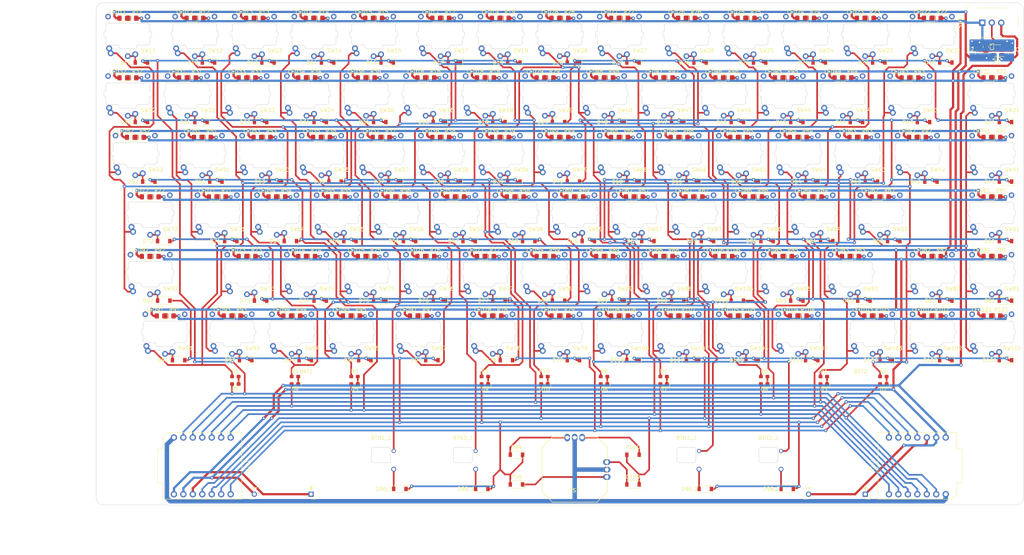
<source format=kicad_pcb>
(kicad_pcb (version 20211014) (generator pcbnew)
  (layers (0 "F.Cu" signal) (31 "B.Cu" signal) (34 "B.Paste" user) (35 "F.Paste" user) (36 "B.SilkS" user "B.Silkscreen") (37 "F.SilkS" user "F.Silkscreen") (38 "B.Mask" user) (39 "F.Mask" user) (44 "Edge.Cuts" user))
  (net 0 "")
  (net 1 "Net-(D91-Pad2)")
  (net 2 "Net-(D67-Pad2)")
  (net 3 "Net-(D109-Pad2)")
  (net 4 "Net-(D107-Pad2)")
  (net 5 "Net-(D105-Pad2)")
  (net 6 "Net-(D103-Pad2)")
  (net 7 "Net-(D102-Pad2)")
  (net 8 "Net-(D101-Pad2)")
  (net 9 "Net-(D97-Pad2)")
  (net 10 "Net-(D94-Pad2)")
  (net 11 "Net-(D93-Pad2)")
  (net 12 "Net-(D92-Pad2)")
  (net 13 "Net-(D61-Pad2)")
  (net 14 "Net-(D89-Pad2)")
  (net 15 "Net-(D88-Pad2)")
  (net 16 "Net-(D84-Pad2)")
  (net 17 "Net-(D47-Pad2)")
  (net 18 "Net-(D73-Pad2)")
  (net 19 "Net-(D75-Pad2)")
  (net 20 "Net-(D76-Pad2)")
  (net 21 "Net-(D77-Pad2)")
  (net 22 "Net-(D79-Pad2)")
  (net 23 "Net-(D81-Pad2)")
  (net 24 "Net-(D82-Pad2)")
  (net 25 "Net-(D87-Pad2)")
  (net 26 "Net-(D74-Pad2)")
  (net 27 "Net-(D72-Pad2)")
  (net 28 "Net-(D71-Pad2)")
  (net 29 "Net-(D69-Pad2)")
  (net 30 "Net-(D68-Pad2)")
  (net 31 "Net-(D66-Pad2)")
  (net 32 "Net-(D65-Pad2)")
  (net 33 "Net-(D64-Pad2)")
  (net 34 "Net-(D63-Pad2)")
  (net 35 "Net-(D46-Pad2)")
  (net 36 "Net-(D59-Pad2)")
  (net 37 "Net-(D57-Pad2)")
  (net 38 "Net-(D54-Pad2)")
  (net 39 "Net-(D53-Pad2)")
  (net 40 "Net-(D52-Pad2)")
  (net 41 "Net-(D49-Pad2)")
  (net 42 "Net-(D48-Pad2)")
  (net 43 "Net-(D34-Pad2)")
  (net 44 "Net-(D45-Pad2)")
  (net 45 "Net-(D44-Pad2)")
  (net 46 "Net-(D43-Pad2)")
  (net 47 "Net-(D42-Pad2)")
  (net 48 "Net-(D41-Pad2)")
  (net 49 "Net-(D39-Pad2)")
  (net 50 "Net-(D38-Pad2)")
  (net 51 "Net-(D37-Pad2)")
  (net 52 "Net-(D35-Pad2)")
  (net 53 "Net-(D24-Pad2)")
  (net 54 "Net-(D33-Pad2)")
  (net 55 "Net-(D32-Pad2)")
  (net 56 "Net-(D29-Pad2)")
  (net 57 "Net-(D28-Pad2)")
  (net 58 "Net-(D26-Pad2)")
  (net 59 "Net-(D25-Pad2)")
  (net 60 "Net-(D22-Pad2)")
  (net 61 "Net-(D23-Pad2)")
  (net 62 "Net-(D55-Pad2)")
  (net 63 "Net-(D21-Pad2)")
  (net 64 "Net-(D19-Pad2)")
  (net 65 "Net-(D18-Pad2)")
  (net 66 "Net-(D17-Pad2)")
  (net 67 "Net-(D15-Pad2)")
  (net 68 "Net-(D14-Pad2)")
  (net 69 "Net-(D13-Pad2)")
  (net 70 "Net-(D11-Pad2)")
  (net 71 "/D6")
  (net 72 "/D10")
  (net 73 "/D9")
  (net 74 "/D8")
  (net 75 "/D7")
  (net 76 "/D4")
  (net 77 "/D3")
  (net 78 "/D2")
  (net 79 "/D1")
  (net 80 "/D5")
  (net 81 "Net-(LED11-Pad1)")
  (net 82 "Net-(LED12-Pad1)")
  (net 83 "Net-(LED13-Pad1)")
  (net 84 "/A0")
  (net 85 "/RD2")
  (net 86 "/RD7")
  (net 87 "/RD6")
  (net 88 "/RD5")
  (net 89 "/RD4")
  (net 90 "/RD3")
  (net 91 "/RD1")
  (net 92 "/RD9")
  (net 93 "/RD8")
  (net 94 "Net-(PD9-Pad1)")
  (net 95 "Net-(BTN1_1-Pad1)")
  (net 96 "Net-(BTN2_1-Pad1)")
  (net 97 "/RD10")
  (net 98 "Net-(LED14-Pad1)")
  (net 99 "Net-(LED15-Pad1)")
  (net 100 "Net-(LED16-Pad1)")
  (net 101 "Net-(D62-Pad2)")
  (net 102 "Net-(D104-Pad2)")
  (net 103 "Net-(D95-Pad2)")
  (net 104 "Net-(D85-Pad2)")
  (net 105 "Net-(D83-Pad2)")
  (net 106 "Net-(D56-Pad2)")
  (net 107 "Net-(D51-Pad2)")
  (net 108 "Net-(D36-Pad2)")
  (net 109 "Net-(D31-Pad2)")
  (net 110 "Net-(D16-Pad2)")
  (net 111 "Net-(D12-Pad2)")
  (net 112 "Net-(PD10-Pad1)")
  (net 113 "Net-(D99-Pad2)")
  (net 114 "Net-(D78-Pad2)")
  (net 115 "Net-(D58-Pad2)")
  (net 116 "Net-(D9-Pad1)")
  (net 117 "Net-(D1-Pad1)")
  (net 118 "Net-(D2-Pad1)")
  (net 119 "Net-(D3-Pad1)")
  (net 120 "Net-(D4-Pad1)")
  (net 121 "Net-(D5-Pad1)")
  (net 122 "Net-(D6-Pad1)")
  (net 123 "Net-(D7-Pad1)")
  (net 124 "Net-(D8-Pad1)")
  (net 125 "Net-(D10-Pad1)")
  (net 126 "Net-(D86-Pad2)")
  (net 127 "Net-(D106-Pad2)")
  (net 128 "Net-(D108-Pad2)")
  (net 129 "Net-(LED17-Pad1)")
  (net 130 "Net-(LED18-Pad1)")
  (net 131 "Net-(LED19-Pad1)")
  (net 132 "Net-(LED21-Pad1)")
  (net 133 "Net-(LED22-Pad1)")
  (net 134 "Net-(LED23-Pad1)")
  (net 135 "Net-(LED24-Pad1)")
  (net 136 "Net-(LED25-Pad1)")
  (net 137 "Net-(LED26-Pad1)")
  (net 138 "Net-(LED28-Pad1)")
  (net 139 "Net-(LED29-Pad1)")
  (net 140 "Net-(LED31-Pad1)")
  (net 141 "Net-(LED32-Pad1)")
  (net 142 "Net-(LED33-Pad1)")
  (net 143 "Net-(LED34-Pad1)")
  (net 144 "Net-(LED35-Pad1)")
  (net 145 "Net-(LED36-Pad1)")
  (net 146 "Net-(LED37-Pad1)")
  (net 147 "Net-(LED38-Pad1)")
  (net 148 "Net-(LED39-Pad1)")
  (net 149 "Net-(LED41-Pad1)")
  (net 150 "/LEDSW")
  (net 151 "Net-(SW1-Pad2)")
  (net 152 "+5V")
  (net 153 "GND")
  (net 154 "Net-(LED42-Pad1)")
  (net 155 "Net-(LED43-Pad1)")
  (net 156 "Net-(LED44-Pad1)")
  (net 157 "Net-(LED45-Pad1)")
  (net 158 "Net-(LED46-Pad1)")
  (net 159 "Net-(LED47-Pad1)")
  (net 160 "Net-(LED48-Pad1)")
  (net 161 "Net-(LED49-Pad1)")
  (net 162 "Net-(LED51-Pad1)")
  (net 163 "Net-(LED52-Pad1)")
  (net 164 "Net-(LED53-Pad1)")
  (net 165 "Net-(LED54-Pad1)")
  (net 166 "Net-(LED55-Pad1)")
  (net 167 "Net-(LED56-Pad1)")
  (net 168 "Net-(LED57-Pad1)")
  (net 169 "Net-(LED58-Pad1)")
  (net 170 "Net-(LED59-Pad1)")
  (net 171 "Net-(LED61-Pad1)")
  (net 172 "Net-(LED62-Pad1)")
  (net 173 "Net-(LED63-Pad1)")
  (net 174 "Net-(LED64-Pad1)")
  (net 175 "Net-(LED65-Pad1)")
  (net 176 "Net-(LED66-Pad1)")
  (net 177 "Net-(LED67-Pad1)")
  (net 178 "Net-(LED68-Pad1)")
  (net 179 "Net-(LED69-Pad1)")
  (net 180 "Net-(LED71-Pad1)")
  (net 181 "Net-(LED72-Pad1)")
  (net 182 "Net-(LED73-Pad1)")
  (net 183 "Net-(LED74-Pad1)")
  (net 184 "Net-(LED75-Pad1)")
  (net 185 "Net-(LED76-Pad1)")
  (net 186 "Net-(LED77-Pad1)")
  (net 187 "Net-(LED78-Pad1)")
  (net 188 "Net-(LED79-Pad1)")
  (net 189 "Net-(LED81-Pad1)")
  (net 190 "Net-(LED82-Pad1)")
  (net 191 "Net-(LED83-Pad1)")
  (net 192 "Net-(LED84-Pad1)")
  (net 193 "Net-(LED85-Pad1)")
  (net 194 "Net-(LED86-Pad1)")
  (net 195 "Net-(LED87-Pad1)")
  (net 196 "Net-(LED88-Pad1)")
  (net 197 "Net-(LED89-Pad1)")
  (net 198 "Net-(LED91-Pad1)")
  (net 199 "Net-(LED92-Pad1)")
  (net 200 "Net-(LED93-Pad1)")
  (net 201 "Net-(LED94-Pad1)")
  (net 202 "Net-(LED95-Pad1)")
  (net 203 "Net-(LED97-Pad1)")
  (net 204 "Net-(LED101-Pad1)")
  (net 205 "Net-(LED102-Pad1)")
  (net 206 "Net-(LED103-Pad1)")
  (net 207 "Net-(LED104-Pad1)")
  (net 208 "Net-(LED105-Pad1)")
  (net 209 "Net-(LED106-Pad1)")
  (net 210 "Net-(LED107-Pad1)")
  (net 211 "Net-(LED108-Pad1)")
  (net 212 "Net-(BAT1-Pad1)")
  (net 213 "Net-(BAT2-Pad1)")
  (net 214 "Net-(C3-Pad1)")
  (net 215 "Net-(LED27-Pad1)")
  (net 216 "Net-(D27-Pad2)")
  (net 217 "Net-(BTN1_2-Pad1)")
  (net 218 "Net-(BTN2_2-Pad1)")
  (footprint "Keyboard:Kailh_Choc_Univ" (layer "F.Cu") (at 100 0))
  (footprint "Keyboard:Kailh_Choc_Univ" (layer "F.Cu") (at 128 16))
  (footprint "Keyboard:Kailh_Choc_Univ" (layer "F.Cu") (at 116 32))
  (footprint "Keyboard:Kailh_Choc_Univ" (layer "F.Cu") (at 132 32))
  (footprint "Keyboard:Kailh_Choc_Univ" (layer "F.Cu") (at 112 16))
  (footprint "Keyboard:Kailh_Choc_Univ" (layer "F.Cu") (at 120 48))
  (footprint "Keyboard:Kailh_Choc_Univ" (layer "F.Cu") (at 144 64))
  (footprint "Keyboard:Kailh_Choc_Univ" (layer "F.Cu") (at 128 64))
  (footprint "Keyboard:Kailh_Choc_Univ" (layer "F.Cu") (at 116 80))
  (footprint "Keyboard:Kailh_Choc_Univ" (layer "F.Cu") (at 100 32))
  (footprint "Keyboard:Kailh_Choc_Univ" (layer "F.Cu") (at 152 48))
  (footprint "Keyboard:Kailh_Choc_Univ" (layer "F.Cu") (at 132 80))
  (footprint "Keyboard:Kailh_Choc_Univ" (layer "F.Cu") (at 232 80))
  (footprint "Keyboard:Kailh_Choc_Univ" (layer "F.Cu") (at 200 80))
  (footprint "Keyboard:Kailh_Choc_Univ" (layer "F.Cu") (at 180 80))
  (footprint "Keyboard:Kailh_Choc_Univ" (layer "F.Cu") (at 6 64))
  (footprint "Keyboard:Kailh_Choc_Univ" (layer "F.Cu") (at 44 80))
  (footprint "Keyboard:Kailh_Choc_Univ" (layer "F.Cu") (at 36 32))
  (footprint "Keyboard:Kailh_Choc_Univ" (layer "F.Cu") (at 80 64))
  (footprint "Keyboard:Kailh_Choc_Univ" (layer "F.Cu") (at 196 32))
  (footprint "Keyboard:Kailh_Choc_Univ" (layer "F.Cu") (at 164 32))
  (footprint "Keyboard:Kailh_Choc_Univ" (layer "F.Cu") (at 148 32))
  (footprint "Keyboard:Kailh_Choc_Univ" (layer "F.Cu") (at 88 48))
  (footprint "Keyboard:Kailh_Choc_Univ" (layer "F.Cu") (at 72 48))
  (footprint "Keyboard:Kailh_Choc_Univ" (layer "F.Cu") (at 56 48))
  (footprint "Keyboard:Kailh_Choc_Univ" (layer "F.Cu") (at 40 48))
  (footprint "Keyboard:Kailh_Choc_Univ" (layer "F.Cu") (at 192 16))
  (footprint "Keyboard:Kailh_Choc_Univ" (layer "F.Cu") (at 2 32))
  (footprint "Keyboard:Kailh_Choc_Univ" (layer "F.Cu") (at 20 32))
  (footprint "Keyboard:Kailh_Choc_Univ" (layer "F.Cu") (at 84 32))
  (footprint "Keyboard:Kailh_Choc_Univ" (layer "F.Cu") (at 212 32))
  (footprint "Keyboard:Kailh_Choc_Univ" (layer "F.Cu") (at 180 32))
  (footprint "Keyboard:Kailh_Choc_Univ" (layer "F.Cu") (at 60 80))
  (footprint "Keyboard:Kailh_Choc_Univ" (layer "F.Cu") (at 160 64))
  (footprint "Keyboard:Kailh_Choc_Univ" (layer "F.Cu") (at 78 80))
  (footprint "Keyboard:Kailh_Choc_Univ" (layer "F.Cu") (at 148 80))
  (footprint "Keyboard:Kailh_Choc_Univ" (layer "F.Cu") (at 164 80))
  (footprint "Keyboard:Kailh_Choc_Univ" (layer "F.Cu") (at 216 80))
  (footprint "Keyboard:Kailh_Choc_Univ" (layer "F.Cu") (at 28 80))
  (footprint "Keyboard:Kailh_Choc_Univ" (layer "F.Cu") (at 10 80))
  (footprint "Keyboard:Kailh_Choc_Univ" (layer "F.Cu") (at 116 0))
  (footprint "Keyboard:Kailh_Choc_Univ" (layer "F.Cu") (at 98 80))
  (footprint "Keyboard:Kailh_Choc_Univ" (layer "F.Cu") (at 232 64))
  (footprint "Keyboard:Kailh_Choc_Univ" (layer "F.Cu") (at 216 64))
  (footprint "Keyboard:Kailh_Choc_Univ" (layer "F.Cu") (at 194 64))
  (footprint "Keyboard:Kailh_Choc_Univ" (layer "F.Cu") (at 184 48))
  (footprint "Keyboard:Kailh_Choc_Univ" (layer "F.Cu") (at 176 64))
  (footprint "Keyboard:Kailh_Choc_Univ" (layer "F.Cu") (at 202 48))
  (footprint "Keyboard:Kailh_Choc_Univ" (layer "F.Cu") (at 96 64))
  (footprint "Keyboard:Kailh_Choc_Univ" (layer "F.Cu") (at 64 64))
  (footprint "Keyboard:Kailh_Choc_Univ" (layer "F.Cu") (at 32 64))
  (footprint "Keyboard:Kailh_Choc_Univ" (layer "F.Cu") (at 6 48))
  (footprint "Keyboard:Kailh_Choc_Univ" (layer "F.Cu") (at 24 48))
  (footprint "Keyboard:Kailh_Choc_Univ" (layer "F.Cu") (at 104 48))
  (footprint "Keyboard:Kailh_Choc_Univ" (layer "F.Cu") (at 232 48))
  (footprint "Keyboard:Kailh_Choc_Univ" (layer "F.Cu") (at 210 16))
  (footprint "Keyboard:Kailh_Choc_Univ" (layer "F.Cu") (at 160 16))
  (footprint "Keyboard:Kailh_Choc_Univ" (layer "F.Cu") (at 48 64))
  (footprint "Keyboard:Kailh_Choc_Univ" (layer "F.Cu") (at 68 32))
  (footprint "Keyboard:Kailh_Choc_Univ" (layer "F.Cu") (at 64 16))
  (footprint "Keyboard:Kailh_Choc_Univ" (layer "F.Cu") (at 48 16))
  (footprint "Keyboard:Kailh_Choc_Univ" (layer "F.Cu") (at 32 16))
  (footprint "Keyboard:Kailh_Choc_Univ" (layer "F.Cu") (at 232 32))
  (footprint "Diode_SMD:D_SOD-123" (layer "F.Cu") (at 147.65 71.6 180))
  (footprint "Diode_SMD:D_SOD-123" (layer "F.Cu") (at 35.65 71.6 180))
  (footprint "Diode_SMD:D_SOD-123" (layer "F.Cu") (at 219.65 71.6 180))
  (footprint "Diode_SMD:D_SOD-123" (layer "F.Cu") (at 139.65 55.6 180))
  (footprint "Diode_SMD:D_SOD-123" (layer "F.Cu") (at 87.65 39.6 180))
  (footprint "Diode_SMD:D_SOD-123" (layer "F.Cu") (at 215.65 39.6 180))
  (footprint "Keyboard:Kailh_Choc_Univ" (layer "F.Cu") (at 16 16))
  (footprint "Keyboard:JT8P-3.2T-B10K-1-16Y" (layer "F.Cu") (at 120 117))
  (footprint "Diode_SMD:D_SOD-123" (layer "F.Cu") (at 135.65 113 180))
  (footprint "Diode_SMD:D_SOD-123" (layer "F.Cu") (at 95.05 122.2 180))
  (footprint "Resistor_SMD:R_0603_1608Metric_Pad1.05x0.95mm_HandSolder" (layer "F.Cu") (at 127.875 92 180))
  (footprint "Resistor_SMD:R_0603_1608Metric_Pad1.05x0.95mm_HandSolder" (layer "F.Cu") (at 143.875 92 180))
  (footprint "Resistor_SMD:R_0603_1608Metric_Pad1.05x0.95mm_HandSolder" (layer "F.Cu") (at 170.875 92 180))
  (footprint "Keyboard:Kailh_Choc_Univ" (layer "F.Cu") (at 136 48))
  (footprint "Keyboard:Kailh_Choc_Univ" (layer "F.Cu") (at 144 16))
  (footprint "Resistor_SMD:R_0603_1608Metric_Pad1.05x0.95mm_HandSolder" (layer "F.Cu") (at 186.875 92 180))
  (footprint "Diode_SMD:D_SOD-123" (layer "F.Cu") (at 167.65 87.6 180))
  (footprint "Diode_SMD:D_SOD-123" (layer "F.Cu") (at 183.65 87.6 180))
  (footprint "Diode_SMD:D_SOD-123" (layer "F.Cu") (at 203.65 87.6 180))
  (footprint "Diode_SMD:D_SOD-123" (layer "F.Cu") (at 219.65 87.6 180))
  (footprint "Diode_SMD:D_SOD-123" (layer "F.Cu") (at 235.65 87.6 180))
  (footprint "Diode_SMD:D_SOD-123" (layer "F.Cu") (at 73.05 122.2 180))
  (footprint "Diode_SMD:D_SOD-123" (layer "F.Cu") (at 47.65 87.6 180))
  (footprint "Diode_SMD:D_SOD-123" (layer "F.Cu") (at 31.65 87.6 180))
  (footprint "Diode_SMD:D_SOD-123" (layer "F.Cu") (at 9.65 71.6 180))
  (footprint "Diode_SMD:D_SOD-123" (layer "F.Cu") (at 13.65 87.6 180))
  (footprint "Diode_SMD:D_SOD-123" (layer "F.Cu") (at 131.65 71.6 180))
  (footprint "Diode_SMD:D_SOD-123" (layer "F.Cu") (at 155.65 55.6 180))
  (footprint "Diode_SMD:D_SOD-123" (layer "F.Cu") (at 3.65 23.6 180))
  (footprint "Diode_SMD:D_SOD-123" (layer "F.Cu") (at 9.65 55.6 180))
  (footprint "Diode_SMD:D_SOD-123" (layer "F.Cu") (at 235.65 71.6 180))
  (footprint "Diode_SMD:D_SOD-123" (layer "F.Cu") (at 101.65 87.6 180))
  (footprint "Diode_SMD:D_SOD-123" (layer "F.Cu") (at 119.65 87.6 180))
  (footprint "Diode_SMD:D_SOD-123" (layer "F.Cu") (at 99.65 71.6 180))
  (footprint "Diode_SMD:D_SOD-123" (layer "F.Cu") (at 83.65 71.6 180))
  (footprint "Diode_SMD:D_SOD-123" (layer "F.Cu") (at 67.65 71.6 180))
  (footprint "Diode_SMD:D_SOD-123" (layer "F.Cu") (at 51.65 71.6 180))
  (footprint "Diode_SMD:D_SOD-123" (layer "F.Cu") (at 27.65 55.6 180))
  (footprint "Diode_SMD:D_SOD-123" (layer "F.Cu") (at 123.65 55.6 180))
  (footprint "Diode_SMD:D_SOD-123" (layer "F.Cu") (at 103.65 7.6 180))
  (footprint "Diode_SMD:D_SOD-123" (layer "F.Cu") (at 135.65 39.6 180))
  (footprint "Diode_SMD:D_SOD-123" (layer "F.Cu") (at 151.65 39.6 180))
  (footprint "Diode_SMD:D_SOD-123" (layer "F.Cu") (at 167.65 39.6 180))
  (footprint "Diode_SMD:D_SOD-123" (layer "F.Cu") (at 183.65 39.6 180))
  (footprint "Diode_SMD:D_SOD-123" (layer "F.Cu") (at 199.65 39.6 180))
  (footprint "Diode_SMD:D_SOD-123" (layer "F.Cu") (at 235.65 55.6 180))
  (footprint "Diode_SMD:D_SOD-123" (layer "F.Cu") (at 187.65 55.6 180))
  (footprint "Diode_SMD:D_SOD-123" (layer "F.Cu") (at 179.65 23.6 180))
  (footprint "Diode_SMD:D_SOD-123" (layer "F.Cu") (at 91.65 55.6 180))
  (footprint "Diode_SMD:D_SOD-123" (layer "F.Cu") (at 59.65 55.6 180))
  (footprint "Diode_SMD:D_SOD-123" (layer "F.Cu") (at 43.65 55.6 180))
  (footprint "Diode_SMD:D_SOD-123" (layer "F.Cu") (at 39.65 39.6 180))
  (footprint "Diode_SMD:D_SOD-123" (layer "F.Cu") (at 5.65 39.6 180))
  (footprint "Diode_SMD:D_SOD-123" (layer "F.Cu") (at 119.65 39.6 180))
  (footprint "Diode_SMD:D_SOD-123" (layer "F.Cu") (at 55.65 39.6 180))
  (footprint "Diode_SMD:D_SOD-123" (layer "F.Cu") (at 163.65 23.6 180))
  (footprint "Diode_SMD:D_SOD-123" (layer "F.Cu") (at 35.65 23.6 180))
  (footprint "Diode_SMD:D_SOD-123" (layer "F.Cu") (at 195.65 23.6 180))
  (footprint "Diode_SMD:D_SOD-123" (layer "F.Cu") (at 213.65 23.6 180))
  (footprint "Diode_SMD:D_SOD-123" (layer "F.Cu") (at 235.65 39.6 180))
  (footprint "Diode_SMD:D_SOD-123" (layer "F.Cu") (at 103.65 39.6 180))
  (footprint "Diode_SMD:D_SOD-123" (layer "F.Cu") (at 71.65 39.6 180))
  (footprint "Diode_SMD:D_SOD-123" (layer "F.Cu") (at 131.65 23.6 180))
  (footprint "Diode_SMD:D_SOD-123" (layer "F.Cu") (at 51.65 23.6 180))
  (footprint "Diode_SMD:D_SOD-123" (layer "F.Cu") (at 115.65 23.6 180))
  (footprint "Diode_SMD:D_SOD-123" (layer "F.Cu") (at 119.65 7.6 180))
  (footprint "Diode_SMD:D_SOD-123" (layer "F.Cu") (at 153.65 7.6 180))
  (footprint "Diode_SMD:D_SOD-123" (layer "F.Cu") (at 169.65 7.6 180))
  (footprint "Diode_SMD:D_SOD-123" (layer "F.Cu") (at 185.65 7.6 180))
  (footprint "Diode_SMD:D_SOD-123" (layer "F.Cu") (at 219.65 7.6 180))
  (footprint "Diode_SMD:D_SOD-123" (layer "F.Cu") (at 99.65 23.6 180))
  (footprint "Diode_SMD:D_SOD-123" (layer "F.Cu") (at 87.65 7.6 180))
  (footprint "Diode_SMD:D_SOD-123" (layer "F.Cu") (at 69.65 7.6 180))
  (footprint "Diode_SMD:D_SOD-123" (layer "F.Cu") (at 53.65 7.6 180))
  (footprint "Diode_SMD:D_SOD-123" (layer "F.Cu") (at 201.65 7.6 180))
  (footprint "Diode_SMD:D_SOD-123" (layer "F.Cu") (at 107.65 55.6 180))
  (footprint "Diode_SMD:D_SOD-123" (layer "F.Cu") (at 235.65 23.6 180))
  (footprint "Keyboard:Seeeduino_XIAO_THT_UpsideDown" (layer "F.Cu") (at 20 116 90))
  (footprint "Keyboard:Kailh_Choc_Univ" (layer "F.Cu") (at 52 32))
  (footprint "Diode_SMD:D_SOD-123" (layer "F.Cu") (at 147.65 23.6 180))
  (footprint "Diode_SMD:D_SOD-123" (layer "F.Cu") (at 81.65 87.6 180))
  (footprint "Resistor_SMD:R_0603_1608Metric_Pad1.05x0.95mm_HandSolder" (layer "F.Cu") (at 60.875 92 180))
  (footprint "Diode_SMD:D_SOD-123" (layer "F.Cu") (at 3.65 7.6 180))
  (footprint "Diode_SMD:D_SOD-123" (layer "F.Cu") (at 37.65 7.6 180))
  (footprint "Keyboard:Kailh_Choc_Univ" (layer "F.Cu") (at 84 0))
  (footprint "Keyboard:Kailh_Choc_Univ" (layer "F.Cu") (at 18 0))
  (footprint "Keyboard:Kailh_Choc_Univ" (layer "F.Cu") (at 182 0))
  (footprint "Keyboard:Kailh_Choc_Univ" (layer "F.Cu") (at 96 16))
  (footprint "Keyboard:Kailh_Choc_Univ" (layer "F.Cu") (at 34 0))
  (footprint "Keyboard:Kailh_Choc_Univ" (layer "F.Cu") (at 166 0))
  (footprint "Keyboard:Kailh_Choc_Univ" (layer "F.Cu") (at 232 16))
  (footprint "Keyboard:Kailh_Choc_Univ" (layer "F.Cu") (at 50 0))
  (footprint "Keyboard:Kailh_Choc_Univ" (layer "F.Cu") (at 150 0))
  (footprint "Keyboard:Kailh_Choc_Univ" (layer "F.Cu") (at 216 0))
  (footprint "Keyboard:Kailh_Choc_Univ" (layer "F.Cu") (at 66 0))
  (footprint "Keyboard:Kailh_Choc_Univ" (layer "F.Cu") (at 198 0))
  (footprint "Keyboard:Kailh_Choc_Univ" (layer "F.Cu") (at 80 16))
  (footprint "Keyboard:Kailh_Choc_Univ" (layer "F.Cu") (at 176 16))
  (footprint "Diode_SMD:D_SOD-123" (layer "F.Cu") (at 83.65 23.6 180))
  (footprint "Diode_SMD:D_SOD-123" (layer "F.Cu") (at 63.65 87.6 180))
  (footprint "Diode_SMD:D_SOD-123" (layer "F.Cu") (at 179.65 71.6 180))
  (footprint "Diode_SMD:D_SOD-123" (layer "F.Cu") (at 197.65 71.6 180))
  (footprint "Diode_SMD:D_SOD-123" (layer "F.Cu") (at 205.65 55.6 180))
  (footprint "Diode_SMD:D_SOD-123" (layer "F.Cu") (at 75.65 55.6 180))
  (footprint "Diode_SMD:D_SOD-123" (layer "F.Cu") (at 23.65 39.6 180))
  (footprint "Diode_SMD:D_SOD-123" (layer "F.Cu") (at 21.65 7.6 180))
  (footprint "Diode_SMD:D_SOD-123" (layer "F.Cu") (at 19.65 23.6 180))
  (footprint "Keyboard:Kailh_Choc_Univ" (layer "F.Cu") (at 0 0))
  (footprint "Keyboard:Seeeduino_XIAO_THT_UpsideDown" (layer "F.Cu") (at 212 116 -90))
  (footprint "Diode_SMD:D_0603_1608Metric_Pad1.05x0.95mm_HandSolder" (layer "F.Cu") (at 95.875 94 180))
  (footprint "Diode_SMD:D_0603_1608Metric_Pad1.05x0.95mm_HandSolder" (layer "F.Cu") (at 127.875 94 180))
  (footprint "Diode_SMD:D_0603_1608Metric_Pad1.05x0.95mm_HandSolder" (layer "F.Cu") (at 143.875 94 180))
  (footprint "Diode_SMD:D_0603_1608Metric_Pad1.05x0.95mm_HandSolder" (layer "F.Cu") (at 170.875 94 180))
  (footprint "Diode_SMD:D_0603_1608Metric_Pad1.05x0.95mm_HandSolder" (layer "F.Cu") (at 60.875 94 180))
  (footprint "Diode_SMD:D_0603_1608Metric_Pad1.05x0.95mm_HandSolder" (layer "F.Cu") (at 44.875 94 180))
  (footprint "Diode_SMD:D_0603_1608Metric_Pad1.05x0.95mm_HandSolder" (layer "F.Cu") (at 202.875 94 180))
  (footprint "Diode_SMD:D_0603_1608Metric_Pad1.05x0.95mm_HandSolder" (layer "F.Cu") (at 28.875 94 180))
  (footprint "Diode_SMD:D_SOD-123" (layer "F.Cu") (at 135.65 121 180))
  (footprint "Diode_SMD:D_SOD-123" (layer "F.Cu") (at 135.65 87.6 180))
  (footprint "Keyboard:Kailh_X_Switch_PG1425" (layer "F.Cu") (at 90 114))
  (footprint "Keyboard:Kailh_X_Switch_PG1425" (layer "F.Cu") (at 68 114))
  (footprint "Diode_SMD:D_SOD-123" (layer "F.Cu") (at 104.35 121 180))
  (footprint "Diode_SMD:D_SOD-123" (layer "F.Cu") (at 104.35 113 180))
  (footprint "Resistor_SMD:R_0603_1608Metric_Pad1.05x0.95mm_HandSolder" (layer "F.Cu") (at 44.875 92 180))
  (footprint "Resistor_SMD:R_0603_1608Metric_Pad1.05x0.95mm_HandSolder" (layer "F.Cu") (at 95.875 92 180))
  (footprint "Resistor_SMD:R_0603_1608Metric_Pad1.05x0.95mm_HandSolder" (layer "F.Cu") (at 28.875 92 180))
  (footprint "Diode_SMD:D_0603_1608Metric_Pad1.05x0.95mm_HandSolder" (layer "F.Cu") (at 186.875 94 180))
  (footprint "Diode_SMD:D_SOD-123" (layer "F.Cu") (at 115.65 71.6 180))
  (footprint "Keyboard:Kailh_Choc_Univ" (layer "F.Cu") (at 112 64))
  (footprint "Keyboard:Kailh_Choc_Univ" (layer "F.Cu") (at 168 48))
  (footprint "Diode_SMD:D_SOD-123" (layer "F.Cu") (at 171.65 55.6 180))
  (footprint "Diode_SMD:D_0603_1608Metric_Pad1.05x0.95mm_HandSolder" (layer "F.Cu") (at 111.875 94 180))
  (footprint "Resistor_SMD:R_0603_1608Metric_Pad1.05x0.95mm_HandSolder" (layer "F.Cu") (at 111.875 92 180))
  (footprint "Diode_SMD:D_SOD-123" (layer "F.Cu") (at 163.65 71.6 180))
  (footprint "Diode_SMD:D_SOD-123" (layer "F.Cu") (at 151.65 87.6 180))
  (footprint "Diode_SMD:D_SOD-123" (layer "F.Cu") (at 67.65 23.6 180))
  (footprint "Keyboard:Kailh_Choc_Univ" (layer "F.Cu") (at 0 16))
  (footprint "Resistor_SMD:R_0603_1608Metric_Pad1.05x0.95mm_HandSolder" (layer "F.Cu") (at 202.875 92 180))
  (footprint "LED_SMD:LED_0805_2012Metric_Pad1.15x1.40mm_HandSolder" (layer "F.Cu") (at 194.8 27.7 180))
  (footprint "LED_SMD:LED_0805_2012Metric_Pad1.15x1.40mm_HandSolder" (layer "F.Cu") (at 142.8 59.7 180))
  (footprint "Resistor_SMD:R_0805_2012Metric_Pad1.20x1.40mm_HandSolder" (layer "F.Cu") (at 177.275 11.7))
  (footprint "Resistor_SMD:R_0805_2012Metric_Pad1.20x1.40mm_HandSolder" (layer "F.Cu") (at 117.275 75.7))
  (footprint "LED_SMD:LED_0805_2012Metric_Pad1.15x1.40mm_HandSolder" (layer "F.Cu") (at 76.8 75.7 180))
  (footprint "LED_SMD:LED_0805_2012Metric_Pad1.15x1.40mm_HandSolder" (layer "F.Cu") (at 4.8 59.7 180))
  (footprint "Resistor_SMD:R_0805_2012Metric_Pad1.20x1.40mm_HandSolder" (layer "F.Cu") (at 29.275 75.7))
  (footprint "LED_SMD:LED_0805_2012Metric_Pad1.15x1.40mm_HandSolder" (layer "F.Cu") (at 54.8 43.7 180))
  (footprint "LED_SMD:LED_0805_2012Metric_Pad1.15x1.40mm_HandSolder" (layer "F.Cu") (at 102.8 43.7 180))
  (footprint "LED_SMD:LED_0805_2012Metric_Pad1.15x1.40mm_HandSolder" (layer "F.Cu") (at 214.8 75.7 180))
  (footprint "LED_SMD:LED_0805_2012Metric_Pad1.15x1.40mm_HandSolder" (layer "F.Cu") (at 200.8 43.7 180))
  (footprint "Package_TO_SOT_SMD:SOT-23-5" (layer "F.Cu") (at 233.6 4.4 180))
  (footprint "LED_SMD:LED_0805_2012Metric_Pad1.15x1.40mm_HandSolder" (layer "F.Cu") (at 114.8 -4.3 180))
  (footprint "LED_SMD:LED_0805_2012Metric_Pad1.15x1.40mm_HandSolder" (layer "F.Cu") (at 70.8 43.7 180))
  (footprint "LED_SMD:LED_0805_2012Metric_Pad1.15x1.40mm_HandSolder" (layer "F.Cu") (at 196.8 -4.3 180))
  (footprint "LED_SMD:LED_0805_2012Metric_Pad1.15x1.40mm_HandSolder" (layer "F.Cu") (at 0.8 27.7 180))
  (footprint "Resistor_SMD:R_0805_2012Metric_Pad1.20x1.40mm_HandSolder" (layer "F.Cu") (at 145.275 59.7))
  (footprint "Resistor_SMD:R_0805_2012Metric_Pad1.20x1.40mm_HandSolder" (layer "F.Cu") (at 19.275 -4.3))
  (footprint "LED_SMD:LED_0805_2012Metric_Pad1.15x1.40mm_HandSolder" (layer "F.Cu") (at 158.8 59.7 180))
  (footprint "Resistor_SMD:R_0805_2012Metric_Pad1.20x1.40mm_HandSolder" (layer "F.Cu") (at 183.275 -4.3))
  (footprint "Resistor_SMD:R_0805_2012Metric_Pad1.20x1.40mm_HandSolder" (layer "F.Cu") (at 233.275 11.7))
  (footprint "LED_SMD:LED_0805_2012Metric_Pad1.15x1.40mm_HandSolder" (layer "F.Cu") (at 178.8 27.7 180))
  (footprint "Resistor_SMD:R_0805_2012Metric_Pad1.20x1.40mm_HandSolder" (layer "F.Cu") (at 165.275 75.7))
  (footprint "Resistor_SMD:R_0805_2012Metric_Pad1.20x1.40mm_HandSolder" (layer "F.Cu") (at 217.275 59.7))
  (footprint "LED_SMD:LED_0805_2012Metric_Pad1.15x1.40mm_HandSolder" (layer "F.Cu") (at 210.8 27.7 180))
  (footprint "Capacitor_SMD:C_0805_2012Metric_Pad1.18x1.45mm_HandSolder" (layer "F.Cu") (at 230.4 3.3625 -90))
  (footprint "Diode_SMD:D_SOD-123" (layer "F.Cu") (at 177.05 122.2 180))
  (footprint "Resistor_SMD:R_0805_2012Metric_Pad1.20x1.40mm_HandSolder" (layer "F.Cu") (at 149.275 75.7))
  (footprint "Resistor_SMD:R_0805_2012Metric_Pad1.20x1.40mm_HandSolder" (layer "F.Cu") (at 217.275 -4.3))
  (footprint "LED_SMD:LED_0805_2012Metric_Pad1.15x1.40mm_HandSolder" (layer "F.Cu") (at 18.8 27.7 180))
  (footprint "LED_SMD:LED_0805_2012Metric_Pad1.15x1.40mm_HandSolder" (layer "F.Cu") (at 174.8 11.7 180))
  (footprint "LED_SMD:LED_0805_2012Metric_Pad1.15x1.40mm_HandSolder" (layer "F.Cu") (at 48.8 -4.3 180))
  (footprint "LED_SMD:LED_0805_2012Metric_Pad1.15x1.40mm_HandSolder" (layer "F.Cu") (at 110.8 11.7 180))
  (footprint "LED_SMD:LED_0805_2012Metric_Pad1.15x1.40mm_HandSolder" (layer "F.Cu") (at 174.8 59.7 180))
  (footprint "Resistor_SMD:R_0805_2012Metric_Pad1.20x1.40mm_HandSolder" (layer "F.Cu") (at 53.275 27.7))
  (footprint "Resistor_SMD:R_0805_2012Metric_Pad1.20x1.40mm_HandSolder" (layer "F.Cu") (at 69.275 27.7))
  (footprint "Resistor_SMD:R_0805_2012Metric_Pad1.20x1.40mm_HandSolder" (layer "F.Cu") (at 35.275 -4.3))
  (footprint "Resistor_SMD:R_0805_2012Metric_Pad1.20x1.40mm_HandSolder" (layer "F.Cu") (at 45.275 75.7))
  (footprint "Resistor_SMD:R_0805_2012Metric_Pad1.20x1.40mm_HandSolder" (layer "F.Cu") (at 7.275 59.7))
  (footprint "LED_SMD:LED_0805_2012Metric_Pad1.15x1.40mm_HandSolder" (layer "F.Cu") (at 86.8 43.7 180))
  (footprint "Resistor_SMD:R_0805_2012Metric_Pad1.20x1.40mm_HandSolder" (layer "F.Cu") (at 153.275 43.7))
  (footprint "LED_SMD:LED_0805_2012Metric_Pad1.15x1.40mm_HandSolder" (layer "F.Cu") (at 26.8 75.7 180))
  (footprint "Resistor_SMD:R_0805_2012Metric_Pad1.20x1.40mm_HandSolder" (layer "F.Cu") (at 73.275 43.7))
  (footprint "Resistor_SMD:R_0805_2012Metric_Pad1.20x1.40mm_HandSolder" (layer "F.Cu") (at 145.275 11.7))
  (footprint "Resistor_SMD:R_0805_2012Metric_Pad1.20x1.40mm_HandSolder" (layer "F.Cu") (at 81.275 59.7))
  (footprint "LED_SMD:LED_0805_2012Metric_Pad1.15x1.40mm_HandSolder" (layer "F.Cu") (at 42.8 75.7 180))
  (footprint "Resistor_SMD:R_0805_2012Metric_Pad1.20x1.40mm_HandSolder" (layer "F.Cu") (at 1.275 -4.3))
  (footprint "LED_SMD:LED_0805_2012Metric_Pad1.15x1.40mm_HandSolder" (layer "F.Cu") (at 146.8 27.7 180))
  (footprint "LED_SMD:LED_0805_2012Metric_Pad1.15x1.40mm_HandSolder" (layer "F.Cu") (at 166.8 43.7 180))
  (footprint "Keyboard:BLEMicroPro_Battery" (layer "F.Cu") (at 49.21 123.62 180))
  (footprint "Resistor_SMD:R_0805_2012Metric_Pad1.20x1.40mm_HandSolder" (layer "F.Cu") (at 133.275 -4.3))
  (footprint "Resistor_SMD:R_0805_2012Metric_Pad1.20x1.40mm_HandSolder" (layer "F.Cu") (at 49.275 59.7))
  (footprint "Resistor_SMD:R_0805_2012Metric_Pad1.20x1.40mm_HandSolder" (layer "F.Cu") (at 97.275 11.7))
  (footprint "LED_SMD:LED_0805_2012Metric_Pad1.15x1.40mm_HandSolder" (layer "F.Cu") (at 134.8 43.7 180))
  (footprint "LED_SMD:LED_0805_2012Metric_Pad1.15x1.40mm_HandSolder" (layer "F.Cu") (at 98.8 27.7 180))
  (footprint "LED_SMD:LED_0805_2012Metric_Pad1.15x1.40mm_HandSolder" (layer "F.Cu") (at 208.8 11.7 180))
  (footprint "LED_SMD:LED_0805_2012Metric_Pad1.15x1.40mm_HandSolder" (layer "F.Cu") (at 126.8 59.7 180))
  (footprint "LED_SMD:LED_0805_2012Metric_Pad1.15x1.40mm_HandSolder" (layer "F.Cu") (at 164.8 -4.3 180))
  (footprint "Resistor_SMD:R_0805_2012Metric_Pad1.20x1.40mm_HandSolder" (layer "F.Cu") (at 151.275 -4.3))
  (footprint "Resistor_SMD:R_0805_2012Metric_Pad1.20x1.40mm_HandSolder" (layer "F.Cu") (at 85.275 -4.3))
  (footprint "Resistor_SMD:R_0805_2012Metric_Pad1.20x1.40mm_HandSolder" (layer "F.Cu") (at 21.275 27.7))
  (footprint "Library:6011S1M1RE-G" (layer "F.Cu") (at 229.46 -3.1 90))
  (footprint "Resistor_SMD:R_0805_2012Metric_Pad1.20x1.40mm_HandSolder" (layer "F.Cu") (at 233.275 43.7))
  (footprint "Keyboard:BLEMicroPro_Battery" (layer "F.Cu") (at 198.03 123.62 180))
  (footprint "LED_SMD:LED_0805_2012Metric_Pad1.15x1.40mm_HandSolder" (layer "F.Cu") (at 62.8 59.7 180))
  (footprint "Resistor_SMD:R_0805_2012Metric_Pad1.20x1.40mm_HandSolder" (layer "F.Cu") (at 37.275 27.7))
  (footprint "LED_SMD:LED_0805_2012Metric_Pad1.15x1.40mm_HandSolder" (layer "F.Cu") (at 230.8 27.7 180))
  (footprint "LED_SMD:LED_0805_2012Metric_Pad1.15x1.40mm_HandSolder" (layer "F.Cu") (at 38.8 43.7 180))
  (footprint "LED_SMD:LED_0805_2012Metric_Pad1.15x1.40mm_HandSolder" (layer "F.Cu") (at 58.8 75.7 180))
  (footprint "Resistor_SMD:R_0805_2012Metric_Pad1.20x1.40mm_HandSolder" (layer "F.Cu") (at 79.275 75.7))
  (footprint "Resistor_SMD:R_0805_2012Metric_Pad1.20x1.40mm_HandSolder" (layer "F.Cu") (at 65.275 11.7))
  (footprint "LED_SMD:LED_0805_2012Metric_Pad1.15x1.40mm_HandSolder" (layer "F.Cu") (at 162.8 75.7 180))
  (footprint "Resistor_SMD:R_0805_2012Metric_Pad1.20x1.40mm_HandSolder" (layer "F.Cu") (at 169.275 43.7))
  (footprint "LED_SMD:LED_0805_2012Metric_Pad1.15x1.40mm_HandSolder" (layer "F.Cu") (at 130.8 -4.3 180))
  (footprint "LED_SMD:LED_0805_2012Metric_Pad1.15x1.40mm_HandSolder" (layer "F.Cu") (at 46.8 59.7 180))
  (footprint "Resistor_SMD:R_0805_2012Metric_Pad1.20x1.40mm_HandSolder" (layer "F.Cu") (at 97.275 59.7))
  (footprint "LED_SMD:LED_0805_2012Metric_Pad1.15x1.40mm_HandSolder" (layer "F.Cu") (at 130.8 75.7 180))
  (footprint "Resistor_SMD:R_0805_2012Metric_Pad1.20x1.40mm_HandSolder" (layer "F.Cu") (at 167.275 -4.3))
  (footprint "LED_SMD:LED_0805_2012Metric_Pad1.15x1.40mm_HandSolder" (layer "F.Cu") (at 30.8 11.7 180))
  (footprint "Resistor_SMD:R_0805_2012Metric_Pad1.20x1.40mm_HandSolder" (layer "F.Cu") (at 201.275 75.7))
  (footprint "Keyboard:Kailh_X_Switch_PG1425" (layer "F.Cu") (at 150 114))
  (footprint "LED_SMD:LED_0805_2012Metric_Pad1.15x1.40mm_HandSolder" (layer "F.Cu") (at 162.8 27.7 180))
  (footprint "Resistor_SMD:R_0805_2012Metric_Pad1.20x1.40mm_HandSolder" (layer "F.Cu") (at 105.275 43.7))
  (footprint "Resistor_SMD:R_0805_2012Metric_Pad1.20x1.40mm_HandSolder" (layer "F.Cu") (at 199.275 -4.3))
  (footprint "LED_SMD:LED_0805_2012Metric_Pad1.15x1.40mm_HandSolder" (layer "F.Cu") (at 142.8 11.7 180))
  (footprint "Resistor_SMD:R_0805_2012Metric_Pad1.20x1.40mm_HandSolder" (layer "F.Cu") (at 133.275 27.7))
  (footprint "LED_SMD:LED_0805_2012Metric_Pad1.15x1.40mm_HandSolder" (layer "F.Cu") (at 150.8 43.7 180))
  (footprint "Resistor_SMD:R_0805_2012Metric_Pad1.20x1.40mm_HandSolder" (layer "F.Cu") (at 129.275 59.7))
  (footprint "Resistor_SMD:R_0805_2012Metric_Pad1.20x1.40mm_HandSolder" (layer "F.Cu") (at 181.275 27.7))
  (footprint "LED_SMD:LED_0805_2012Metric_Pad1.15x1.40mm_HandSolder" (layer "F.Cu") (at 146.8 75.7 180))
  (footprint "Resistor_SMD:R_0805_2012Metric_Pad1.20x1.40mm_HandSolder" (layer "F.Cu") (at 161.275 59.7))
  (footprint "LED_SMD:LED_0805_2012Metric_Pad1.15x1.40mm_HandSolder" (layer "F.Cu") (at 62.8 11.7 180))
  (footprint "Resistor_SMD:R_0805_2012Metric_Pad1.20x1.40mm_HandSolder" (layer "F.Cu") (at 65.275 59.7))
  (footprint "LED_SMD:LED_0805_2012Metric_Pad1.15x1.40mm_HandSolder" (layer "F.Cu") (at 78.8 59.7 180))
  (footprint "LED_SMD:LED_0805_2012Metric_Pad1.15x1.40mm_HandSolder" (layer "F.Cu") (at 214.8 59.7 180))
  (footprint "Resistor_SMD:R_0805_2012Metric_Pad1.20x1.40mm_HandSolder" (layer "F.Cu") (at 197.275 27.7))
  (footprint "Resistor_SMD:R_0805_2012Metric_Pad1.20x1.40mm_HandSolder" (layer "F.Cu") (at 233.275 59.7))
  (footprint "Resistor_SMD:R_0805_2012Metric_Pad1.20x1.40mm_HandSolder" (layer "F.Cu") (at 161.275 11.7))
  (footprint "Resistor_SMD:R_0805_2012Metric_Pad1.20x1.40mm_HandSolder" (layer "F.Cu") (at 49.275 11.7))
  (footprint "LED_SMD:LED_0805_2012Metric_Pad1.15x1.40mm_HandSolder" (layer "F.Cu") (at 198.8 75.7 180))
  (footprint "Resistor_SMD:R_0805_2012Metric_Pad1.20x1.40mm_HandSolder" (layer "F.Cu") (at 213.275 27.7))
  (footprint "Resistor_SMD:R_0805_2012Metric_Pad1.20x1.40mm_HandSolder" (layer "F.Cu") (at 113.275 59.7))
  (footprint "Resistor_SMD:R_0805_2012Metric_Pad1.20x1.40mm_HandSolder" (layer "F.Cu") (at 17.275 11.7))
  (footprint "LED_SMD:LED_0805_2012Metric_Pad1.15x1.40mm_HandSolder" (layer "F.Cu") (at 180.8 -4.3 180))
  (footprint "LED_SMD:LED_0805_2012Metric_Pad1.15x1.40mm_HandSolder" (layer "F.Cu") (at 22.8 43.7 180))
  (footprint "Resistor_SMD:R_0805_2012Metric_Pad1.20x1.40mm_HandSolder" (layer "F.Cu") (at 217.275 75.7))
  (footprint "Resistor_SMD:R_0805_2012Metric_Pad1.20x1.40mm_HandSolder" (layer "F.Cu") (at 137.275 43.7))
  (footprint "LED_SMD:LED_0805_2012Metric_Pad1.15x1.40mm_HandSolder" (layer "F.Cu") (at 8.8 75.7 180))
  (footprint "LED_SMD:LED_0805_2012Metric_Pad1.15x1.40mm_HandSolder" (layer "F.Cu") (at 50.8 27.7 180))
  (footprint "Resistor_SMD:R_0805_2012Metric_Pad1.20x1.40mm_HandSolder" (layer "F.Cu") (at 195.275 59.7))
  (footprint "Keyboard:Kailh_Choc_Univ" (layer "F.Cu") (at 132 0))
  (footprint "Resistor_SMD:R_0805_2012Metric_Pad1.20x1.40mm_HandSolder" (layer "F.Cu") (at 67.275 -4.3))
  (footprint "LED_SMD:LED_0805_2012Metric_Pad1.15x1.40mm_HandSolder" (layer "F.Cu") (at 14.8 11.7 180))
  (footprint "LED_SMD:LED_0805_2012Metric_Pad1.15x1.40mm_HandSolder" (layer "F.Cu") (at 64.8 -4.3 180))
  (footprint "Resistor_SMD:R_0805_2012Metric_Pad1.20x1.40mm_HandSolder" (layer "F.Cu") (at 85.275 27.7))
  (footprint "Resistor_SMD:R_0805_2012Metric_Pad1.20x1.40mm_HandSolder" (layer "F.Cu") (at 121.275 43.7))
  (footprint "Resistor_SMD:R_0805_2012Metric_Pad1.20x1.40mm_HandSolder" (layer "F.Cu") (at 101.275 27.7))
  (footprint "LED_SMD:LED_0805_2012Metric_Pad1.15x1.40mm_HandSolder" (layer "F.Cu") (at 4.8 43.7 180))
  (footprint "Resistor_SMD:R_0805_2012Metric_Pad1.20x1.40mm_HandSolder" (layer "F.Cu") (at 25.275 43.7))
  (footprint "Resistor_SMD:R_0805_2012Metric_Pad1.20x1.40mm_HandSolder" (layer "F.Cu") (at 61.275 75.7))
  (footprint "Resistor_SMD:R_0805_2012Metric_Pad1.20x1.40mm_HandSolder" (layer "F.Cu") (at 101.275 -4.3))
  (footprint "Resistor_SMD:R_0805_2012Metric_Pad1.20x1.40mm_HandSolder" (layer "F.Cu") (at 33.275 59.7))
  (footprint "Resistor_SMD:R_0805_2012Metric_Pad1.20x1.40mm_HandSolder" (layer "F.Cu") (at 3.275 27.7))
  (footprint "LED_SMD:LED_0805_2012Metric_Pad1.15x1.40mm_HandSolder" (layer "F.Cu") (at 182.8 43.7 180))
  (footprint "Resistor_SMD:R_0805_2012Metric_Pad1.20x1.40mm_HandSolder" (layer "F.Cu") (at 177.275 59.7))
  (footprint "Resistor_SMD:R_0805_2012Metric_Pad1.20x1.40mm_HandSolder" (layer "F.Cu") (at 133.275 75.7))
  (footprint "Resistor_SMD:R_0805_2012Metric_Pad1.20x1.40mm_HandSolder" (layer "F.Cu") (at 89.275 43.7))
  (footprint "Resistor_SMD:R_0805_2012Metric_Pad1.20x1.40mm_HandSolder" (layer "F.Cu") (at 113.275 11.7))
  (footprint "LED_SMD:LED_0805_2012Metric_Pad1.15x1.40mm_HandSolder" (layer "F.Cu") (at 82.8 27.7 180))
  (footprint "LED_SMD:LED_0805_2012Metric_Pad1.15x1.40mm_HandSolder" (layer "F.Cu") (at 98.8 -4.3 180))
  (footprint "Diode_SMD:D_SOD-123" (layer "F.Cu") (at 155.05 122.2 180))
  (footprint "LED_SMD:LED_0805_2012Metric_Pad1.15x1.40mm_HandSolder" (layer "F.Cu") (at 190.8 11.7 180))
  (footprint "LED_SMD:LED_0805_2012Metric_Pad1.15x1.40mm_HandSolder" (layer "F.Cu") (at 110.8 59.7 180))
  (footprint "Resistor_SMD:R_0805_2012Metric_Pad1.20x1.40mm_HandSolder" (layer "F.Cu") (at 51.275 -4.3))
  (footprint "LED_SMD:LED_0805_2012Metric_Pad1.15x1.40mm_HandSolder" (layer "F.Cu") (at 82.8 -4.3 180))
  (footprint "Diode_SMD:D_SOD-123" (layer "F.Cu") (at 135.65 7.6 180))
  (footprint "Capacitor_SMD:C_0805_2012Metric_Pad1.18x1.45mm_HandSolder" (layer "F.Cu") (at 228.3 5.1375 90))
  (footprint "LED_SMD:LED_0805_2012Metric_Pad1.15x1.40mm_HandSolder" (layer "F.Cu") (at 158.8 11.7 180))
  (footprint "Resistor_SMD:R_0805_2012Metric_Pad1.20x1.40mm_HandSolder" (layer "F.Cu") (at 185.275 43.7))
  (footprint "Resistor_SMD:R_0805_2012Metric_Pad1.20x1.40mm_HandSolder" (layer "F.Cu") (at 117.275 27.7))
  (footprint "Resistor_SMD:R_0805_2012Metric_Pad1.20x1.40mm_HandSolder" (layer "F.Cu") (at 193.275 11.7))
  (footprint "Resistor_SMD:R_0805_2012Metric_Pad1.20x1.40mm_HandSolder" (layer "F.Cu") (at 99.275 75.7))
  (footprint "LED_SMD:LED_0805_2012Metric_Pad1.15x1.40mm_HandSolder" (layer "F.Cu") (at 30.8 59.7 180))
  (footprint "LED_SMD:LED_0805_2012Metric_Pad1.15x1.40mm_HandSolder" (layer "F.Cu") (at 230.8 43.7 180))
  (footprint "Resistor_SMD:R_0805_2012Metric_Pad1.20x1.40mm_HandSolder" (layer "F.Cu") (at 33.275 11.7))
  (footprint "LED_SMD:LED_0805_2012Metric_Pad1.15x1.40mm_HandSolder" (layer "F.Cu") (at 114.8 27.7 180))
  (footprint "LED_SMD:LED_0805_2012Metric_Pad1.15x1.40mm_HandSolder" (layer "F.Cu") (at 230.8 59.7 180))
  (footprint "LED_SMD:LED_0805_2012Metric_Pad1.15x1.40mm_HandSolder" (layer "F.Cu") (at 78.8 11.7 180))
  (footprint "LED_SMD:LED_0805_2012Metric_Pad1.15x1.40mm_HandSolder" (layer "F.Cu") (at 178.8 75.7 180))
  (footprint "LED_SMD:LED_0805_2012Metric_Pad1.15x1.40mm_HandSolder" (layer "F.Cu") (at 230.8 75.7 180))
  (footprint "Resistor_SMD:R_0805_2012Metric_Pad1.20x1.40mm_HandSolder" (layer "F.Cu") (at 11.275 75.7))
  (footprint "Keyboard:Kailh_X_Switch_PG1425" (layer "F.Cu") (at 172 114))
  (footprint "LED_SMD:LED_0805_2012Metric_Pad1.15x1.40mm_HandSolder" (layer "F.Cu") (at 130.8 27.7 180))
  (footprint "LED_SMD:LED_0805_2012Metric_Pad1.15x1.40mm_HandSolder" (layer "F.Cu") (at 94.8 59.7 180))
  (footprint "LED_SMD:LED_0805_2012Metric_Pad1.15x1.40mm_HandSolder" (layer "F.Cu") (at 34.8 27.7 180))
  (footprint "LED_SMD:LED_0805_2012Metric_Pad1.15x1.40mm_HandSolder" (layer "F.Cu") (at 214.8 -4.3 180))
  (footprint "Resistor_SMD:R_0805_2012Metric_Pad1.20x1.40mm_HandSolder" (layer "F.Cu") (at 181.275 75.7))
  (footprint "Resistor_SMD:R_0805_2012Metric_Pad1.20x1.40mm_HandSolder" (layer "F.Cu") (at 211.275 11.7))
  (footprint "LED_SMD:LED_0805_2012Metric_Pad1.15x1.40mm_HandSolder" (layer "F.Cu") (at 96.8 75.7 180))
  (footprint "LED_SMD:LED_0805_2012Metric_Pad1.15x1.40mm_HandSolder" (layer "F.Cu") (at -1.2 11.7 180))
  (footprint "LED_SMD:LED_0805_2012Metric_Pad1.15x1.40mm_HandSolder" (layer "F.Cu") (at 126.8 11.7 180))
  (footprint "Resistor_SMD:R_0805_2012Metric_Pad1.20x1.40mm_HandSolder" (layer "F.Cu") (at 117.275 -4.3))
  (footprint "Resistor_SMD:R_0805_2012Metric_Pad1.20x1.40mm_HandSolder" (layer "F.Cu") (at 81.275 11.7))
  (footprint "LED_SMD:LED_0805_2012Metric_Pad1.15x1.40mm_HandSolder" (layer "F.Cu") (at 16.8 -4.3 180))
  (footprint "Resistor_SMD:R_0805_2012Metric_Pad1.20x1.40mm_HandSolder" (layer "F.Cu") (at 233.275 27.7))
  (footprint "LED_SMD:LED_0805_2012Metric_Pad1.15x1.40mm_HandSolder" (layer "F.Cu") (at 32.8 -4.3 180))
  (footprint "LED_SMD:LED_0805_2012Metric_Pad1.15x1.40mm_HandSolder" (layer "F.Cu") (at -1.2 -4.3 180))
  (footprint "LED_SMD:LED_0805_2012Metric_Pad1.15x1.40mm_HandSolder" (layer "F.Cu") (at 46.8 11.7 180))
  (footprint "Resistor_SMD:R_0805_2012Metric_Pad1.20x1.40mm_HandSolder" (layer "F.Cu") (at 165.275 27.7))
  (footprint "LED_SMD:LED_0805_2012Metric_Pad1.15x1.40mm_HandSolder" (layer "F.Cu") (at 192.8 59.7 180))
  (footprint "LED_SMD:LED_0805_2012Metric_Pad1.15x1.40mm_HandSolder" (layer "F.Cu") (at 66.8 27.7 180))
  (footprint "LED_SMD:LED_0805_2012Metric_Pad1.15x1.40mm_HandSolder" (layer "F.Cu") (at 118.8 43.7 180))
  (footprint "LED_SMD:LED_0805_2012Metric_Pad1.15x1.40mm_HandSolder" (layer "F.Cu") (at 230.8 11.7 180))
  (footprint "LED_SMD:LED_0805_2012Metric_Pad1.15x1.40mm_HandSolder" (layer "F.Cu") (at 94.8 11.7 180))
  (footprint "LED_SMD:LED_0805_2012Metric_Pad1.15x1.40mm_HandSolder" (layer "F.Cu") (at 114.8 75.7 180))
  (footprint "Resistor_SMD:R_0805_2012Metric_Pad1.20x1.40mm_HandSolder" (layer "F.Cu") (at 233.275 75.7))
  (footprint "LED_SMD:LED_0805_2012Metric_Pad1.15x1.40mm_HandSolder" (layer "F.Cu") (at 148.8 -4.3 180))
  (footprint "Resistor_SMD:R_0805_2012Metric_Pad1.20x1.40mm_HandSolder" (layer "F.Cu") (at 1.275 11.7))
  (footprint "Resistor_SMD:R_0805_2012Metric_Pad1.20x1.40mm_HandSolder" (layer "F.Cu") (at 149.275 27.7))
  (footprint "Resistor_SMD:R_0805_2012Metric_Pad1.20x1.40mm_HandSolder" (layer "F.Cu") (at 57.275 43.7))
  (footprint "Capacitor_SMD:C_0805_2012Metric_Pad1.18x1.45mm_HandSolder" (layer "F.Cu") (at 237.2 5.1375 90))
  (footprint "Resistor_SMD:R_0805_2012Metric_Pad1.20x1.40mm_HandSolder" (layer "F.Cu") (at 41.275 43.7))
  (footprint "Resistor_SMD:R_0805_2012Metric_Pad1.20x1.40mm_HandSolder" (layer "F.Cu") (at 129.275 11.7))
  (footprint "Resistor_SMD:R_0805_2012Metric_Pad1.20x1.40mm_HandSolder" (layer "F.Cu") (at 7.275 43.7))
  (footprint "Resistor_SMD:R_0805_2012Metric_Pad1.20x1.40mm_HandSolder" (layer "F.Cu") (at 203.275 43.7))
  (gr_arc (start 240.5 124.5) (mid 239.914214 125.914214) (end 238.5 126.5) (layer "Edge.Cuts") (width 0.1))
  (gr_line (start -8.5 124.5) (end -8.5 -6.5) (layer "Edge.Cuts") (width 0.1))
  (gr_line (start 240.5 -6.5) (end 240.5 124.5) (layer "Edge.Cuts") (width 0.1))
  (gr_line (start 238.5 126.5) (end -6.5 126.5) (layer "Edge.Cuts") (width 0.1))
  (gr_arc (start -8.5 -6.5) (mid -7.914214 -7.914214) (end -6.5 -8.5) (layer "Edge.Cuts") (width 0.1))
  (gr_arc (start -6.5 126.5) (mid -7.914214 125.914214) (end -8.5 124.5) (layer "Edge.Cuts") (width 0.1))
  (gr_line (start -6.5 -8.5) (end 238.5 -8.5) (layer "Edge.Cuts") (width 0.1))
  (gr_arc (start 238.5 -8.5) (mid 239.914214 -7.914214) (end 240.5 -6.5) (layer "Edge.Cuts") (width 0.1))
  (segment (start 12 85.4) (end 12 87.6) (width 0.45) (layer "F.Cu") (net 1))
  (segment (start 10 85.9) (end 12 85.9) (width 0.45) (layer "F.Cu") (net 1))
  (segment (start 136 53.9) (end 138 53.9) (width 0.45) (layer "F.Cu") (net 2))
  (segment (start 138 53.4) (end 138 55.6) (width 0.45) (layer "F.Cu") (net 2))
  (segment (start 128.6 115) (end 132 115) (width 0.45) (layer "F.Cu") (net 3))
  (segment (start 132 115) (end 134 117) (width 0.45) (layer "F.Cu") (net 3))
  (segment (start 134 117) (end 134 121) (width 0.45) (layer "F.Cu") (net 3))
  (segment (start 150 85.4) (end 150 87.6) (width 0.45) (layer "F.Cu") (net 4))
  (segment (start 148 85.9) (end 150 85.9) (width 0.45) (layer "F.Cu") (net 4))
  (segment (start 166 85.4) (end 166 87.6) (width 0.45) (layer "F.Cu") (net 5))
  (segment (start 164 85.9) (end 166 85.9) (width 0.45) (layer "F.Cu") (net 5))
  (segment (start 202 85.4) (end 202 87.6) (width 0.45) (layer "F.Cu") (net 6))
  (segment (start 200 85.9) (end 202 85.9) (width 0.45) (layer "F.Cu") (net 6))
  (segment (start 218 85.4) (end 218 87.6) (width 0.45) (layer "F.Cu") (net 7))
  (segment (start 216 85.9) (end 218 85.9) (width 0.45) (layer "F.Cu") (net 7))
  (segment (start 234 85.4) (end 234 87.6) (width 0.45) (layer "F.Cu") (net 8))
  (segment (start 232 85.9) (end 234 85.9) (width 0.45) (layer "F.Cu") (net 8))
  (segment (start 78 85.9) (end 80 85.9) (width 0.45) (layer "F.Cu") (net 9))
  (segment (start 80 85.4) (end 80 87.6) (width 0.45) (layer "F.Cu") (net 9))
  (segment (start 44 85.9) (end 46 85.9) (width 0.45) (layer "F.Cu") (net 10))
  (segment (start 46 85.4) (end 46 87.6) (width 0.45) (layer "F.Cu") (net 10))
  (segment (start 30 85.4) (end 30 87.6) (width 0.45) (layer "F.Cu") (net 11))
  (segment (start 28 85.9) (end 30 85.9) (width 0.45) (layer "F.Cu") (net 11))
  (segment (start 6 69.9) (end 8 69.9) (width 0.45) (layer "F.Cu") (net 12))
  (segment (start 8 69.4) (end 8 71.6) (width 0.45) (layer "F.Cu") (net 12))
  (segment (start 234 53.4) (end 234 55.6) (width 0.45) (layer "F.Cu") (net 13))
  (segment (start 232 53.9) (end 234 53.9) (width 0.45) (layer "F.Cu") (net 13))
  (segment (start 234 53.4) (end 234 55.6) (width 0.45) (layer "F.Cu") (net 13))
  (segment (start 128 69.9) (end 130 69.9) (width 0.45) (layer "F.Cu") (net 14))
  (segment (start 130 69.4) (end 130 71.6) (width 0.45) (layer "F.Cu") (net 14))
  (segment (start 144 69.9) (end 146 69.9) (width 0.45) (layer "F.Cu") (net 15))
  (segment (start 146 69.4) (end 146 71.6) (width 0.45) (layer "F.Cu") (net 15))
  (segment (start 186 53.4) (end 186 55.6) (width 0.45) (layer "F.Cu") (net 16))
  (segment (start 184 53.9) (end 186 53.9) (width 0.45) (layer "F.Cu") (net 16))
  (segment (start 144 21.9) (end 146 21.9) (width 0.45) (layer "F.Cu") (net 17))
  (segment (start 146 21.4) (end 146 23.6) (width 0.45) (layer "F.Cu") (net 17))
  (segment (start 32 69.9) (end 34 69.9) (width 0.45) (layer "F.Cu") (net 18))
  (segment (start 34 69.4) (end 34 71.6) (width 0.45) (layer "F.Cu") (net 18))
  (segment (start 64 69.9) (end 66 69.9) (width 0.45) (layer "F.Cu") (net 19))
  (segment (start 66 69.4) (end 66 71.6) (width 0.45) (layer "F.Cu") (net 19))
  (segment (start 80 69.9) (end 82 69.9) (width 0.45) (layer "F.Cu") (net 20))
  (segment (start 82 69.4) (end 82 71.6) (width 0.45) (layer "F.Cu") (net 20))
  (segment (start 96 69.9) (end 98 69.9) (width 0.45) (layer "F.Cu") (net 21))
  (segment (start 98 69.4) (end 98 71.6) (width 0.45) (layer "F.Cu") (net 21))
  (segment (start 118 85.4) (end 118 87.6) (width 0.45) (layer "F.Cu") (net 22))
  (segment (start 116 85.9) (end 118 85.9) (width 0.45) (layer "F.Cu") (net 22))
  (segment (start 234 69.4) (end 234 71.6) (width 0.45) (layer "F.Cu") (net 23))
  (segment (start 232 69.9) (end 234 69.9) (width 0.45) (layer "F.Cu") (net 23))
  (segment (start 216 69.9) (end 218 69.9) (width 0.45) (layer "F.Cu") (net 24))
  (segment (start 218 69.4) (end 218 71.6) (width 0.45) (layer "F.Cu") (net 24))
  (segment (start 152 53.9) (end 154 53.9) (width 0.45) (layer "F.Cu") (net 25))
  (segment (start 154 53.4) (end 154 55.6) (width 0.45) (layer "F.Cu") (net 25))
  (segment (start 50 69.4) (end 50 71.6) (width 0.45) (layer "F.Cu") (net 26))
  (segment (start 48 69.9) (end 50 69.9) (width 0.45) (layer "F.Cu") (net 26))
  (segment (start 8 53.4) (end 8 55.6) (width 0.45) (layer "F.Cu") (net 27))
  (segment (start 6 53.9) (end 8 53.9) (width 0.45) (layer "F.Cu") (net 27))
  (segment (start 24 53.9) (end 26 53.9) (width 0.45) (layer "F.Cu") (net 28))
  (segment (start 26 53.4) (end 26 55.6) (width 0.45) (layer "F.Cu") (net 28))
  (segment (start 122 53.4) (end 122 55.6) (width 0.45) (layer "F.Cu") (net 29))
  (segment (start 120 53.9) (end 122 53.9) (width 0.45) (layer "F.Cu") (net 29))
  (segment (start 134 37.4) (end 134 39.6) (width 0.45) (layer "F.Cu") (net 30))
  (segment (start 132 37.9) (end 134 37.9) (width 0.45) (layer "F.Cu") (net 30))
  (segment (start 148 37.9) (end 150 37.9) (width 0.45) (layer "F.Cu") (net 31))
  (segment (start 150 37.4) (end 150 39.6) (width 0.45) (layer "F.Cu") (net 31))
  (segment (start 166 37.4) (end 166 39.6) (width 0.45) (layer "F.Cu") (net 32))
  (segment (start 164 37.9) (end 166 37.9) (width 0.45) (layer "F.Cu") (net 32))
  (segment (start 180 37.9) (end 182 37.9) (width 0.45) (layer "F.Cu") (net 33))
  (segment (start 182 37.4) (end 182 39.6) (width 0.45) (layer "F.Cu") (net 33))
  (segment (start 196 37.9) (end 198 37.9) (width 0.45) (layer "F.Cu") (net 34))
  (segment (start 198 37.4) (end 198 39.6) (width 0.45) (layer "F.Cu") (net 34))
  (segment (start 162 21.4) (end 162 23.6) (width 0.45) (layer "F.Cu") (net 35))
  (segment (start 160 21.9) (end 162 21.9) (width 0.45) (layer "F.Cu") (net 35))
  (segment (start 114 69.4) (end 114 71.6) (width 0.45) (layer "F.Cu") (net 36))
  (segment (start 112 69.9) (end 114 69.9) (width 0.45) (layer "F.Cu") (net 36))
  (segment (start 90 53.4) (end 90 55.6) (width 0.45) (layer "F.Cu") (net 37))
  (segment (start 88 53.9) (end 90 53.9) (width 0.45) (layer "F.Cu") (net 37))
  (segment (start 40 53.9) (end 42 53.9) (width 0.45) (layer "F.Cu") (net 38))
  (segment (start 42 53.4) (end 42 55.6) (width 0.45) (layer "F.Cu") (net 38))
  (segment (start 38 37.4) (end 38 39.6) (width 0.45) (layer "F.Cu") (net 39))
  (segment (start 36 37.9) (end 38 37.9) (width 0.45) (layer "F.Cu") (net 39))
  (segment (start 4 37.4) (end 4 39.6) (width 0.45) (layer "F.Cu") (net 40))
  (segment (start 2 37.9) (end 4 37.9) (width 0.45) (layer "F.Cu") (net 40))
  (segment (start 116 37.9) (end 118 37.9) (width 0.45) (layer "F.Cu") (net 41))
  (segment (start 118 37.4) (end 118 39.6) (width 0.45) (layer "F.Cu") (net 41))
  (segment (start 128 21.9) (end 130 21.9) (width 0.45) (layer "F.Cu") (net 42))
  (segment (start 130 21.4) (end 130 23.6) (width 0.45) (layer "F.Cu") (net 42))
  (segment (start 48 21.9) (end 50 21.9) (width 0.45) (layer "F.Cu") (net 43))
  (segment (start 50 21.4) (end 50 23.6) (width 0.45) (layer "F.Cu") (net 43))
  (segment (start 176 21.9) (end 178 21.9) (width 0.45) (layer "F.Cu") (net 44))
  (segment (start 178 21.4) (end 178 23.6) (width 0.45) (layer "F.Cu") (net 44))
  (segment (start 192 21.9) (end 194 21.9) (width 0.45) (layer "F.Cu") (net 45))
  (segment (start 194 21.4) (end 194 23.6) (width 0.45) (layer "F.Cu") (net 45))
  (segment (start 210 21.9) (end 212 21.9) (width 0.45) (layer "F.Cu") (net 46))
  (segment (start 212 21.4) (end 212 23.6) (width 0.45) (layer "F.Cu") (net 46))
  (segment (start 212 37.9) (end 214 37.9) (width 0.45) (layer "F.Cu") (net 47))
  (segment (start 214 37.4) (end 214 39.6) (width 0.45) (layer "F.Cu") (net 47))
  (segment (start 234 37.4) (end 234 39.6) (width 0.45) (layer "F.Cu") (net 48))
  (segment (start 232 37.9) (end 234 37.9) (width 0.45) (layer "F.Cu") (net 48))
  (segment (start 234 37.4) (end 234 39.6) (width 0.45) (layer "F.Cu") (net 48))
  (segment (start 100 37.9) (end 102 37.9) (width 0.45) (layer "F.Cu") (net 49))
  (segment (start 102 37.4) (end 102 39.6) (width 0.45) (layer "F.Cu") (net 49))
  (segment (start 84 37.9) (end 86 37.9) (width 0.45) (layer "F.Cu") (net 50))
  (segment (start 86 37.4) (end 86 39.6) (width 0.45) (layer "F.Cu") (net 50))
  (segment (start 70 37.4) (end 70 39.6) (width 0.45) (layer "F.Cu") (net 51))
  (segment (start 68 37.9) (end 70 37.9) (width 0.45) (layer "F.Cu") (net 51))
  (segment (start 54 37.4) (end 54 39.6) (width 0.45) (layer "F.Cu") (net 52))
  (segment (start 52 37.9) (end 54 37.9) (width 0.45) (layer "F.Cu") (net 52))
  (segment (start 184 5.4) (end 184 7.6) (width 0.45) (layer "F.Cu") (net 53))
  (segment (start 182 5.9) (end 184 5.9) (width 0.45) (layer "F.Cu") (net 53))
  (segment (start 34 21.4) (end 34 23.6) (width 0.45) (layer "F.Cu") (net 54))
  (segment (start 32 21.9) (end 34 21.9) (width 0.45) (layer "F.Cu") (net 54))
  (segment (start 2 21.4) (end 2 23.6) (width 0.45) (layer "F.Cu") (net 55))
  (segment (start 2 21.4) (end 2 23.6) (width 0.45) (layer "F.Cu") (net 55))
  (segment (start 0 21.9) (end 2 21.9) (width 0.45) (layer "F.Cu") (net 55))
  (segment (start 112 21.9) (end 114 21.9) (width 0.45) (layer "F.Cu") (net 56))
  (segment (start 114 21.4) (end 114 23.6) (width 0.45) (layer "F.Cu") (net 56))
  (segment (start 116 5.9) (end 118 5.9) (width 0.45) (layer "F.Cu") (net 57))
  (segment (start 118 5.4) (end 118 7.6) (width 0.45) (layer "F.Cu") (net 57))
  (segment (start 150 5.9) (end 152 5.9) (width 0.45) (layer "F.Cu") (net 58))
  (segment (start 152 5.4) (end 152 7.6) (width 0.45) (layer "F.Cu") (net 58))
  (segment (start 166 5.9) (end 168 5.9) (width 0.45) (layer "F.Cu") (net 59))
  (segment (start 168 5.4) (end 168 7.6) (width 0.45) (layer "F.Cu") (net 59))
  (segment (start 216 5.9) (end 218 5.9) (width 0.45) (layer "F.Cu") (net 60))
  (segment (start 218 5.4) (end 218 7.6) (width 0.45) (layer "F.Cu") (net 60))
  (segment (start 198 5.9) (end 200 5.9) (width 0.45) (layer "F.Cu") (net 61))
  (segment (start 200 5.4) (end 200 7.6) (width 0.45) (layer "F.Cu") (net 61))
  (segment (start 56 53.9) (end 58 53.9) (width 0.45) (layer "F.Cu") (net 62))
  (segment (start 58 53.4) (end 58 55.6) (width 0.45) (layer "F.Cu") (net 62))
  (segment (start 234 21.4) (end 234 23.6) (width 0.45) (layer "F.Cu") (net 63))
  (segment (start 232 21.9) (end 234 21.9) (width 0.45) (layer "F.Cu") (net 63))
  (segment (start 102 5.4) (end 102 7.6) (width 0.45) (layer "F.Cu") (net 64))
  (segment (start 100 5.9) (end 102 5.9) (width 0.45) (layer "F.Cu") (net 64))
  (segment (start 96 21.9) (end 98 21.9) (width 0.45) (layer "F.Cu") (net 65))
  (segment (start 98 21.4) (end 98 23.6) (width 0.45) (layer "F.Cu") (net 65))
  (segment (start 86 5.4) (end 86 7.6) (width 0.45) (layer "F.Cu") (net 66))
  (segment (start 84 5.9) (end 86 5.9) (width 0.45) (layer "F.Cu") (net 66))
  (segment (start 68 5.4) (end 68 7.6) (width 0.45) (layer "F.Cu") (net 67))
  (segment (start 66 5.9) (end 68 5.9) (width 0.45) (layer "F.Cu") (net 67))
  (segment (start 50 5.9) (end 52 5.9) (width 0.45) (layer "F.Cu") (net 68))
  (segment (start 52 5.4) (end 52 7.6) (width 0.45) (layer "F.Cu") (net 68))
  (segment (start 36 5.4) (end 36 7.6) (width 0.45) (layer "F.Cu") (net 69))
  (segment (start 34 5.9) (end 36 5.9) (width 0.45) (layer "F.Cu") (net 69))
  (segment (start 0 5.9) (end 2 5.9) (width 0.45) (layer "F.Cu") (net 70))
  (segment (start 2 5.4) (end 2 7.6) (width 0.45) (layer "F.Cu") (net 70))
  (segment (start 207.3 55.6) (end 206.5 55.6) (width 0.45) (layer "F.Cu") (net 71))
  (segment (start 138.8 71.1) (end 137.6 71.1) (width 0.45) (layer "F.Cu") (net 71))
  (segment (start 206.5 55.6) (end 206 55.1) (width 0.45) (layer "F.Cu") (net 71))
  (segment (start 141.4 102.1) (end 141.4 87.6) (width 0.45) (layer "F.Cu") (net 71))
  (segment (start 170 94) (end 170 102.1) (width 0.45) (layer "F.Cu") (net 71))
  (segment (start 169.3 39.6) (end 168.5 39.6) (width 0.45) (layer "F.Cu") (net 71))
  (segment (start 124.5 55.6) (end 124 55.1) (width 0.45) (layer "F.Cu") (net 71))
  (segment (start 152.5 39.6) (end 152 39.1) (width 0.45) (layer "F.Cu") (net 71))
  (segment (start 128 55.1) (end 128 39.1) (width 0.45) (layer "F.Cu") (net 71))
  (segment (start 194 39.1) (end 194 54.6) (width 0.45) (layer "F.Cu") (net 71))
  (segment (start 141.4 87.6) (end 140 86.2) (width 0.45) (layer "F.Cu") (net 71))
  (segment (start 140 86.2) (end 140 72.3) (width 0.45) (layer "F.Cu") (net 71))
  (segment (start 140.5 55.6) (end 140 55.1) (width 0.45) (layer "F.Cu") (net 71))
  (segment (start 125.3 55.6) (end 124.5 55.6) (width 0.45) (layer "F.Cu") (net 71))
  (segment (start 168.5 39.6) (end 168 39.1) (width 0.45) (layer "F.Cu") (net 71))
  (segment (start 237.3 55.6) (end 236.5 55.6) (width 0.45) (layer "F.Cu") (net 71))
  (segment (start 137.3 39.6) (end 136.5 39.6) (width 0.45) (layer "F.Cu") (net 71))
  (segment (start 194 54.6) (end 193.5 55.1) (width 0.45) (layer "F.Cu") (net 71))
  (segment (start 201.3 39.6) (end 200.5 39.6) (width 0.45) (layer "F.Cu") (net 71))
  (segment (start 136 57.7) (end 133.4 55.1) (width 0.45) (layer "F.Cu") (net 71))
  (segment (start 141.3 55.6) (end 140.5 55.6) (width 0.45) (layer "F.Cu") (net 71))
  (segment (start 153.3 39.6) (end 152.5 39.6) (width 0.45) (layer "F.Cu") (net 71))
  (segment (start 137.6 71.1) (end 136 69.5) (width 0.45) (layer "F.Cu") (net 71))
  (segment (start 136 69.5) (end 136 57.7) (width 0.45) (layer "F.Cu") (net 71))
  (segment (start 185.3 39.6) (end 184.5 39.6) (width 0.45) (layer "F.Cu") (net 71))
  (segment (start 200.5 39.6) (end 200 39.1) (width 0.45) (layer "F.Cu") (net 71))
  (segment (start 136.5 39.6) (end 136 39.1) (width 0.45) (layer "F.Cu") (net 71))
  (segment (start 184.5 39.6) (end 184 39.1) (width 0.45) (layer "F.Cu") (net 71))
  (segment (start 140 72.3) (end 138.8 71.1) (width 0.45) (layer "F.Cu") (net 71))
  (segment (start 236.5 55.6) (end 236 55.1) (width 0.45) (layer "F.Cu") (net 71))
  (via (at 124 55.1) (size 0.9) (drill 0.4) (layers "F.Cu" "B.Cu") (net 71))
  (via (at 184 39.1) (size 0.9) (drill 0.4) (layers "F.Cu" "B.Cu") (net 71))
  (via (at 170 102.1) (size 0.9) (drill 0.4) (layers "F.Cu" "B.Cu") (net 71))
  (via (at 128 55.1) (size 0.9) (drill 0.4) (layers "F.Cu" "B.Cu") (net 71))
  (via (at 168 39.1) (size 0.9) (drill 0.4) (layers "F.Cu" "B.Cu") (net 71))
  (via (at 236 55.1) (size 0.9) (drill 0.4) (layers "F.Cu" "B.Cu") (net 71))
  (via (at 152 39.1) (size 0.9) (drill 0.4) (layers "F.Cu" "B.Cu") (net 71))
  (via (at 136 39.1) (size 0.9) (drill 0.4) (layers "F.Cu" "B.Cu") (net 71))
  (via (at 206 55.1) (size 0.9) (drill 0.4) (layers "F.Cu" "B.Cu") (net 71))
  (via (at 193.5 55.1) (size 0.9) (drill 0.4) (layers "F.Cu" "B.Cu") (net 71))
  (via (at 140 55.1) (size 0.9) (drill 0.4) (layers "F.Cu" "B.Cu") (net 71))
  (via (at 194 39.1) (size 0.9) (drill 0.4) (layers "F.Cu" "B.Cu") (net 71))
  (via (at 133.4 55.1) (size 0.9) (drill 0.4) (layers "F.Cu" "B.Cu") (net 71))
  (via (at 128 39.1) (size 0.9) (drill 0.4) (layers "F.Cu" "B.Cu") (net 71))
  (via (at 200 39.1) (size 0.9) (drill 0.4) (layers "F.Cu" "B.Cu") (net 71))
  (via (at 141.4 102.1) (size 0.9) (drill 0.4) (layers "F.Cu" "B.Cu") (net 71))
  (segment (start 204.38 120.98) (end 204.38 123.62) (width 0.45) (layer "B.Cu") (net 71))
  (segment (start 32.4 102.1) (end 185.5 102.1) (width 0.45) (layer "B.Cu") (net 71))
  (segment (start 193.5 55.1) (end 236 55.1) (width 0.45) (layer "B.Cu") (net 71))
  (segment (start 27.62 106.88) (end 32.4 102.1) (width 0.45) (layer "B.Cu") (net 71))
  (segment (start 185.5 102.1) (end 204.38 120.98) (width 0.45) (layer "B.Cu") (net 71))
  (segment (start 27.62 108.38) (end 27.62 106.88) (width 0.45) (layer "B.Cu") (net 71))
  (segment (start 124 55.1) (end 140 55.1) (width 0.45) (layer "B.Cu") (net 71))
  (segment (start 128 39.1) (end 200 39.1) (width 0.45) (layer "B.Cu") (net 71))
  (segment (start 185.3 87.6) (end 184.5 87.6) (width 0.45) (layer "F.Cu") (net 72))
  (segment (start 170.9 74.6) (end 167.9 71.6) (width 0.45) (layer "F.Cu") (net 72))
  (segment (start 154.9 103.2) (end 154.9 87.1) (width 0.45) (layer "F.Cu") (net 72))
  (segment (start 153.3 87.6) (end 152.5 87.6) (width 0.45) (layer "F.Cu") (net 72))
  (segment (start 134 113) (end 134 115) (width 0.45) (layer "F.Cu") (net 72))
  (segment (start 221.3 87.6) (end 220.5 87.6) (width 0.45) (layer "F.Cu") (net 72))
  (segment (start 204.5 87.6) (end 204 87.1) (width 0.45) (layer "F.Cu") (net 72))
  (segment (start 184.1 103.2) (end 190.7 96.6) (width 0.45) (layer "F.Cu") (net 72))
  (segment (start 138.7 118.3) (end 137.3 118.3) (width 0.45) (layer "F.Cu") (net 72))
  (segment (start 167.9 71.6) (end 165.3 71.6) (width 0.45) (layer "F.Cu") (net 72))
  (segment (start 237.3 87.6) (end 236.5 87.6) (width 0.45) (layer "F.Cu") (net 72))
  (segment (start 168.5 87.6) (end 168 87.1) (width 0.45) (layer "F.Cu") (net 72))
  (segment (start 136.5 87.6) (end 136 87.1) (width 0.45) (layer "F.Cu") (net 72))
  (segment (start 152.5 87.6) (end 152 87.1) (width 0.45) (layer "F.Cu") (net 72))
  (segment (start 137.3 87.6) (end 136.5 87.6) (width 0.45) (layer "F.Cu") (net 72))
  (segment (start 220.5 87.6) (end 220 87.1) (width 0.45) (layer "F.Cu") (net 72))
  (segment (start 236.5 87.6) (end 236 87.1) (width 0.45) (layer "F.Cu") (net 72))
  (segment (start 170.9 87.1) (end 170.9 74.6) (width 0.45) (layer "F.Cu") (net 72))
  (segment (start 169.3 87.6) (end 168.5 87.6) (width 0.45) (layer "F.Cu") (net 72))
  (segment (start 184.5 87.6) (end 184 87.1) (width 0.45) (layer "F.Cu") (net 72))
  (segment (start 137.3 118.3) (end 137.3 121) (width 0.45) (layer "F.Cu") (net 72))
  (segment (start 140 117) (end 138.7 118.3) (width 0.45) (layer "F.Cu") (net 72))
  (segment (start 111 103.2) (end 111 94) (width 0.45) (layer "F.Cu") (net 72))
  (segment (start 140 103.2) (end 140 117) (width 0.45) (layer "F.Cu") (net 72))
  (segment (start 134 115) (end 137.3 118.3) (width 0.45) (layer "F.Cu") (net 72))
  (segment (start 205.3 87.6) (end 204.5 87.6) (width 0.45) (layer "F.Cu") (net 72))
  (via (at 184 87.1) (size 0.9) (drill 0.4) (layers "F.Cu" "B.Cu") (net 72))
  (via (at 220 87.1) (size 0.9) (drill 0.4) (layers "F.Cu" "B.Cu") (net 72))
  (via (at 170.9 87.1) (size 0.9) (drill 0.4) (layers "F.Cu" "B.Cu") (net 72))
  (via (at 236 87.1) (size 0.9) (drill 0.4) (layers "F.Cu" "B.Cu") (net 72))
  (via (at 111 103.2) (size 0.9) (drill 0.4) (layers "F.Cu" "B.Cu") (net 72))
  (via (at 190.7 96.6) (size 0.9) (drill 0.4) (layers "F.Cu" "B.Cu") (net 72))
  (via (at 152 87.1) (size 0.9) (drill 0.4) (layers "F.Cu" "B.Cu") (net 72))
  (via (at 136 87.1) (size 0.9) (drill 0.4) (layers "F.Cu" "B.Cu") (net 72))
  (via (at 184.1 103.2) (size 0.9) (drill 0.4) (layers "F.Cu" "B.Cu") (net 72))
  (via (at 204 87.1) (size 0.9) (drill 0.4) (layers "F.Cu" "B.Cu") (net 72))
  (via (at 154.9 103.2) (size 0.9) (drill 0.4) (layers "F.Cu" "B.Cu") (net 72))
  (via (at 168 87.1) (size 0.9) (drill 0.4) (layers "F.Cu" "B.Cu") (net 72))
  (via (at 140 103.2) (size 0.9) (drill 0.4) (layers "F.Cu" "B.Cu") (net 72))
  (via (at 154.9 87.1) (size 0.9) (drill 0.4) (layers "F.Cu" "B.Cu") (net 72))
  (segment (start 184.1 103.2) (end 40.6 103.2) (width 0.45) (layer "B.Cu") (net 72))
  (segment (start 212 106.9) (end 212 108.38) (width 0.45) (layer "B.Cu") (net 72))
  (segment (start 40.6 103.2) (end 23.2 120.6) (width 0.45) (layer "B.Cu") (net 72))
  (segment (start 136 87.1) (end 236 87.1) (width 0.45) (layer "B.Cu") (net 72))
  (segment (start 190.7 96.6) (end 201.7 96.6) (width 0.45) (layer "B.Cu") (net 72))
  (segment (start 20 122.2) (end 20 123.62) (width 0.45) (layer "B.Cu") (net 72))
  (segment (start 21.6 120.6) (end 20 122.2) (width 0.45) (layer "B.Cu") (net 72))
  (segment (start 201.7 96.6) (end 212 106.9) (width 0.45) (layer "B.Cu") (net 72))
  (segment (start 23.2 120.6) (end 21.6 120.6) (width 0.45) (layer "B.Cu") (net 72))
  (segment (start 11.3 71.6) (end 14.4 71.6) (width 0.45) (layer "F.Cu") (net 73))
  (segment (start 101.3 118.3) (end 100 117) (width 0.45) (layer "F.Cu") (net 73))
  (segment (start 95 94) (end 95 104.3) (width 0.45) (layer "F.Cu") (net 73))
  (segment (start 100 117) (end 100 104.3) (width 0.45) (layer "F.Cu") (net 73))
  (segment (start 64.5 87.6) (end 64 87.1) (width 0.45) (layer "F.Cu") (net 73))
  (segment (start 65.3 87.6) (end 64.5 87.6) (width 0.45) (layer "F.Cu") (net 73))
  (segment (start 102.7 118.3) (end 102.7 121) (width 0.45) (layer "F.Cu") (net 73))
  (segment (start 185.2 104.3) (end 191.8 97.7) (width 0.45) (layer "F.Cu") (net 73))
  (segment (start 100 117) (end 98.2 118.8) (width 0.45) (layer "F.Cu") (net 73))
  (segment (start 48.5 87.6) (end 48 87.1) (width 0.45) (layer "F.Cu") (net 73))
  (segment (start 180.2 121.5) (end 179.7 122) (width 0.45) (layer "F.Cu") (net 73))
  (segment (start 16.9 86.8) (end 16.1 87.6) (width 0.45) (layer "F.Cu") (net 73))
  (segment (start 75.5 122.2) (end 76.2 121.5) (width 0.45) (layer "F.Cu") (net 73))
  (segment (start 179.7 122) (end 178.7 122) (width 0.45) (layer "F.Cu") (net 73))
  (segment (start 16.1 87.6) (end 15.3 87.6) (width 0.45) (layer "F.Cu") (net 73))
  (segment (start 33.3 87.6) (end 32.5 87.6) (width 0.45) (layer "F.Cu") (net 73))
  (segment (start 82.5 87.6) (end 82 87.1) (width 0.45) (layer "F.Cu") (net 73))
  (segment (start 98.2 121.5) (end 97.5 122.2) (width 0.45) (layer "F.Cu") (net 73))
  (segment (start 97.5 122.2) (end 96.7 122.2) (width 0.45) (layer "F.Cu") (net 73))
  (segment (start 102.7 118.3) (end 101.3 118.3) (width 0.45) (layer "F.Cu") (net 73))
  (segment (start 157.5 122.2) (end 158.2 121.5) (width 0.45) (layer "F.Cu") (net 73))
  (segment (start 32.5 87.6) (end 32 87.1) (width 0.45) (layer "F.Cu") (net 73))
  (segment (start 106 113) (end 106 115) (width 0.45) (layer "F.Cu") (net 73))
  (segment (start 106 115) (end 102.7 118.3) (width 0.45) (layer "F.Cu") (net 73))
  (segment (start 14.4 71.6) (end 16.9 74.1) (width 0.45) (layer "F.Cu") (net 73))
  (segment (start 156.7 122.2) (end 157.5 122.2) (width 0.45) (layer "F.Cu") (net 73))
  (segment (start 49.3 87.6) (end 48.5 87.6) (width 0.45) (layer "F.Cu") (net 73))
  (segment (start 74.7 122.2) (end 75.5 122.2) (width 0.45) (layer "F.Cu") (net 73))
  (segment (start 73 104.3) (end 73 87.1) (width 0.45) (layer "F.Cu") (net 73))
  (segment (start 16.9 74.1) (end 16.9 86.8) (width 0.45) (layer "F.Cu") (net 73))
  (segment (start 180.2 121.5) (end 180.2 104.3) (width 0.45) (layer "F.Cu") (net 73))
  (segment (start 98.2 118.8) (end 98.2 121.5) (width 0.45) (layer "F.Cu") (net 73))
  (segment (start 83.3 87.6) (end 82.5 87.6) (width 0.45) (layer "F.Cu") (net 73))
  (via (at 16.6 87.1) (size 0.9) (drill 0.4) (layers "F.Cu" "B.Cu") (net 73))
  (via (at 48 87.1) (size 0.9) (drill 0.4) (layers "F.Cu" "B.Cu") (net 73))
  (via (at 82 87.1) (size 0.9) (drill 0.4) (layers "F.Cu" "B.Cu") (net 73))
  (via (at 98.2 121.5) (size 0.9) (drill 0.4) (layers "F.Cu" "B.Cu") (net 73))
  (via (at 73 104.3) (size 0.9) (drill 0.4) (layers "F.Cu" "B.Cu") (net 73))
  (via (at 191.8 97.7) (size 0.9) (drill 0.4) (layers "F.Cu" "B.Cu") (net 73))
  (via (at 180.2 121.5) (size 0.9) (drill 0.4) (layers "F.Cu" "B.Cu") (net 73))
  (via (at 180.2 104.3) (size 0.9) (drill 0.4) (layers "F.Cu" "B.Cu") (net 73))
  (via (at 158.2 121.5) (size 0.9) (drill 0.4) (layers "F.Cu" "B.Cu") (net 73))
  (via (at 95 104.3) (size 0.9) (drill 0.4) (layers "F.Cu" "B.Cu") (net 73))
  (via (at 185.2 104.3) (size 0.9) (drill 0.4) (layers "F.Cu" "B.Cu") (net 73))
  (via (at 64 87.1) (size 0.9) (drill 0.4) (layers "F.Cu" "B.Cu") (net 73))
  (via (at 76.2 121.5) (size 0.9) (drill 0.4) (layers "F.Cu" "B.Cu") (net 73))
  (via (at 32 87.1) (size 0.9) (drill 0.4) (layers "F.Cu" "B.Cu") (net 73))
  (via (at 100 104.3) (size 0.9) (drill 0.4) (layers "F.Cu" "B.Cu") (net 73))
  (via (at 73 87.1) (size 0.9) (drill 0.4) (layers "F.Cu" "B.Cu") (net 73))
  (segment (start 41.1 104.3) (end 23.7 121.7) (width 0.45) (layer "B.Cu") (net 73))
  (segment (start 23.1 121.7) (end 22.54 122.26) (width 0.45) (layer "B.Cu") (net 73))
  (segment (start 191.8 97.7) (end 200.3 97.7) (width 0.45) (layer "B.Cu") (net 73))
  (segment (start 180.2 121.5) (end 158.2 121.5) (width 0.45) (layer "B.Cu") (net 73))
  (segment (start 22.54 122.26) (end 22.54 123.62) (width 0.45) (layer "B.Cu") (net 73))
  (segment (start 209.46 106.86) (end 209.46 108.38) (width 0.45) (layer "B.Cu") (net 73))
  (segment (start 200.3 97.7) (end 209.46 106.86) (width 0.45) (layer "B.Cu") (net 73))
  (segment (start 185.2 104.3) (end 41.1 104.3) (width 0.45) (layer "B.Cu") (net 73))
  (segment (start 23.7 121.7) (end 23.1 121.7) (width 0.45) (layer "B.Cu") (net 73))
  (segment (start 16.6 87.1) (end 82 87.1) (width 0.45) (layer "B.Cu") (net 73))
  (segment (start 98.2 121.5) (end 76.2 121.5) (width 0.45) (layer "B.Cu") (net 73))
  (segment (start 186.3 105.4) (end 192.9 98.8) (width 0.45) (layer "F.Cu") (net 74))
  (segment (start 150.9 70.8) (end 150.1 71.6) (width 0.45) (layer "F.Cu") (net 74))
  (segment (start 154.9 84.8) (end 156 85.9) (width 0.45) (layer "F.Cu") (net 74))
  (segment (start 180.5 71.6) (end 180 71.1) (width 0.45) (layer "F.Cu") (net 74))
  (segment (start 189.3 55.6) (end 188.5 55.6) (width 0.45) (layer "F.Cu") (net 74))
  (segment (start 150.9 56) (end 150.9 70.8) (width 0.45) (layer "F.Cu") (net 74))
  (segment (start 220.5 71.6) (end 220 71.1) (width 0.45) (layer "F.Cu") (net 74))
  (segment (start 184 71.1) (end 184 57.7) (width 0.45) (layer "F.Cu") (net 74))
  (segment (start 154.9 73) (end 154.9 84.8) (width 0.45) (layer "F.Cu") (net 74))
  (segment (start 156 55.1) (end 156.5 55.6) (width 0.45) (layer "F.Cu") (net 74))
  (segment (start 221.3 71.6) (end 220.5 71.6) (width 0.45) (layer "F.Cu") (net 74))
  (segment (start 236.5 71.6) (end 236 71.1) (width 0.45) (layer "F.Cu") (net 74))
  (segment (start 184 57.7) (end 181.4 55.1) (width 0.45) (layer "F.Cu") (net 74))
  (segment (start 188.5 55.6) (end 188 55.1) (width 0.45) (layer "F.Cu") (net 74))
  (segment (start 181.3 71.6) (end 180.5 71.6) (width 0.45) (layer "F.Cu") (net 74))
  (segment (start 127 105.4) (end 127 94) (width 0.45) (layer "F.Cu") (net 74))
  (segment (start 156 85.9) (end 156 105.4) (width 0.45) (layer "F.Cu") (net 74))
  (segment (start 156.5 55.6) (end 157.3 55.6) (width 0.45) (layer "F.Cu") (net 74))
  (segment (start 132.5 71.6) (end 132 71.1) (width 0.45) (layer "F.Cu") (net 74))
  (segment (start 133.3 71.6) (end 132.5 71.6) (width 0.45) (layer "F.Cu") (net 74))
  (segment (start 172.5 55.6) (end 172 55.1) (width 0.45) (layer "F.Cu") (net 74))
  (segment (start 199.3 71.6) (end 198.5 71.6) (width 0.45) (layer "F.Cu") (net 74))
  (segment (start 198.5 71.6) (end 198 71.1) (width 0.45) (layer "F.Cu") (net 74))
  (segment (start 237.3 71.6) (end 236.5 71.6) (width 0.45) (layer "F.Cu") (net 74))
  (segment (start 153 71.1) (end 154.9 73) (width 0.45) (layer "F.Cu") (net 74))
  (segment (start 150.1 71.6) (end 149.3 71.6) (width 0.45) (layer "F.Cu") (net 74))
  (segment (start 173.3 55.6) (end 172.5 55.6) (width 0.45) (layer "F.Cu") (net 74))
  (via (at 186.3 105.4) (size 0.9) (drill 0.4) (layers "F.Cu" "B.Cu") (net 74))
  (via (at 150.9 56) (size 0.9) (drill 0.4) (layers "F.Cu" "B.Cu") (net 74))
  (via (at 156 105.4) (size 0.9) (drill 0.4) (layers "F.Cu" "B.Cu") (net 74))
  (via (at 153 71.1) (size 0.9) (drill 0.4) (layers "F.Cu" "B.Cu") (net 74))
  (via (at 172 55.1) (size 0.9) (drill 0.4) (layers "F.Cu" "B.Cu") (net 74))
  (via (at 127 105.4) (size 0.9) (drill 0.4) (layers "F.Cu" "B.Cu") (net 74))
  (via (at 188 55.1) (size 0.9) (drill 0.4) (layers "F.Cu" "B.Cu") (net 74))
  (via (at 181.4 55.1) (size 0.9) (drill 0.4) (layers "F.Cu" "B.Cu") (net 74))
  (via (at 236 71.1) (size 0.9) (drill 0.4) (layers "F.Cu" "B.Cu") (net 74))
  (via (at 132 71.1) (size 0.9) (drill 0.4) (layers "F.Cu" "B.Cu") (net 74))
  (via (at 220 71.1) (size 0.9) (drill 0.4) (layers "F.Cu" "B.Cu") (net 74))
  (via (at 180 71.1) (size 0.9) (drill 0.4) (layers "F.Cu" "B.Cu") (net 74))
  (via (at 192.9 98.8) (size 0.9) (drill 0.4) (layers "F.Cu" "B.Cu") (net 74))
  (via (at 156 55.1) (size 0.9) (drill 0.4) (layers "F.Cu" "B.Cu") (net 74))
  (via (at 198 71.1) (size 0.9) (drill 0.4) (layers "F.Cu" "B.Cu") (net 74))
  (via (at 184 71.1) (size 0.9) (drill 0.4) (layers "F.Cu" "B.Cu") (net 74))
  (via (at 150.6 71.1) (size 0.9) (drill 0.4) (layers "F.Cu" "B.Cu") (net 74))
  (segment (start 206.92 106.92) (end 206.92 108.38) (width 0.45) (layer "B.Cu") (net 74))
  (segment (start 192.9 98.8) (end 198.8 98.8) (width 0.45) (layer "B.Cu") (net 74))
  (segment (start 41.6 105.4) (end 25.08 121.92) (width 0.45) (layer "B.Cu") (net 74))
  (segment (start 150.9 56) (end 151.8 55.1) (width 0.45) (layer "B.Cu") (net 74))
  (segment (start 153 71.1) (end 132 71.1) (width 0.45) (layer "B.Cu") (net 74))
  (segment (start 186.3 105.4) (end 41.6 105.4) (width 0.45) (layer "B.Cu") (net 74))
  (segment (start 25.08 121.92) (end 25.08 123.62) (width 0.45) (layer "B.Cu") (net 74))
  (segment (start 198.8 98.8) (end 206.92 106.92) (width 0.45) (layer "B.Cu") (net 74))
  (segment (start 151.8 55.1) (end 188 55.1) (width 0.45) (layer "B.Cu") (net 74))
  (segment (start 180 71.1) (end 236 71.1) (width 0.45) (layer "B.Cu") (net 74))
  (segment (start 104.1 87.6) (end 103.3 87.6) (width 0.45) (layer "F.Cu") (net 75))
  (segment (start 68.5 71.6) (end 68 71.1) (width 0.45) (layer "F.Cu") (net 75))
  (segment (start 85.3 71.6) (end 84.5 71.6) (width 0.45) (layer "F.Cu") (net 75))
  (segment (start 12.5 55.1) (end 12 55.6) (width 0.45) (layer "F.Cu") (net 75))
  (segment (start 29.3 55.6) (end 28.5 55.6) (width 0.45) (layer "F.Cu") (net 75))
  (segment (start 37.3 71.6) (end 36.5 71.6) (width 0.45) (layer "F.Cu") (net 75))
  (segment (start 53.3 71.6) (end 52.5 71.6) (width 0.45) (layer "F.Cu") (net 75))
  (segment (start 125.4 90.8) (end 125.4 106.5) (width 0.45) (layer "F.Cu") (net 75))
  (segment (start 121.3 87.6) (end 120.5 87.6) (width 0.45) (layer "F.Cu") (net 75))
  (segment (start 69.3 71.6) (end 68.5 71.6) (width 0.45) (layer "F.Cu") (net 75))
  (segment (start 124 87.1) (end 124 89.4) (width 0.45) (layer "F.Cu") (net 75))
  (segment (start 84.5 71.6) (end 84 71.1) (width 0.45) (layer "F.Cu") (net 75))
  (segment (start 32 55.1) (end 33.8 56.9) (width 0.45) (layer "F.Cu") (net 75))
  (segment (start 11.3 55.6) (end 12 55.6) (width 0.45) (layer "F.Cu") (net 75))
  (segment (start 102.6 71.1) (end 102.1 71.6) (width 0.45) (layer "F.Cu") (net 75))
  (segment (start 104.9 73.4) (end 104.9 86.8) (width 0.45) (layer "F.Cu") (net 75))
  (segment (start 104.9 86.8) (end 104.1 87.6) (width 0.45) (layer "F.Cu") (net 75))
  (segment (start 28.5 55.6) (end 28 55.1) (width 0.45) (layer "F.Cu") (net 75))
  (segment (start 102.6 71.1) (end 104.9 73.4) (width 0.45) (layer "F.Cu") (net 75))
  (segment (start 33.8 56.9) (end 37.7 56.9) (width 0.45) (layer "F.Cu") (net 75))
  (segment (start 120.5 87.6) (end 120 87.1) (width 0.45) (layer "F.Cu") (net 75))
  (segment (start 124 89.4) (end 125.4 90.8) (width 0.45) (layer "F.Cu") (net 75))
  (segment (start 36.5 71.6) (end 36 71.1) (width 0.45) (layer "F.Cu") (net 75))
  (segment (start 52.5 71.6) (end 52 71.1) (width 0.45) (layer "F.Cu") (net 75))
  (segment (start 38.9 58.1) (end 38.9 71.1) (width 0.45) (layer "F.Cu") (net 75))
  (segment (start 143 94) (end 143 106.5) (width 0.45) (layer "F.Cu") (net 75))
  (segment (start 187.4 106.5) (end 194 99.9) (width 0.45) (layer "F.Cu") (net 75))
  (segment (start 102.1 71.6) (end 101.3 71.6) (width 0.45) (layer "F.Cu") (net 75))
  (segment (start 37.7 56.9) (end 38.9 58.1) (width 0.45) (layer "F.Cu") (net 75))
  (via (at 143 106.5) (size 0.9) (drill 0.4) (layers "F.Cu" "B.Cu") (net 75))
  (via (at 104.6 87.1) (size 0.9) (drill 0.4) (layers "F.Cu" "B.Cu") (net 75))
  (via (at 125.4 106.5) (size 0.9) (drill 0.4) (layers "F.Cu" "B.Cu") (net 75))
  (via (at 84 71.1) (size 0.9) (drill 0.4) (layers "F.Cu" "B.Cu") (net 75))
  (via (at 102.6 71.1) (size 0.9) (drill 0.4) (layers "F.Cu" "B.Cu") (net 75))
  (via (at 120 87.1) (size 0.9) (drill 0.4) (layers "F.Cu" "B.Cu") (net 75))
  (via (at 194 99.9) (size 0.9) (drill 0.4) (layers "F.Cu" "B.Cu") (net 75))
  (via (at 32 55.1) (size 0.9) (drill 0.4) (layers "F.Cu" "B.Cu") (net 75))
  (via (at 28 55.1) (size 0.9) (drill 0.4) (layers "F.Cu" "B.Cu") (net 75))
  (via (at 187.4 106.5) (size 0.9) (drill 0.4) (layers "F.Cu" "B.Cu") (net 75))
  (via (at 68 71.1) (size 0.9) (drill 0.4) (layers "F.Cu" "B.Cu") (net 75))
  (via (at 52 71.1) (size 0.9) (drill 0.4) (layers "F.Cu" "B.Cu") (net 75))
  (via (at 124 87.1) (size 0.9) (drill 0.4) (layers "F.Cu" "B.Cu") (net 75))
  (via (at 12.5 55.1) (size 0.9) (drill 0.4) (layers "F.Cu" "B.Cu") (net 75))
  (via (at 36 71.1) (size 0.9) (drill 0.4) (layers "F.Cu" "B.Cu") (net 75))
  (via (at 38.9 71.1) (size 0.9) (drill 0.4) (layers "F.Cu" "B.Cu") (net 75))
  (segment (start 204.38 106.88) (end 204.38 108.38) (width 0.45) (layer "B.Cu") (net 75))
  (segment (start 194 99.9) (end 197.4 99.9) (width 0.45) (layer "B.Cu") (net 75))
  (segment (start 197.4 99.9) (end 204.38 106.88) (width 0.45) (layer "B.Cu") (net 75))
  (segment (start 187.4 106.5) (end 42.1 106.5) (width 0.45) (layer "B.Cu") (net 75))
  (segment (start 36 71.1) (end 102.6 71.1) (width 0.45) (layer "B.Cu") (net 75))
  (segment (start 104.6 87.1) (end 124 87.1) (width 0.45) (layer "B.Cu") (net 75))
  (segment (start 32 55.1) (end 12.5 55.1) (width 0.45) (layer "B.Cu") (net 75))
  (segment (start 42.1 106.5) (end 27.62 120.98) (width 0.45) (layer "B.Cu") (net 75))
  (segment (start 27.62 120.98) (end 27.62 123.62) (width 0.45) (layer "B.Cu") (net 75))
  (segment (start 149.3 23.6) (end 148.5 23.6) (width 0.45) (layer "F.Cu") (net 76))
  (segment (start 132.5 23.6) (end 132 23.1) (width 0.45) (layer "F.Cu") (net 76))
  (segment (start 121.5 23.1) (end 122.9 24.5) (width 0.45) (layer "F.Cu") (net 76))
  (segment (start 236.5 39.6) (end 236 39.1) (width 0.45) (layer "F.Cu") (net 76))
  (segment (start 217.3 39.6) (end 216.5 39.6) (width 0.45) (layer "F.Cu") (net 76))
  (segment (start 44 94) (end 44 99.9) (width 0.45) (layer "F.Cu") (net 76))
  (segment (start 215.3 23.6) (end 214.5 23.6) (width 0.45) (layer "F.Cu") (net 76))
  (segment (start 205.1 23.1) (end 205.1 40) (width 0.45) (layer "F.Cu") (net 76))
  (segment (start 186 71.1) (end 186 58.1) (width 0.45) (layer "F.Cu") (net 76))
  (segment (start 164.5 23.6) (end 164 23.1) (width 0.45) (layer "F.Cu") (net 76))
  (segment (start 216.5 39.6) (end 216 39.1) (width 0.45) (layer "F.Cu") (net 76))
  (segment (start 196.5 23.6) (end 196 23.1) (width 0.45) (layer "F.Cu") (net 76))
  (segment (start 133.3 23.6) (end 132.5 23.6) (width 0.45) (layer "F.Cu") (net 76))
  (segment (start 180.5 23.6) (end 180 23.1) (width 0.45) (layer "F.Cu") (net 76))
  (segment (start 122.9 38.8) (end 122.1 39.6) (width 0.45) (layer "F.Cu") (net 76))
  (segment (start 122.1 39.6) (end 121.3 39.6) (width 0.45) (layer "F.Cu") (net 76))
  (segment (start 122.9 24.5) (end 122.9 38.8) (width 0.45) (layer "F.Cu") (net 76))
  (segment (start 205.1 40) (end 204.2 40.9) (width 0.45) (layer "F.Cu") (net 76))
  (segment (start 214.5 23.6) (end 214 23.1) (width 0.45) (layer "F.Cu") (net 76))
  (segment (start 237.3 39.6) (end 236.5 39.6) (width 0.45) (layer "F.Cu") (net 76))
  (segment (start 186.9 88.5) (end 186.9 72) (width 0.45) (layer "F.Cu") (net 76))
  (segment (start 204.2 40.9) (end 196.3 40.9) (width 0.45) (layer "F.Cu") (net 76))
  (segment (start 184.4 99.9) (end 184.4 91) (width 0.45) (layer "F.Cu") (net 76))
  (segment (start 195.1 42.1) (end 195.1 56) (width 0.45) (layer "F.Cu") (net 76))
  (segment (start 196.3 40.9) (end 195.1 42.1) (width 0.45) (layer "F.Cu") (net 76))
  (segment (start 148.5 23.6) (end 148 23.1) (width 0.45) (layer "F.Cu") (net 76))
  (segment (start 181.3 23.6) (end 180.5 23.6) (width 0.45) (layer "F.Cu") (net 76))
  (segment (start 186 58.1) (end 183.9 56) (width 0.45) (layer "F.Cu") (net 76))
  (segment (start 186.9 72) (end 186 71.1) (width 0.45) (layer "F.Cu") (net 76))
  (segment (start 197.3 23.6) (end 196.5 23.6) (width 0.45) (layer "F.Cu") (net 76))
  (segment (start 184.4 91) (end 186.9 88.5) (width 0.45) (layer "F.Cu") (net 76))
  (segment (start 165.3 23.6) (end 164.5 23.6) (width 0.45) (layer "F.Cu") (net 76))
  (via (at 205.1 39.1) (size 0.9) (drill 0.4) (layers "F.Cu" "B.Cu") (net 76))
  (via (at 216 39.1) (size 0.9) (drill 0.4) (layers "F.Cu" "B.Cu") (net 76))
  (via (at 44 99.9) (size 0.9) (drill 0.4) (layers "F.Cu" "B.Cu") (net 76))
  (via (at 132 23.1) (size 0.9) (drill 0.4) (layers "F.Cu" "B.Cu") (net 76))
  (via (at 148 23.1) (size 0.9) (drill 0.4) (layers "F.Cu" "B.Cu") (net 76))
  (via (at 205.1 23.1) (size 0.9) (drill 0.4) (layers "F.Cu" "B.Cu") (net 76))
  (via (at 195.1 56) (size 0.9) (drill 0.4) (layers "F.Cu" "B.Cu") (net 76))
  (via (at 180 23.1) (size 0.9) (drill 0.4) (layers "F.Cu" "B.Cu") (net 76))
  (via (at 164 23.1) (size 0.9) (drill 0.4) (layers "F.Cu" "B.Cu") (net 76))
  (via (at 184.4 99.9) (size 0.9) (drill 0.4) (layers "F.Cu" "B.Cu") (net 76))
  (via (at 236 39.1) (size 0.9) (drill 0.4) (layers "F.Cu" "B.Cu") (net 76))
  (via (at 214 23.1) (size 0.9) (drill 0.4) (layers "F.Cu" "B.Cu") (net 76))
  (via (at 196 23.1) (size 0.9) (drill 0.4) (layers "F.Cu" "B.Cu") (net 76))
  (via (at 121.5 23.1) (size 0.9) (drill 0.4) (layers "F.Cu" "B.Cu") (net 76))
  (via (at 183.9 56) (size 0.9) (drill 0.4) (layers "F.Cu" "B.Cu") (net 76))
  (segment (start 236 39.1) (end 205.1 39.1) (width 0.45) (layer "B.Cu") (net 76))
  (segment (start 208.9 121.7) (end 209.46 122.26) (width 0.45) (layer "B.Cu") (net 76))
  (segment (start 22.54 106.86) (end 29.5 99.9) (width 0.45) (layer "B.Cu") (net 76))
  (segment (start 29.5 99.9) (end 186.5 99.9) (width 0.45) (layer "B.Cu") (net 76))
  (segment (start 208.3 121.7) (end 208.9 121.7) (width 0.45) (layer "B.Cu") (net 76))
  (segment (start 195.1 56) (end 183.9 56) (width 0.45) (layer "B.Cu") (net 76))
  (segment (start 22.54 108.38) (end 22.54 106.86) (width 0.45) (layer "B.Cu") (net 76))
  (segment (start 121.5 23.1) (end 214 23.1) (width 0.45) (layer "B.Cu") (net 76))
  (segment (start 209.46 122.26) (end 209.46 123.62) (width 0.45) (layer "B.Cu") (net 76))
  (segment (start 186.5 99.9) (end 208.3 121.7) (width 0.45) (layer "B.Cu") (net 76))
  (segment (start 4 23.1) (end 4.5 23.6) (width 0.45) (layer "F.Cu") (net 77))
  (segment (start 56 23.1) (end 58.9 26) (width 0.45) (layer "F.Cu") (net 77))
  (segment (start 69.3 23.6) (end 68.5 23.6) (width 0.45) (layer "F.Cu") (net 77))
  (segment (start 105.3 39.6) (end 104.5 39.6) (width 0.45) (layer "F.Cu") (net 77))
  (segment (start 72.5 39.6) (end 72 39.1) (width 0.45) (layer "F.Cu") (net 77))
  (segment (start 89.3 39.6) (end 88.5 39.6) (width 0.45) (layer "F.Cu") (net 77))
  (segment (start 20.5 23.6) (end 20 23.1) (width 0.45) (layer "F.Cu") (net 77))
  (segment (start 37.3 23.6) (end 36.5 23.6) (width 0.45) (layer "F.Cu") (net 77))
  (segment (start 21.3 23.6) (end 20.5 23.6) (width 0.45) (layer "F.Cu") (net 77))
  (segment (start 104 57.9) (end 101.2 55.1) (width 0.45) (layer "F.Cu") (net 77))
  (segment (start 88.5 39.6) (end 88 39.1) (width 0.45) (layer "F.Cu") (net 77))
  (segment (start 36.5 23.6) (end 36 23.1) (width 0.45) (layer "F.Cu") (net 77))
  (segment (start 109.5 90.9) (end 108 89.4) (width 0.45) (layer "F.Cu") (net 77))
  (segment (start 186 98.8) (end 186 94) (width 0.45) (layer "F.Cu") (net 77))
  (segment (start 101.2 55.1) (end 98.3 55.1) (width 0.45) (layer "F.Cu") (net 77))
  (segment (start 98.3 55.1) (end 97.1 53.9) (width 0.45) (layer "F.Cu") (net 77))
  (segment (start 108 73.3) (end 104 69.3) (width 0.45) (layer "F.Cu") (net 77))
  (segment (start 68.5 23.6) (end 68 23.1) (width 0.45) (layer "F.Cu") (net 77))
  (segment (start 4.5 23.6) (end 5.3 23.6) (width 0.45) (layer "F.Cu") (net 77))
  (segment (start 58.9 26) (end 58.9 38.8) (width 0.45) (layer "F.Cu") (net 77))
  (segment (start 58.1 39.6) (end 57.3 39.6) (width 0.45) (layer "F.Cu") (net 77))
  (segment (start 58.9 38.8) (end 58.1 39.6) (width 0.45) (layer "F.Cu") (net 77))
  (segment (start 73.3 39.6) (end 72.5 39.6) (width 0.45) (layer "F.Cu") (net 77))
  (segment (start 109.5 98.9) (end 109.5 90.9) (width 0.45) (layer "F.Cu") (net 77))
  (segment (start 97.1 53.9) (end 97.1 39.1) (width 0.45) (layer "F.Cu") (net 77))
  (segment (start 53.3 23.6) (end 52.5 23.6) (width 0.45) (layer "F.Cu") (net 77))
  (segment (start 104.5 39.6) (end 104 39.1) (width 0.45) (layer "F.Cu") (net 77))
  (segment (start 52.5 23.6) (end 52 23.1) (width 0.45) (layer "F.Cu") (net 77))
  (segment (start 108 89.4) (end 108 73.3) (width 0.45) (layer "F.Cu") (net 77))
  (segment (start 104 69.3) (end 104 57.9) (width 0.45) (layer "F.Cu") (net 77))
  (via (at 68 23.1) (size 0.9) (drill 0.4) (layers "F.Cu" "B.Cu") (net 77))
  (via (at 109.5 98.9) (size 0.9) (drill 0.4) (layers "F.Cu" "B.Cu") (net 77))
  (via (at 36 23.1) (size 0.9) (drill 0.4) (layers "F.Cu" "B.Cu") (net 77))
  (via (at 20 23.1) (size 0.9) (drill 0.4) (layers "F.Cu" "B.Cu") (net 77))
  (via (at 97.1 39.1) (size 0.9) (drill 0.4) (layers "F.Cu" "B.Cu") (net 77))
  (via (at 72 39.1) (size 0.9) (drill 0.4) (layers "F.Cu" "B.Cu") (net 77))
  (via (at 56 23.1) (size 0.9) (drill 0.4) (layers "F.Cu" "B.Cu") (net 77))
  (via (at 58.6 39.1) (size 0.9) (drill 0.4) (layers "F.Cu" "B.Cu") (net 77))
  (via (at 186 98.8) (size 0.9) (drill 0.4) (layers "F.Cu" "B.Cu") (net 77))
  (via (at 88 39.1) (size 0.9) (drill 0.4) (layers "F.Cu" "B.Cu") (net 77))
  (via (at 4 23.1) (size 0.9) (drill 0.4) (layers "F.Cu" "B.Cu") (net 77))
  (via (at 104 39.1) (size 0.9) (drill 0.4) (layers "F.Cu" "B.Cu") (net 77))
  (via (at 52 23.1) (size 0.9) (drill 0.4) (layers "F.Cu" "B.Cu") (net 77))
  (segment (start 212 122.2) (end 212 123.62) (width 0.45) (layer "B.Cu") (net 77))
  (segment (start 210.4 120.6) (end 212 122.2) (width 0.45) (layer "B.Cu") (net 77))
  (segment (start 20 108.38) (end 20 106.9) (width 0.45) (layer "B.Cu") (net 77))
  (segment (start 58.6 39.1) (end 104 39.1) (width 0.45) (layer "B.Cu") (net 77))
  (segment (start 4 23.1) (end 68 23.1) (width 0.45) (layer "B.Cu") (net 77))
  (segment (start 20 106.9) (end 28.1 98.8) (width 0.45) (layer "B.Cu") (net 77))
  (segment (start 28.1 98.8) (end 187 98.8) (width 0.45) (layer "B.Cu") (net 77))
  (segment (start 187 98.8) (end 208.8 120.6) (width 0.45) (layer "B.Cu") (net 77))
  (segment (start 208.8 120.6) (end 210.4 120.6) (width 0.45) (layer "B.Cu") (net 77))
  (segment (start 171.3 7.6) (end 170.5 7.6) (width 0.45) (layer "F.Cu") (net 78))
  (segment (start 118.9 9.6) (end 118.9 22.8) (width 0.45) (layer "F.Cu") (net 78))
  (segment (start 203.3 7.6) (end 202.5 7.6) (width 0.45) (layer "F.Cu") (net 78))
  (segment (start 155.3 7.6) (end 154.5 7.6) (width 0.45) (layer "F.Cu") (net 78))
  (segment (start 202.5 7.6) (end 202 7.1) (width 0.45) (layer "F.Cu") (net 78))
  (segment (start 120 8.5) (end 118.9 9.6) (width 0.45) (layer "F.Cu") (net 78))
  (segment (start 118.9 22.8) (end 118.1 23.6) (width 0.45) (layer "F.Cu") (net 78))
  (segment (start 172 89.8) (end 172 74.3) (width 0.45) (layer "F.Cu") (net 78))
  (segment (start 173.4 97.7) (end 173.4 91.2) (width 0.45) (layer "F.Cu") (net 78))
  (segment (start 236.5 23.6) (end 236 23.1) (width 0.45) (layer "F.Cu") (net 78))
  (segment (start 152.6 24.9) (end 152 24.3) (width 0.45) (layer "F.Cu") (net 78))
  (segment (start 172 74.3) (end 168 70.3) (width 0.45) (layer "F.Cu") (net 78))
  (segment (start 160 40.7) (end 159.3 40) (width 0.45) (layer "F.Cu") (net 78))
  (segment (start 157.8 40) (end 156 38.2) (width 0.45) (layer "F.Cu") (net 78))
  (segment (start 237.3 23.6) (end 236.5 23.6) (width 0.45) (layer "F.Cu") (net 78))
  (segment (start 216.9 22.4) (end 217.6 23.1) (width 0.45) (layer "F.Cu") (net 78))
  (segment (start 152 24.3) (end 152 11) (width 0.45) (layer "F.Cu") (net 78))
  (segment (start 202 94) (end 192.9 103.1) (width 0.45) (layer "F.Cu") (net 78))
  (segment (start 152 11) (end 150.8 9.8) (width 0.45) (layer "F.Cu") (net 78))
  (segment (start 154.5 7.6) (end 154 7.1) (width 0.45) (layer "F.Cu") (net 78))
  (segment (start 121.3 7.6) (end 120.5 7.6) (width 0.45) (layer "F.Cu") (net 78))
  (segment (start 159.3 40) (end 157.8 40) (width 0.45) (layer "F.Cu") (net 78))
  (segment (start 168 70.3) (end 168 56) (width 0.45) (layer "F.Cu") (net 78))
  (segment (start 118.1 23.6) (end 117.3 23.6) (width 0.45) (layer "F.Cu") (net 78))
  (segment (start 156 26.1) (end 154.8 24.9) (width 0.45) (layer "F.Cu") (net 78))
  (segment (start 170.5 7.6) (end 170 7.1) (width 0.45) (layer "F.Cu") (net 78))
  (segment (start 216.9 10.1) (end 216.9 22.4) (width 0.45) (layer "F.Cu") (net 78))
  (segment (start 221.3 7.6) (end 220.5 7.6) (width 0.45) (layer "F.Cu") (net 78))
  (segment (start 150 9.8) (end 147.3 7.1) (width 0.45) (layer "F.Cu") (net 78))
  (segment (start 187.3 7.6) (end 186.5 7.6) (width 0.45) (layer "F.Cu") (net 78))
  (segment (start 137.3 7.6) (end 136.5 7.6) (width 0.45) (layer "F.Cu") (net 78))
  (segment (start 120.5 7.6) (end 120 7.1) (width 0.45) (layer "F.Cu") (net 78))
  (segment (start 173.4 91.2) (end 172 89.8) (width 0.45) (layer "F.Cu") (net 78))
  (segment (start 156 38.2) (end 156 26.1) (width 0.45) (layer "F.Cu") (net 78))
  (segment (start 150.8 9.8) (end 150 9.8) (width 0.45) (layer "F.Cu") (net 78))
  (segment (start 160 56) (end 160 40.7) (width 0.45) (layer "F.Cu") (net 78))
  (segment (start 154.8 24.9) (end 152.6 24.9) (width 0.45) (layer "F.Cu") (net 78))
  (segment (start 120 7.1) (end 120 8.5) (width 0.45) (layer "F.Cu") (net 78))
  (segment (start 213.9 7.1) (end 216.9 10.1) (width 0.45) (layer "F.Cu") (net 78))
  (segment (start 220.5 7.6) (end 220 7.1) (width 0.45) (layer "F.Cu") (net 78))
  (segment (start 136.5 7.6) (end 136 7.1) (width 0.45) (layer "F.Cu") (net 78))
  (segment (start 186.5 7.6) (end 186 7.1) (width 0.45) (layer "F.Cu") (net 78))
  (via (at 170 7.1) (size 0.9) (drill 0.4) (layers "F.Cu" "B.Cu") (net 78))
  (via (at 213.9 7.1) (size 0.9) (drill 0.4) (layers "F.Cu" "B.Cu") (net 78))
  (via (at 217.6 23.1) (size 0.9) (drill 0.4) (layers "F.Cu" "B.Cu") (net 78))
  (via (at 173.4 97.7) (size 0.9) (drill 0.4) (layers "F.Cu" "B.Cu") (net 78))
  (via (at 160 56) (size 0.9) (drill 0.4) (layers "F.Cu" "B.Cu") (net 78))
  (via (at 202 7.1) (size 0.9) (drill 0.4) (layers "F.Cu" "B.Cu") (net 78))
  (via (at 154 7.1) (size 0.9) (drill 0.4) (layers "F.Cu" "B.Cu") (net 78))
  (via (at 120 7.1) (size 0.9) (drill 0.4) (layers "F.Cu" "B.Cu") (net 78))
  (via (at 192.9 103.1) (size 0.9) (drill 0.4) (layers "F.Cu" "B.Cu") (net 78))
  (via (at 136 7.1) (size 0.9) (drill 0.4) (layers "F.Cu" "B.Cu") (net 78))
  (via (at 168 56) (size 0.9) (drill 0.4) (layers "F.Cu" "B.Cu") (net 78))
  (via (at 186 7.1) (size 0.9) (drill 0.4) (layers "F.Cu" "B.Cu") (net 78))
  (via (at 147.3 7.1) (size 0.9) (drill 0.4) (layers "F.Cu" "B.Cu") (net 78))
  (via (at 220 7.1) (size 0.9) (drill 0.4) (layers "F.Cu" "B.Cu") (net 78))
  (via (at 236 23.1) (size 0.9) (drill 0.4) (layers "F.Cu" "B.Cu") (net 78))
  (segment (start 17.46 108.38) (end 17.46 106.84) (width 0.45) (layer "B.Cu") (net 78))
  (segment (start 120 7.1) (end 220 7.1) (width 0.45) (layer "B.Cu") (net 78))
  (segment (start 214.54 122.24) (end 214.54 123.62) (width 0.45) (layer "B.Cu") (net 78))
  (segment (start 26.6 97.7) (end 187.5 97.7) (width 0.45) (layer "B.Cu") (net 78))
  (segment (start 209.3 119.5) (end 211.8 119.5) (width 0.45) (layer "B.Cu") (net 78))
  (segment (start 160 56) (end 168 56) (width 0.45) (layer "B.Cu") (net 78))
  (segment (start 187.5 97.7) (end 209.3 119.5) (width 0.45) (layer "B.Cu") (net 78))
  (segment (start 211.8 119.5) (end 214.54 122.24) (width 0.45) (layer "B.Cu") (net 78))
  (segment (start 17.46 106.84) (end 26.6 97.7) (width 0.45) (layer "B.Cu") (net 78))
  (segment (start 217.6 23.1) (end 236 23.1) (width 0.45) (layer "B.Cu") (net 78))
  (segment (start 18 88) (end 18 73.7) (width 0.45) (layer "F.Cu") (net 79))
  (segment (start 84.5 23.6) (end 84 23.1) (width 0.45) (layer "F.Cu") (net 79))
  (segment (start 14 69.7) (end 14 40.3) (width 0.45) (layer "F.Cu") (net 79))
  (segment (start 31.4 91.2) (end 28.2 88) (width 0.45) (layer "F.Cu") (net 79))
  (segment (start 88.5 7.6) (end 88 7.1) (width 0.45) (layer "F.Cu") (net 79))
  (segment (start 71.3 7.6) (end 70.5 7.6) (width 0.45) (layer "F.Cu") (net 79))
  (segment (start 5.3 7.7) (end 4.5 7.7) (width 0.45) (layer "F.Cu") (net 79))
  (segment (start 12 38.3) (end 12 25.9) (width 0.45) (layer "F.Cu") (net 79))
  (segment (start 85.3 23.6) (end 84.5 23.6) (width 0.45) (layer "F.Cu") (net 79))
  (segment (start 88 23.1) (end 88 7.1) (width 0.45) (layer "F.Cu") (net 79))
  (segment (start 38.5 7.6) (end 38 7.1) (width 0.45) (layer "F.Cu") (net 79))
  (segment (start 8 21.9) (end 8 7.1) (width 0.45) (layer "F.Cu") (net 79))
  (segment (start 54.5 7.6) (end 54 7.1) (width 0.45) (layer "F.Cu") (net 79))
  (segment (start 104.5 7.6) (end 104 7.1) (width 0.45) (layer "F.Cu") (net 79))
  (segment (start 105.3 7.6) (end 104.5 7.6) (width 0.45) (layer "F.Cu") (net 79))
  (segment (start 70.5 7.6) (end 70 7.1) (width 0.45) (layer "F.Cu") (net 79))
  (segment (start 31.4 96.6) (end 31.4 91.2) (width 0.45) (layer "F.Cu") (net 79))
  (segment (start 18 73.7) (end 14 69.7) (width 0.45) (layer "F.Cu") (net 79))
  (segment (start 101.3 23.6) (end 100.5 23.6) (width 0.45) (layer "F.Cu") (net 79))
  (segment (start 89.3 7.6) (end 88.5 7.6) (width 0.45) (layer "F.Cu") (net 79))
  (segment (start 39.3 7.6) (end 38.5 7.6) (width 0.45) (layer "F.Cu") (net 79))
  (segment (start 100.5 23.6) (end 100 23.1) (width 0.45) (layer "F.Cu") (net 79))
  (segment (start 4.5 7.7) (end 4 7.2) (width 0.45) (layer "F.Cu") (net 79))
  (segment (start 22.5 7.6) (end 22 7.1) (width 0.45) (layer "F.Cu") (net 79))
  (segment (start 28 94) (end 28 96.6) (width 0.45) (layer "F.Cu") (net 79))
  (segment (start 14 40.3) (end 12 38.3) (width 0.45) (layer "F.Cu") (net 79))
  (segment (start 55.3 7.6) (end 54.5 7.6) (width 0.45) (layer "F.Cu") (net 79))
  (segment (start 23.3 7.6) (end 22.5 7.6) (width 0.45) (layer "F.Cu") (net 79))
  (segment (start 28.2 88) (end 28 88) (width 0.45) (layer "F.Cu") (net 79))
  (segment (start 12 25.9) (end 8 21.9) (width 0.45) (layer "F.Cu") (net 79))
  (via (at 88 23.1) (size 0.9) (drill 0.4) (layers "F.Cu" "B.Cu") (net 79))
  (via (at 22 7.1) (size 0.9) (drill 0.4) (layers "F.Cu" "B.Cu") (net 79))
  (via (at 8 7.1) (size 0.9) (drill 0.4) (layers "F.Cu" "B.Cu") (net 79))
  (via (at 28 88) (size 0.9) (drill 0.4) (layers "F.Cu" "B.Cu") (net 79))
  (via (at 88 7.1) (size 0.9) (drill 0.4) (layers "F.Cu" "B.Cu") (net 79))
  (via (at 38 7.1) (size 0.9) (drill 0.4) (layers "F.Cu" "B.Cu") (net 79))
  (via (at 100 23.1) (size 0.9) (drill 0.4) (layers "F.Cu" "B.Cu") (net 79))
  (via (at 70 7.1) (size 0.9) (drill 0.4) (layers "F.Cu" "B.Cu") (net 79))
  (via (at 84 23.1) (size 0.9) (drill 0.4) (layers "F.Cu" "B.Cu") (net 79))
  (via (at 18 88) (size 0.9) (drill 0.4) (layers "F.Cu" "B.Cu") (net 79))
  (via (at 54 7.1) (size 0.9) (drill 0.4) (layers "F.Cu" "B.Cu") (net 79))
  (via (at 4 7.2) (size 0.9) (drill 0.4) (layers "F.Cu" "B.Cu") (net 79))
  (via (at 104 7.1) (size 0.9) (drill 0.4) (layers "F.Cu" "B.Cu") (net 79))
  (via (at 28 96.6) (size 0.9) (drill 0.4) (layers "F.Cu" "B.Cu") (net 79))
  (via (at 31.4 96.6) (size 0.9) (drill 0.4) (layers "F.Cu" "B.Cu") (net 79))
  (segment (start 28 88) (end 18 88) (width 0.45) (layer "B.Cu") (net 79))
  (segment (start 14.92 106.88) (end 25.2 96.6) (width 0.45) (layer "B.Cu") (net 79))
  (segment (start 25.2 96.6) (end 188 96.6) (width 0.45) (layer "B.Cu") (net 79))
  (segment (start 217.08 122.28) (end 217.08 123.62) (width 0.45) (layer "B.Cu") (net 79))
  (segment (start 209.8 118.4) (end 213.2 118.4) (width 0.45) (layer "B.Cu") (net 79))
  (segment (start 188 96.6) (end 209.8 118.4) (width 0.45) (layer "B.Cu") (net 79))
  (segment (start 14.92 108.38) (end 14.92 106.88) (width 0.45) (layer "B.Cu") (net 79))
  (segment (start 4 7.1) (end 104 7.1) (width 0.45) (layer "B.Cu") (net 79))
  (segment (start 84 23.1) (end 100 23.1) (width 0.45) (layer "B.Cu") (net 79))
  (segment (start 213.2 118.4) (end 217.08 122.28) (width 0.45) (layer "B.Cu") (net 79))
  (segment (start 56 59.3) (end 52.8 56.1) (width 0.45) (layer "F.Cu") (net 80))
  (segment (start 110.1 55.6) (end 109.3 55.6) (width 0.45) (layer "F.Cu") (net 80))
  (segment (start 60 94) (end 60 101) (width 0.45) (layer "F.Cu") (net 80))
  (segment (start 46.9 54.8) (end 46.1 55.6) (width 0.45) (layer "F.Cu") (net 80))
  (segment (start 93.3 55.6) (end 92.5 55.6) (width 0.45) (layer "F.Cu") (net 80))
  (segment (start 46.9 42) (end 46.9 54.8) (width 0.45) (layer "F.Cu") (net 80))
  (segment (start 7.3 39.6) (end 6.5 39.6) (width 0.45) (layer "F.Cu") (net 80))
  (segment (start 40.5 39.6) (end 40 39.1) (width 0.45) (layer "F.Cu") (net 80))
  (segment (start 110.6 55.1) (end 110.1 55.6) (width 0.45) (layer "F.Cu") (net 80))
  (segment (start 6.5 39.6) (end 6 39.1) (width 0.45) (layer "F.Cu") (net 80))
  (segment (start 46.1 55.6) (end 45.3 55.6) (width 0.45) (layer "F.Cu") (net 80))
  (segment (start 52.8 56.1) (end 47.6 56.1) (width 0.45) (layer "F.Cu") (net 80))
  (segment (start 65.7 72.9) (end 58.4 72.9) (width 0.45) (layer "F.Cu") (net 80))
  (segment (start 66.9 88) (end 66.9 74.1) (width 0.45) (layer "F.Cu") (net 80))
  (segment (start 61.3 55.6) (end 60.5 55.6) (width 0.45) (layer "F.Cu") (net 80))
  (segment (start 47.6 56.1) (end 46.6 55.1) (width 0.45) (layer "F.Cu") (net 80))
  (segment (start 63.4 91.5) (end 66.9 88) (width 0.45) (layer "F.Cu") (net 80))
  (segment (start 118.1 71.6) (end 118.9 70.8) (width 0.45) (layer "F.Cu") (net 80))
  (segment (start 58.4 72.9) (end 56 70.5) (width 0.45) (layer "F.Cu") (net 80))
  (segment (start 117.3 71.6) (end 118.1 71.6) (width 0.45) (layer "F.Cu") (net 80))
  (segment (start 118.9 70.8) (end 118.9 57.8) (width 0.45) (layer "F.Cu") (net 80))
  (segment (start 25.3 39.6) (end 24.5 39.6) (width 0.45) (layer "F.Cu") (net 80))
  (segment (start 60.5 55.6) (end 60 55.1) (width 0.45) (layer "F.Cu") (net 80))
  (segment (start 112.4 56.9) (end 110.6 55.1) (width 0.45) (layer "F.Cu") (net 80))
  (segment (start 118.9 57.8) (end 118 56.9) (width 0.45) (layer "F.Cu") (net 80))
  (segment (start 44 39.1) (end 46.9 42) (width 0.45) (layer "F.Cu") (net 80))
  (segment (start 66.9 74.1) (end 65.7 72.9) (width 0.45) (layer "F.Cu") (net 80))
  (segment (start 24.5 39.6) (end 24 39.1) (width 0.45) (layer "F.Cu") (net 80))
  (segment (start 118 56.9) (end 112.4 56.9) (width 0.45) (layer "F.Cu") (net 80))
  (segment (start 63.4 101) (end 63.4 91.5) (width 0.45) (layer "F.Cu") (net 80))
  (segment (start 41.3 39.6) (end 40.5 39.6) (width 0.45) (layer "F.Cu") (net 80))
  (segment (start 77.3 55.6) (end 76.5 55.6) (width 0.45) (layer "F.Cu") (net 80))
  (segment (start 56 70.5) (end 56 59.3) (width 0.45) (layer "F.Cu") (net 80))
  (segment (start 76.5 55.6) (end 76 55.1) (width 0.45) (layer "F.Cu") (net 80))
  (segment (start 92.5 55.6) (end 92 55.1) (width 0.45) (layer "F.Cu") (net 80))
  (via (at 110.6 55.1) (size 0.9) (drill 0.4) (layers "F.Cu" "B.Cu") (net 80))
  (via (at 76 55.1) (size 0.9) (drill 0.4) (layers "F.Cu" "B.Cu") (net 80))
  (via (at 63.4 101) (size 0.9) (drill 0.4) (layers "F.Cu" "B.Cu") (net 80))
  (via (at 24 39.1) (size 0.9) (drill 0.4) (layers "F.Cu" "B.Cu") (net 80))
  (via (at 92 55.1) (size 0.9) (drill 0.4) (layers "F.Cu" "B.Cu") (net 80))
  (via (at 60 55.1) (size 0.9) (drill 0.4) (layers "F.Cu" "B.Cu") (net 80))
  (via (at 44 39.1) (size 0.9) (drill 0.4) (layers "F.Cu" "B.Cu") (net 80))
  (via (at 46.6 55.1) (size 0.9) (drill 0.4) (layers "F.Cu" "B.Cu") (net 80))
  (via (at 6 39.1) (size 0.9) (drill 0.4) (layers "F.Cu" "B.Cu") (net 80))
  (via (at 60 101) (size 0.9) (drill 0.4) (layers "F.Cu" "B.Cu") (net 80))
  (via (at 40 39.1) (size 0.9) (drill 0.4) (layers "F.Cu" "B.Cu") (net 80))
  (segment (start 44 39.1) (end 6 39.1) (width 0.45) (layer "B.Cu") (net 80))
  (segment (start 25.08 106.92) (end 25.08 108.38) (width 0.45) (layer "B.Cu") (net 80))
  (segment (start 206.92 121.92) (end 186 101) (width 0.45) (layer "B.Cu") (net 80))
  (segment (start 110.6 55.1) (end 46.6 55.1) (width 0.45) (layer "B.Cu") (net 80))
  (segment (start 186 101) (end 31 101) (width 0.45) (layer "B.Cu") (net 80))
  (segment (start 206.92 123.62) (end 206.92 121.92) (width 0.45) (layer "B.Cu") (net 80))
  (segment (start 31 101) (end 25.08 106.92) (width 0.45) (layer "B.Cu") (net 80))
  (segment (start 219.62 124.88) (end 219.62 123.62) (width 1.2) (layer "B.Cu") (net 84))
  (segment (start 10.5 124.6) (end 11.4 125.5) (width 1.2) (layer "B.Cu") (net 84))
  (segment (start 11.4 125.5) (end 120 125.5) (width 1.2) (layer "B.Cu") (net 84))
  (segment (start 12.38 108.38) (end 10.5 110.26) (width 1.2) (layer "B.Cu") (net 84))
  (segment (start 219 125.5) (end 219.62 124.88) (width 1.2) (layer "B.Cu") (net 84))
  (segment (start 10.5 110.26) (end 10.5 124.6) (width 1.2) (layer "B.Cu") (net 84))
  (segment (start 120 117) (end 120 125.5) (width 1.2) (layer "B.Cu") (net 84))
  (segment (start 120 108.4) (end 120 117) (width 1.2) (layer "B.Cu") (net 84))
  (segment (start 128.6 117) (end 120 117) (width 1.2) (layer "B.Cu") (net 84))
  (segment (start 120 125.5) (end 219 125.5) (width 1.2) (layer "B.Cu") (net 84))
  (segment (start 0.8 8.9) (end -3 5.1) (width 0.45) (layer "F.Cu") (net 85))
  (segment (start 197.42 53.1) (end 199 53.1) (width 0.45) (layer "F.Cu") (net 85))
  (segment (start 200.2 89) (end 202 90.8) (width 0.45) (layer "F.Cu") (net 85))
  (segment (start -4.9 37.9) (end -4.9 26.1) (width 0.45) (layer "F.Cu") (net 85))
  (segment (start -0.9 40.3) (end -0.9 68.3) (width 0.45) (layer "F.Cu") (net 85))
  (segment (start -4.58 21.1) (end -3 21.1) (width 0.45) (layer "F.Cu") (net 85))
  (segment (start 209.1 88.1) (end 209.1 56.9) (width 0.45) (layer "F.Cu") (net 85))
  (segment (start 6.9 10.1) (end 5.7 8.9) (width 0.45) (layer "F.Cu") (net 85))
  (segment (start -2.1 39.1) (end -3.7 39.1) (width 0.45) (layer "F.Cu") (net 85))
  (segment (start -3.7 24.9) (end 6 24.9) (width 0.45) (layer "F.Cu") (net 85))
  (segment (start 209.1 56.9) (end 210 56) (width 0.45) (layer "F.Cu") (net 85))
  (segment (start 202.8 56.9) (end 209.1 56.9) (width 0.45) (layer "F.Cu") (net 85))
  (segment (start 5.7 8.9) (end 0.8 8.9) (width 0.45) (layer "F.Cu") (net 85))
  (segment (start -0.9 40.3) (end -2.1 39.1) (width 0.45) (layer "F.Cu") (net 85))
  (segment (start -3 5.1) (end -4.58 5.1) (width 0.45) (layer "F.Cu") (net 85))
  (segment (start 210 56) (end 210 37.8) (width 0.45) (layer "F.Cu") (net 85))
  (segment (start -3.7 39.1) (end -4.9 37.9) (width 0.45) (layer "F.Cu") (net 85))
  (segment (start 209.1 69.1) (end 211.42 69.1) (width 0.45) (layer "F.Cu") (net 85))
  (segment (start 6.9 24) (end 6.9 10.1) (width 0.45) (layer "F.Cu") (net 85))
  (segment (start -0.9 68.3) (end 0 69.2) (width 0.45) (layer "F.Cu") (net 85))
  (segment (start 0 69.2) (end 1.42 69.2) (width 0.45) (layer "F.Cu") (net 85))
  (segment (start -3 21.1) (end 0.8 24.9) (width 0.45) (layer "F.Cu") (net 85))
  (segment (start 210 37.8) (end 209.3 37.1) (width 0.45) (layer "F.Cu") (net 85))
  (segment (start 199 53.1) (end 202.8 56.9) (width 0.45) (layer "F.Cu") (net 85))
  (segment (start 211.42 85.1) (end 209.1 85.1) (width 0.45) (layer "F.Cu") (net 85))
  (segment (start -4.9 37.1) (end -2.58 37.1) (width 0.45) (layer "F.Cu") (net 85))
  (segment (start -4.9 26.1) (end -3.7 24.9) (width 0.45) (layer "F.Cu") (net 85))
  (segment (start 200.2 88.1) (end 200.2 89) (width 0.45) (layer "F.Cu") (net 85))
  (segment (start 202 90.8) (end 202 92) (width 0.45) (layer "F.Cu") (net 85))
  (segment (start -0.86 53.1) (end 1.46 53.1) (width 0.45) (layer "F.Cu") (net 85))
  (segment (start 209.3 37.1) (end 207.42 37.1) (width 0.45) (layer "F.Cu") (net 85))
  (segment (start 6 24.9) (end 6.9 24) (width 0.45) (layer "F.Cu") (net 85))
  (via (at -0.9 40.9) (size 0.9) (drill 0.4) (layers "F.Cu" "B.Cu") (net 85))
  (via (at 210 40.9) (size 0.9) (drill 0.4) (layers "F.Cu" "B.Cu") (net 85))
  (via (at 200.2 88.1) (size 0.9) (drill 0.4) (layers "F.Cu" "B.Cu") (net 85))
  (via (at 209.1 88.1) (size 0.9) (drill 0.4) (layers "F.Cu" "B.Cu") (net 85))
  (segment (start 209.1 88.1) (end 200.2 88.1) (width 0.45) (layer "B.Cu") (net 85))
  (segment (start 210 40.9) (end -0.9 40.9) (width 0.45) (layer "B.Cu") (net 85))
  (segment (start 145.1 53.1) (end 147.42 53.1) (width 0.45) (layer "F.Cu") (net 86))
  (segment (start 141.1 37.9) (end 141.1 24) (width 0.45) (layer "F.Cu") (net 86))
  (segment (start 143 92) (end 143 87.8) (width 0.45) (layer "F.Cu") (net 86))
  (segment (start 72.2 24.9) (end 62.3 24.9) (width 0.45) (layer "F.Cu") (net 86))
  (segment (start 73.1 24) (end 73.1 22) (width 0.45) (layer "F.Cu") (net 86))
  (segment (start 150.8 8.9) (end 147 5.1) (width 0.45) (layer "F.Cu") (net 86))
  (segment (start 72.7 56.9) (end 85.7 56.9) (width 0.45) (layer "F.Cu") (net 86))
  (segment (start 65.1 53.9) (end 66.3 55.1) (width 0.45) (layer "F.Cu") (net 86))
  (segment (start 147 5.1) (end 145.42 5.1) (width 0.45) (layer "F.Cu") (net 86))
  (segment (start 145.1 53.9) (end 145.1 40.3) (width 0.45) (layer "F.Cu") (net 86))
  (segment (start 143 87.8) (end 141.1 85.9) (width 0.45) (layer "F.Cu") (net 86))
  (segment (start 65.1 41.9) (end 65.1 53.9) (width 0.45) (layer "F.Cu") (net 86))
  (segment (start 141.1 85.9) (end 141.1 74.1) (width 0.45) (layer "F.Cu") (net 86))
  (segment (start 62.3 24.9) (end 61.1 26.1) (width 0.45) (layer "F.Cu") (net 86))
  (segment (start 143.9 39.1) (end 142.3 39.1) (width 0.45) (layer "F.Cu") (net 86))
  (segment (start 67.42 53.1) (end 65.1 53.1) (width 0.45) (layer "F.Cu") (net 86))
  (segment (start 64.8 24.9) (end 61 21.1) (width 0.45) (layer "F.Cu") (net 86))
  (segment (start 73.1 22) (end 74 21.1) (width 0.45) (layer "F.Cu") (net 86))
  (segment (start 153.1 10.1) (end 151.9 8.9) (width 0.45) (layer "F.Cu") (net 86))
  (segment (start 78.8 88.9) (end 75 85.1) (width 0.45) (layer "F.Cu") (net 86))
  (segment (start 142.3 39.1) (end 141.1 37.9) (width 0.45) (layer "F.Cu") (net 86))
  (segment (start 86.9 58.1) (end 86.9 72) (width 0.45) (layer "F.Cu") (net 86))
  (segment (start 61.1 26.1) (end 61.1 37.9) (width 0.45) (layer "F.Cu") (net 86))
  (segment (start 152 72) (end 152 55.7) (width 0.45) (layer "F.Cu") (net 86))
  (segment (start 86.9 72) (end 84.9 74) (width 0.45) (layer "F.Cu") (net 86))
  (segment (start 84 88.9) (end 78.8 88.9) (width 0.45) (layer "F.Cu") (net 86))
  (segment (start 84.9 74) (end 84.9 88) (width 0.45) (layer "F.Cu") (net 86))
  (segment (start 146.3 55.1) (end 145.1 53.9) (width 0.45) (layer "F.Cu") (net 86))
  (segment (start 85.7 56.9) (end 86.9 58.1) (width 0.45) (layer "F.Cu") (net 86))
  (segment (start 153.1 24) (end 153.1 10.1) (width 0.45) (layer "F.Cu") (net 86))
  (segment (start 75 85.1) (end 73.42 85.1) (width 0.45) (layer "F.Cu") (net 86))
  (segment (start 141.1 37.1) (end 143.42 37.1) (width 0.45) (layer "F.Cu") (net 86))
  (segment (start 143.42 85.1) (end 141.1 85.1) (width 0.45) (layer "F.Cu") (net 86))
  (segment (start 151.9 8.9) (end 150.8 8.9) (width 0.45) (layer "F.Cu") (net 86))
  (segment (start 141.1 74.1) (end 142.4 72.8) (width 0.45) (layer "F.Cu") (net 86))
  (segment (start 151.4 55.1) (end 146.3 55.1) (width 0.45) (layer "F.Cu") (net 86))
  (segment (start 66.3 55.1) (end 70.9 55.1) (width 0.45) (layer "F.Cu") (net 86))
  (segment (start 153.1 21.1) (end 155.42 21.1) (width 0.45) (layer "F.Cu") (net 86))
  (segment (start 61.1 37.9) (end 65.1 41.9) (width 0.45) (layer "F.Cu") (net 86))
  (segment (start 70.9 55.1) (end 72.7 56.9) (width 0.45) (layer "F.Cu") (net 86))
  (segment (start 84.9 88) (end 84 88.9) (width 0.45) (layer "F.Cu") (net 86))
  (segment (start 73.1 24) (end 72.2 24.9) (width 0.45) (layer "F.Cu") (net 86))
  (segment (start 145.1 40.3) (end 143.9 39.1) (width 0.45) (layer "F.Cu") (net 86))
  (segment (start 151.2 72.8) (end 152 72) (width 0.45) (layer "F.Cu") (net 86))
  (segment (start 152 55.7) (end 151.4 55.1) (width 0.45) (layer "F.Cu") (net 86))
  (segment (start 61 21.1) (end 59.42 21.1) (width 0.45) (layer "F.Cu") (net 86))
  (segment (start 74 21.1) (end 75.42 21.1) (width 0.45) (layer "F.Cu") (net 86))
  (segment (start 142.4 72.8) (end 151.2 72.8) (width 0.45) (layer "F.Cu") (net 86))
  (via (at 141.1 24) (size 0.9) (drill 0.4) (layers "F.Cu" "B.Cu") (net 86))
  (via (at 153.1 24) (size 0.9) (drill 0.4) (layers "F.Cu" "B.Cu") (net 86))
  (via (at 73.1 24) (size 0.9) (drill 0.4) (layers "F.Cu" "B.Cu") (net 86))
  (segment (start 73.1 24) (end 153.1 24) (width 0.45) (layer "B.Cu") (net 86))
  (segment (start 153.1 58.2) (end 153.1 69.9) (width 0.45) (layer "F.Cu") (net 87))
  (segment (start 57.1 10.1) (end 59.3 7.9) (width 0.45) (layer "F.Cu") (net 87))
  (segment (start 153.1 69.1) (end 155.42 69.1) (width 0.45) (layer "F.Cu") (net 87))
  (segment (start 47.42 37.1) (end 49 37.1) (width 0.45) (layer "F.Cu") (net 87))
  (segment (start 53 53.1) (end 51.42 53.1) (width 0.45) (layer "F.Cu") (net 87))
  (segment (start 52.8 40.9) (end 59.1 40.9) (width 0.45) (layer "F.Cu") (net 87))
  (segment (start 60 24.8) (end 57.1 21.9) (width 0.45) (layer "F.Cu") (net 87))
  (segment (start 157.1 88.5) (end 158.5 87.1) (width 0.45) (layer "F.Cu") (net 87))
  (segment (start 169.1 21.1) (end 171.42 21.1) (width 0.45) (layer "F.Cu") (net 87))
  (segment (start 71.05 56.9) (end 56.8 56.9) (width 0.45) (layer "F.Cu") (net 87))
  (segment (start 60 40) (end 61.8 40) (width 0.45) (layer "F.Cu") (net 87))
  (segment (start 157.1 26.1) (end 157.1 37.9) (width 0.45) (layer "F.Cu") (net 87))
  (segment (start 61.8 40) (end 62.9 41.1) (width 0.45) (layer "F.Cu") (net 87))
  (segment (start 49 37.1) (end 52.8 40.9) (width 0.45) (layer "F.Cu") (net 87))
  (segment (start 71.1 85.9) (end 71.1 74.1) (width 0.45) (layer "F.Cu") (net 87))
  (segment (start 160.5 56.9) (end 154.4 56.9) (width 0.45) (layer "F.Cu") (net 87))
  (segment (start 60 5.1) (end 61.42 5.1) (width 0.45) (layer "F.Cu") (net 87))
  (segment (start 59.3 5.8) (end 60 5.1) (width 0.45) (layer "F.Cu") (net 87))
  (segment (start 57.1 21.9) (end 57.1 10.1) (width 0.45) (layer "F.Cu") (net 87))
  (segment (start 161.1 40.3) (end 161.1 56.3) (width 0.45) (layer "F.Cu") (net 87))
  (segment (start 156 84.6) (end 158.5 87.1) (width 0.45) (layer "F.Cu") (net 87))
  (segment (start 154.4 56.9) (end 153.1 58.2) (width 0.45) (layer "F.Cu") (net 87))
  (segment (start 170 90.1) (end 170 92) (width 0.45) (layer "F.Cu") (net 87))
  (segment (start 73.1 69.1) (end 75.42 69.1) (width 0.45) (layer "F.Cu") (net 87))
  (segment (start 60 40) (end 60 24.8) (width 0.45) (layer "F.Cu") (net 87))
  (segment (start 59.1 40.9) (end 60 40) (width 0.45) (layer "F.Cu") (net 87))
  (segment (start 169.1 10.1) (end 169.1 23.1) (width 0.45) (layer "F.Cu") (net 87))
  (segment (start 153.4 112) (end 155.5 112) (width 0.45) (layer "F.Cu") (net 87))
  (segment (start 156 72.8) (end 156 84.6) (width 0.45) (layer "F.Cu") (net 87))
  (segment (start 161.1 56.3) (end 160.5 56.9) (width 0.45) (layer "F.Cu") (net 87))
  (segment (start 153.1 69.9) (end 156 72.8) (width 0.45) (layer "F.Cu") (net 87))
  (segment (start 71.1 74.1) (end 73.1 72.1) (width 0.45) (layer "F.Cu") (net 87))
  (segment (start 157.1 37.9) (end 158.3 39.1) (width 0.45) (layer "F.Cu") (net 87))
  (segment (start 167.3 24.9) (end 158.3 24.9) (width 0.45) (layer "F.Cu") (net 87))
  (segment (start 73.1 72.1) (end 73.1 58.95) (width 0.45) (layer "F.Cu") (net 87))
  (segment (start 73.1 58.95) (end 71.05 56.9) (width 0.45) (layer "F.Cu") (net 87))
  (segment (start 162.4 87.1) (end 164.2 88.9) (width 0.45) (layer "F.Cu") (net 87))
  (segment (start 158.3 39.1) (end 159.9 39.1) (width 0.45) (layer "F.Cu") (net 87))
  (segment (start 167.9 8.9) (end 169.1 10.1) (width 0.45) (layer "F.Cu") (net 87))
  (segment (start 71.4 86.2) (end 71.1 85.9) (width 0.45) (layer "F.Cu") (net 87))
  (segment (start 157.1 110.4) (end 157.1 88.5) (width 0.45) (layer "F.Cu") (net 87))
  (segment (start 164.2 88.9) (end 168.8 88.9) (width 0.45) (layer "F.Cu") (net 87))
  (segment (start 159.9 39.1) (end 161.1 40.3) (width 0.45) (layer "F.Cu") (net 87))
  (segment (start 169.1 23.1) (end 167.3 24.9) (width 0.45) (layer "F.Cu") (net 87))
  (segment (start 155.5 112) (end 157.1 110.4) (width 0.45) (layer "F.Cu") (net 87))
  (segment (start 161.42 5.1) (end 163 5.1) (width 0.45) (layer "F.Cu") (net 87))
  (segment (start 158.5 87.1) (end 162.4 87.1) (width 0.45) (layer "F.Cu") (net 87))
  (segment (start 56.8 56.9) (end 53 53.1) (width 0.45) (layer "F.Cu") (net 87))
  (segment (start 59.3 7.9) (end 59.3 5.8) (width 0.45) (layer "F.Cu") (net 87))
  (segment (start 166.8 8.9) (end 167.9 8.9) (width 0.45) (layer "F.Cu") (net 87))
  (segment (start 163 5.1) (end 166.8 8.9) (width 0.45) (layer "F.Cu") (net 87))
  (segment (start 158.3 24.9) (end 157.1 26.1) (width 0.45) (layer "F.Cu") (net 87))
  (segment (start 71.4 112) (end 71.4 86.2) (width 0.45) (layer "F.Cu") (net 87))
  (segment (start 163.42 53.1) (end 161.1 53.1) (width 0.45) (layer "F.Cu") (net 87))
  (segment (start 62.9 41.1) (end 62.9 56.9) (width 0.45) (layer "F.Cu") (net 87))
  (segment (start 168.8 88.9) (end 170 90.1) (width 0.45) (layer "F.Cu") (net 87))
  (via (at 72.3 72.9) (size 0.9) (drill 0.4) (layers "F.Cu" "B.Cu") (net 87))
  (via (at 156 72.9) (size 0.9) (drill 0.4) (layers "F.Cu" "B.Cu") (net 87))
  (segment (start 156 72.9) (end 72.3 72.9) (width 0.45) (layer "B.Cu") (net 87))
  (segment (start 171.1 40.9) (end 164.8 40.9) (width 0.45) (layer "F.Cu") (net 88))
  (segment (start 161 37.1) (end 159.42 37.1) (width 0.45) (layer "F.Cu") (net 88))
  (segment (start 41.1 10.1) (end 43.3 7.9) (width 0.45) (layer "F.Cu") (net 88))
  (segment (start 41.1 21.9) (end 41.1 10.1) (width 0.45) (layer "F.Cu") (net 88))
  (segment (start 43.3 7.9) (end 43.3 5.8) (width 0.45) (layer "F.Cu") (net 88))
  (segment (start 171.2 72) (end 169.1 69.9) (width 0.45) (layer "F.Cu") (net 88))
  (segment (start 174.9 41.1) (end 173.8 40) (width 0.45) (layer "F.Cu") (net 88))
  (segment (start 53 85.8) (end 54.3 87.1) (width 0.45) (layer "F.Cu") (net 88))
  (segment (start 183.3 24.9) (end 173.2 24.9) (width 0.45) (layer "F.Cu") (net 88))
  (segment (start 177.42 5.1) (end 179 5.1) (width 0.45) (layer "F.Cu") (net 88))
  (segment (start 173.8 40) (end 172 40) (width 0.45) (layer "F.Cu") (net 88))
  (segment (start 50.3 55.1) (end 49.1 53.9) (width 0.45) (layer "F.Cu") (net 88))
  (segment (start 185.1 10.1) (end 185.1 23.1) (width 0.45) (layer "F.Cu") (net 88))
  (segment (start 47.9 39.1) (end 46.3 39.1) (width 0.45) (layer "F.Cu") (net 88))
  (segment (start 182.8 8.9) (end 183.9 8.9) (width 0.45) (layer "F.Cu") (net 88))
  (segment (start 58.8 87.1) (end 60 88.3) (width 0.45) (layer "F.Cu") (net 88))
  (segment (start 59.2 72) (end 57.1 69.9) (width 0.45) (layer "F.Cu") (net 88))
  (segment (start 170.3 56.9) (end 174.1 56.9) (width 0.45) (layer "F.Cu") (net 88))
  (segment (start 57.1 69.1) (end 59.42 69.1) (width 0.45) (layer "F.Cu") (net 88))
  (segment (start 60 88.3) (end 60 92) (width 0.45) (layer "F.Cu") (net 88))
  (segment (start 169.1 69.1) (end 171.42 69.1) (width 0.45) (layer "F.Cu") (net 88))
  (segment (start 42.3 23.1) (end 41.1 21.9) (width 0.45) (layer "F.Cu") (net 88))
  (segment (start 173.2 24.9) (end 172 26.1) (width 0.45) (layer "F.Cu") (net 88))
  (segment (start 45.1 24.4) (end 43.8 23.1) (width 0.45) (layer "F.Cu") (net 88))
  (segment (start 53.1 85.1) (end 55.42 85.1) (width 0.45) (layer "F.Cu") (net 88))
  (segment (start 53.4 55.1) (end 50.3 55.1) (width 0.45) (layer "F.Cu") (net 88))
  (segment (start 57.1 58.8) (end 53.4 55.1) (width 0.45) (layer "F.Cu") (net 88))
  (segment (start 185.1 23.1) (end 183.3 24.9) (width 0.45) (layer "F.Cu") (net 88))
  (segment (start 169.1 69.9) (end 169.1 58.1) (width 0.45) (layer "F.Cu") (net 88))
  (segment (start 185.1 21.1) (end 187.42 21.1) (width 0.45) (layer "F.Cu") (net 88))
  (segment (start 46.3 39.1) (end 45.1 37.9) (width 0.45) (layer "F.Cu") (net 88))
  (segment (start 55.2 72) (end 53 74.2) (width 0.45) (layer "F.Cu") (net 88))
  (segment (start 183.9 8.9) (end 185.1 10.1) (width 0.45) (layer "F.Cu") (net 88))
  (segment (start 54.3 87.1) (end 58.8 87.1) (width 0.45) (layer "F.Cu") (net 88))
  (segment (start 53 74.2) (end 53 85.8) (width 0.45) (layer "F.Cu") (net 88))
  (segment (start 43.8 23.1) (end 42.3 23.1) (width 0.45) (layer "F.Cu") (net 88))
  (segment (start 179 5.1) (end 182.8 8.9) (width 0.45) (layer "F.Cu") (net 88))
  (segment (start 157.1 84.2) (end 157.1 72) (width 0.45) (layer "F.Cu") (net 88))
  (segment (start 172 26.1) (end 172 40) (width 0.45) (layer "F.Cu") (net 88))
  (segment (start 164.8 40.9) (end 161 37.1) (width 0.45) (layer "F.Cu") (net 88))
  (segment (start 169.1 58.1) (end 170.3 56.9) (width 0.45) (layer "F.Cu") (net 88))
  (segment (start 172 40) (end 171.1 40.9) (width 0.45) (layer "F.Cu") (net 88))
  (segment (start 158 85.1) (end 157.1 84.2) (width 0.45) (layer "F.Cu") (net 88))
  (segment (start 57.1 69.9) (end 57.1 58.8) (width 0.45) (layer "F.Cu") (net 88))
  (segment (start 45.1 37.9) (end 45.1 24.4) (width 0.45) (layer "F.Cu") (net 88))
  (segment (start 174.1 56.9) (end 174.9 56.1) (width 0.45) (layer "F.Cu") (net 88))
  (segment (start 174.9 56.1) (end 174.9 41.1) (width 0.45) (layer "F.Cu") (net 88))
  (segment (start 49.1 40.3) (end 47.9 39.1) (width 0.45) (layer "F.Cu") (net 88))
  (segment (start 41.1 21.1) (end 43.42 21.1) (width 0.45) (layer "F.Cu") (net 88))
  (segment (start 159.42 85.1) (end 158 85.1) (width 0.45) (layer "F.Cu") (net 88))
  (segment (start 43.3 5.8) (end 44 5.1) (width 0.45) (layer "F.Cu") (net 88))
  (segment (start 44 5.1) (end 45.42 5.1) (width 0.45) (layer "F.Cu") (net 88))
  (segment (start 49.1 53.9) (end 49.1 40.3) (width 0.45) (layer "F.Cu") (net 88))
  (via (at 55.2 72) (size 0.9) (drill 0.4) (layers "F.Cu" "B.Cu") (net 88))
  (via (at 171.2 72) (size 0.9) (drill 0.4) (layers "F.Cu" "B.Cu") (net 88))
  (via (at 157.1 72) (size 0.9) (drill 0.4) (layers "F.Cu" "B.Cu") (net 88))
  (via (at 59.2 72) (size 0.9) (drill 0.4) (layers "F.Cu" "B.Cu") (net 88))
  (segment (start 171.2 72) (end 55.2 72) (width 0.45) (layer "B.Cu") (net 88))
  (segment (start 198 24.9) (end 189.2 24.9) (width 0.45) (layer "F.Cu") (net 89))
  (segment (start 182.9 58.1) (end 181.7 56.9) (width 0.45) (layer "F.Cu") (net 89))
  (segment (start 49.7 72.9) (end 50.9 74.1) (width 0.45) (layer "F.Cu") (net 89))
  (segment (start 34.3 40.9) (end 33.1 42.1) (width 0.45) (layer "F.Cu") (net 89))
  (segment (start 25.1 21.9) (end 25.1 10.1) (width 0.45) (layer "F.Cu") (net 89))
  (segment (start 41.1 69.9) (end 44.1 72.9) (width 0.45) (layer "F.Cu") (net 89))
  (segment (start 187.1 40.9) (end 188 40) (width 0.45) (layer "F.Cu") (net 89))
  (segment (start 198.9 24) (end 198 24.9) (width 0.45) (layer "F.Cu") (net 89))
  (segment (start 178.3 40.9) (end 187.1 40.9) (width 0.45) (layer "F.Cu") (net 89))
  (segment (start 173.1 84.2) (end 173.1 74.1) (width 0.45) (layer "F.Cu") (net 89))
  (segment (start 28 5.1) (end 29.42 5.1) (width 0.45) (layer "F.Cu") (net 89))
  (segment (start 44.8 88.9) (end 41 85.1) (width 0.45) (layer "F.Cu") (net 89))
  (segment (start 173.1 74.1) (end 174.3 72.9) (width 0.45) (layer "F.Cu") (net 89))
  (segment (start 33.1 53.9) (end 35.2 56) (width 0.45) (layer "F.Cu") (net 89))
  (segment (start 175.42 85.1) (end 174 85.1) (width 0.45) (layer "F.Cu") (net 89))
  (segment (start 41.9 40.9) (end 34.3 40.9) (width 0.45) (layer "F.Cu") (net 89))
  (segment (start 178 56.9) (end 177.1 56) (width 0.45) (layer "F.Cu") (net 89))
  (segment (start 195 5.1) (end 198.9 9) (width 0.45) (layer "F.Cu") (net 89))
  (segment (start 25.1 21.1) (end 27.42 21.1) (width 0.45) (layer "F.Cu") (net 89))
  (segment (start 33.1 42.1) (end 33.1 53.9) (width 0.45) (layer "F.Cu") (net 89))
  (segment (start 179.42 53.1) (end 177.1 53.1) (width 0.45) (layer "F.Cu") (net 89))
  (segment (start 35.2 56) (end 40 56) (width 0.45) (layer "F.Cu") (net 89))
  (segment (start 177 37.1) (end 178.3 38.4) (width 0.45) (layer "F.Cu") (net 89))
  (segment (start 188 26.1) (end 189.2 24.9) (width 0.45) (layer "F.Cu") (net 89))
  (segment (start 25.1 10.1) (end 27.3 7.9) (width 0.45) (layer "F.Cu") (net 89))
  (segment (start 41.7 24.9) (end 28.1 24.9) (width 0.45) (layer "F.Cu") (net 89))
  (segment (start 41 85.1) (end 39.42 85.1) (width 0.45) (layer "F.Cu") (net 89))
  (segment (start 174 85.1) (end 173.1 84.2) (width 0.45) (layer "F.Cu") (net 89))
  (segment (start 41.1 69.1) (end 43.42 69.1) (width 0.45) (layer "F.Cu") (net 89))
  (segment (start 27.3 7.9) (end 27.3 5.8) (width 0.45) (layer "F.Cu") (net 89))
  (segment (start 198.9 9) (end 198.9 24) (width 0.45) (layer "F.Cu") (net 89))
  (segment (start 42.9 26.1) (end 42.9 39.9) (width 0.45) (layer "F.Cu") (net 89))
  (segment (start 41.1 57.1) (end 41.1 69.9) (width 0.45) (layer "F.Cu") (net 89))
  (segment (start 49.9 88.9) (end 44.8 88.9) (width 0.45) (layer "F.Cu") (net 89))
  (segment (start 41.7 24.9) (end 42.9 26.1) (width 0.45) (layer "F.Cu") (net 89))
  (segment (start 182.9 72) (end 182.9 58.1) (width 0.45) (layer "F.Cu") (net 89))
  (segment (start 44.1 72.9) (end 49.7 72.9) (width 0.45) (layer "F.Cu") (net 89))
  (segment (start 193.42 5.1) (end 195 5.1) (width 0.45) (layer "F.Cu") (net 89))
  (segment (start 27.3 5.8) (end 28 5.1) (width 0.45) (layer "F.Cu") (net 89))
  (segment (start 177.1 42.1) (end 178.3 40.9) (width 0.45) (layer "F.Cu") (net 89))
  (segment (start 40 56) (end 41.1 57.1) (width 0.45) (layer "F.Cu") (net 89))
  (segment (start 188 40) (end 188 26.1) (width 0.45) (layer "F.Cu") (net 89))
  (segment (start 42.9 39.9) (end 41.9 40.9) (width 0.45) (layer "F.Cu") (net 89))
  (segment (start 33.1 53.1) (end 35.42 53.1) (width 0.45) (layer "F.Cu") (net 89))
  (segment (start 175.42 37.1) (end 177 37.1) (width 0.45) (layer "F.Cu") (net 89))
  (segment (start 28.1 24.9) (end 25.1 21.9) (width 0.45) (layer "F.Cu") (net 89))
  (segment (start 174.3 72.9) (end 182 72.9) (width 0.45) (layer "F.Cu") (net 89))
  (segment (start 178.3 38.4) (end 178.3 40.9) (width 0.45) (layer "F.Cu") (net 89))
  (segment (start 44 89.7) (end 44 92) (width 0.45) (layer "F.Cu") (net 89))
  (segment (start 177.1 56) (end 177.1 42.1) (width 0.45) (layer "F.Cu") (net 89))
  (segment (start 182 72.9) (end 182.9 72) (width 0.45) (layer "F.Cu") (net 89))
  (segment (start 50.9 87.9) (end 49.9 88.9) (width 0.45) (layer "F.Cu") (net 89))
  (segment (start 50.9 74.1) (end 50.9 87.9) (width 0.45) (layer "F.Cu") (net 89))
  (segment (start 181.7 56.9) (end 178 56.9) (width 0.45) (layer "F.Cu") (net 89))
  (segment (start 44.8 88.9) (end 44 89.7) (width 0.45) (layer "F.Cu") (net 89))
  (via (at 189.2 24.9) (size 0.9) (drill 0.4) (layers "F.Cu" "B.Cu") (net 89))
  (via (at 41.7 24.9) (size 0.9) (drill 0.4) (layers "F.Cu" "B.Cu") (net 89))
  (segment (start 189.2 24.9) (end 41.7 24.9) (width 0.45) (layer "B.Cu") (net 89))
  (segment (start 190 56.9) (end 188.3 56.9) (width 0.45) (layer "F.Cu") (net 90))
  (segment (start 208.4 8.9) (end 209.3 8) (width 0.45) (layer "F.Cu") (net 90))
  (segment (start 189.42 69.1) (end 187.1 69.1) (width 0.45) (layer "F.Cu") (net 90))
  (segment (start 203.1 21.9) (end 203.1 10.1) (width 0.45) (layer "F.Cu") (net 90))
  (segment (start 25.1 69.1) (end 27.42 69.1) (width 0.45) (layer "F.Cu") (net 90))
  (segment (start 203.1 10.1) (end 204.3 8.9) (width 0.45) (layer "F.Cu") (net 90))
  (segment (start 22.8 8.9) (end 18.8 8.9) (width 0.45) (layer "F.Cu") (net 90))
  (segment (start 188.3 56.9) (end 187.1 58.1) (width 0.45) (layer "F.Cu") (net 90))
  (segment (start 202.9 40) (end 202.9 22.1) (width 0.45) (layer "F.Cu") (net 90))
  (segment (start 25.1 58.1) (end 26.3 56.9) (width 0.45) (layer "F.Cu") (net 90))
  (segment (start 191.4 90.2) (end 186.6 90.2) (width 0.45) (layer "F.Cu") (net 90))
  (segment (start 18.8 8.9) (end 15 5.1) (width 0.45) (layer "F.Cu") (net 90))
  (segment (start 26.3 56.9) (end 30 56.9) (width 0.45) (layer "F.Cu") (net 90))
  (segment (start 210 5.1) (end 211.42 5.1) (width 0.45) (layer "F.Cu") (net 90))
  (segment (start 22 85.1) (end 21.1 84.2) (width 0.45) (layer "F.Cu") (net 90))
  (segment (start 191.9 71.1) (end 193.1 72.3) (width 0.45) (layer "F.Cu") (net 90))
  (segment (start 193.1 72.3) (end 193.1 88.5) (width 0.45) (layer "F.Cu") (net 90))
  (segment (start 195.42 85.1) (end 193.1 85.1) (width 0.45) (layer "F.Cu") (net 90))
  (segment (start 191.42 38.18) (end 191.42 37.1) (width 0.45) (layer "F.Cu") (net 90))
  (segment (start 209.3 5.8) (end 210 5.1) (width 0.45) (layer "F.Cu") (net 90))
  (segment (start 29.1 37.9) (end 29.1 27.5) (width 0.45) (layer "F.Cu") (net 90))
  (segment (start 30 56.9) (end 30.9 56) (width 0.45) (layer "F.Cu") (net 90))
  (segment (start 23.42 85.1) (end 22 85.1) (width 0.45) (layer "F.Cu") (net 90))
  (segment (start 193.1 88.5) (end 191.4 90.2) (width 0.45) (layer "F.Cu") (net 90))
  (segment (start 190.9 38.7) (end 190.9 56) (width 0.45) (layer "F.Cu") (net 90))
  (segment (start 25.1 70.1) (end 25.1 58.1) (width 0.45) (layer "F.Cu") (net 90))
  (segment (start 202.9 22.1) (end 203.1 21.9) (width 0.45) (layer "F.Cu") (net 90))
  (segment (start 186 90.8) (end 186 92) (width 0.45) (layer "F.Cu") (net 90))
  (segment (start 204.3 8.9) (end 208.4 8.9) (width 0.45) (layer "F.Cu") (net 90))
  (segment (start 30.9 56) (end 30.9 39.7) (width 0.45) (layer "F.Cu") (net 90))
  (segment (start 209.3 8) (end 209.3 5.8) (width 0.45) (layer "F.Cu") (net 90))
  (segment (start 186.6 90.2) (end 186 90.8) (width 0.45) (layer "F.Cu") (net 90))
  (segment (start 30.9 39.7) (end 29.1 37.9) (width 0.45) (layer "F.Cu") (net 90))
  (segment (start 203.1 21.1) (end 205.42 21.1) (width 0.45) (layer "F.Cu") (net 90))
  (segment (start 187.1 69.9) (end 188.3 71.1) (width 0.45) (layer "F.Cu") (net 90))
  (segment (start 190.9 56) (end 190 56.9) (width 0.45) (layer "F.Cu") (net 90))
  (segment (start 15 5.1) (end 13.42 5.1) (width 0.45) (layer "F.Cu") (net 90))
  (segment (start 21.1 84.2) (end 21.1 74.1) (width 0.45) (layer "F.Cu") (net 90))
  (segment (start 29.1 37.1) (end 31.42 37.1) (width 0.45) (layer "F.Cu") (net 90))
  (segment (start 24 22.4) (end 24 10.1) (width 0.45) (layer "F.Cu") (net 90))
  (segment (start 187.1 58.1) (end 187.1 69.9) (width 0.45) (layer "F.Cu") (net 90))
  (segment (start 29.1 27.5) (end 24 22.4) (width 0.45) (layer "F.Cu") (net 90))
  (segment (start 24 10.1) (end 22.8 8.9) (width 0.45) (layer "F.Cu") (net 90))
  (segment (start 190.9 38.7) (end 191.42 38.18) (width 0.45) (layer "F.Cu") (net 90))
  (segment (start 188.3 71.1) (end 191.9 71.1) (width 0.45) (layer "F.Cu") (net 90))
  (segment (start 21.1 74.1) (end 25.1 70.1) (width 0.45) (layer "F.Cu") (net 90))
  (via (at 202.9 40) (size 0.9) (drill 0.4) (layers "F.Cu" "B.Cu") (net 90))
  (via (at 30.9 40) (size 0.9) (drill 0.4) (layers "F.Cu" "B.Cu") (net 90))
  (via (at 190.9 40) (size 0.9) (drill 0.4) (layers "F.Cu" "B.Cu") (net 90))
  (segment (start 202.9 40) (end 30.9 40) (width 0.45) (layer "B.Cu") (net 90))
  (segment (start 24 69.65) (end 24 56.3) (width 0.45) (layer "F.Cu") (net 91))
  (segment (start 18.3 55.1) (end 17.1 53.9) (width 0.45) (layer "F.Cu") (net 91))
  (segment (start 16 39.2) (end 14.4 39.2) (width 0.45) (layer "F.Cu") (net 91))
  (segment (start 225.1 22) (end 226 21.1) (width 0.45) (layer "F.Cu") (net 91))
  (segment (start 225.1 53.1) (end 227.42 53.1) (width 0.45) (layer "F.Cu") (net 91))
  (segment (start 22.8 55.1) (end 18.3 55.1) (width 0.45) (layer "F.Cu") (net 91))
  (segment (start 20 73.65) (end 24 69.65) (width 0.45) (layer "F.Cu") (net 91))
  (segment (start 28 92) (end 28 90.8) (width 0.45) (layer "F.Cu") (net 91))
  (segment (start 14.4 39.2) (end 13.1 37.9) (width 0.45) (layer "F.Cu") (net 91))
  (segment (start 226 21.1) (end 227.42 21.1) (width 0.45) (layer "F.Cu") (net 91))
  (segment (start 13.1 22.78) (end 11.42 21.1) (width 0.45) (layer "F.Cu") (net 91))
  (segment (start 26.1 88.9) (end 10.8 88.9) (width 0.45) (layer "F.Cu") (net 91))
  (segment (start 10.8 88.9) (end 7 85.1) (width 0.45) (layer "F.Cu") (net 91))
  (segment (start 225.1 84.2) (end 225.1 22) (width 0.45) (layer "F.Cu") (net 91))
  (segment (start 225.1 37.1) (end 227.42 37.1) (width 0.45) (layer "F.Cu") (net 91))
  (segment (start 17.1 40.3) (end 16 39.2) (width 0.45) (layer "F.Cu") (net 91))
  (segment (start 15.42 37.1) (end 13.1 37.1) (width 0.45) (layer "F.Cu") (net 91))
  (segment (start 13.1 37.9) (end 13.1 22.78) (width 0.45) (layer "F.Cu") (net 91))
  (segment (start 227.42 85.1) (end 226 85.1) (width 0.45) (layer "F.Cu") (net 91))
  (segment (start 226 85.1) (end 225.1 84.2) (width 0.45) (layer "F.Cu") (net 91))
  (segment (start 17.1 53.1) (end 19.42 53.1) (width 0.45) (layer "F.Cu") (net 91))
  (segment (start 28 90.8) (end 26.1 88.9) (width 0.45) (layer "F.Cu") (net 91))
  (segment (start 225.1 69.1) (end 227.42 69.1) (width 0.45) (layer "F.Cu") (net 91))
  (segment (start 7 85.1) (end 5.42 85.1) (width 0.45) (layer "F.Cu") (net 91))
  (segment (start 17.1 53.9) (end 17.1 40.3) (width 0.45) (layer "F.Cu") (net 91))
  (segment (start 20 88.9) (end 20 73.65) (width 0.45) (layer "F.Cu") (net 91))
  (segment (start 24 56.3) (end 22.8 55.1) (width 0.45) (layer "F.Cu") (net 91))
  (via (at 225.1 56.9) (size 0.9) (drill 0.4) (layers "F.Cu" "B.Cu") (net 91))
  (via (at 24 56.9) (size 0.9) (drill 0.4) (layers "F.Cu" "B.Cu") (net 91))
  (segment (start 225.1 56.9) (end 24 56.9) (width 0.45) (layer "B.Cu") (net 91))
  (segment (start 105.1 24) (end 104.2 24.9) (width 0.45) (layer "F.Cu") (net 92))
  (segment (start 137.1 68.2) (end 138 69.1) (width 0.45) (layer "F.Cu") (net 92))
  (segment (start 125.1 25.1) (end 121.1 21.1) (width 0.45) (layer "F.Cu") (net 92))
  (segment (start 93.1 40) (end 92.2 40.9) (width 0.45) (layer "F.Cu") (net 92))
  (segment (start 96.9 88.9) (end 95 90.8) (width 0.45) (layer "F.Cu") (net 92))
  (segment (start 91.42 21.1) (end 93 21.1) (width 0.45) (layer "F.Cu") (net 92))
  (segment (start 92.2 40.9) (end 84.8 40.9) (width 0.45) (layer "F.Cu") (net 92))
  (segment (start 100.8 56) (end 102.9 58.1) (width 0.45) (layer "F.Cu") (net 92))
  (segment (start 93 21.1) (end 96.8 24.9) (width 0.45) (layer "F.Cu") (net 92))
  (segment (start 96 54.2) (end 97.8 56) (width 0.45) (layer "F.Cu") (net 92))
  (segment (start 106.3 8.9) (end 116.8 8.9) (width 0.45) (layer "F.Cu") (net 92))
  (segment (start 121.1 8.9) (end 121.1 21.1) (width 0.45) (layer "F.Cu") (net 92))
  (segment (start 106 88) (end 105.1 88.9) (width 0.45) (layer "F.Cu") (net 92))
  (segment (start 106.3 8.9) (end 105.1 10.1) (width 0.45) (layer "F.Cu") (net 92))
  (segment (start 94.9 40) (end 93.1 40) (width 0.45) (layer "F.Cu") (net 92))
  (segment (start 95 85.1) (end 93.42 85.1) (width 0.45) (layer "F.Cu") (net 92))
  (segment (start 137.1 57.3) (end 137.1 68.2) (width 0.45) (layer "F.Cu") (net 92))
  (segment (start 93.1 26.1) (end 93.1 40) (width 0.45) (layer "F.Cu") (net 92))
  (segment (start 125.1 37.1) (end 127.42 37.1) (width 0.45) (layer "F.Cu") (net 92))
  (segment (start 104.2 24.9) (end 94.3 24.9) (width 0.45) (layer "F.Cu") (net 92))
  (segment (start 84.8 40.9) (end 81 37.1) (width 0.45) (layer "F.Cu") (net 92))
  (segment (start 138 69.1) (end 139.42 69.1) (width 0.45) (layer "F.Cu") (net 92))
  (segment (start 97.8 56) (end 100.8 56) (width 0.45) (layer "F.Cu") (net 92))
  (segment (start 129.5 56) (end 127.5 56) (width 0.45) (layer "F.Cu") (net 92))
  (segment (start 121.1 21.1) (end 123.42 21.1) (width 0.45) (layer "F.Cu") (net 92))
  (segment (start 96 41.1) (end 94.9 40) (width 0.45) (layer "F.Cu") (net 92))
  (segment (start 113 5.1) (end 116.8 8.9) (width 0.45) (layer "F.Cu") (net 92))
  (segment (start 111.42 5.1) (end 113 5.1) (width 0.45) (layer "F.Cu") (net 92))
  (segment (start 106 72.8) (end 106 88) (width 0.45) (layer "F.Cu") (net 92))
  (segment (start 94.3 24.9) (end 93.1 26.1) (width 0.45) (layer "F.Cu") (net 92))
  (segment (start 95 90.8) (end 95 92) (width 0.45) (layer "F.Cu") (net 92))
  (segment (start 96 46.8) (end 96 54.2) (width 0.45) (layer "F.Cu") (net 92))
  (segment (start 102.9 58.1) (end 102.9 69.7) (width 0.45) (layer "F.Cu") (net 92))
  (segment (start 105.1 10.1) (end 105.1 24) (width 0.45) (layer "F.Cu") (net 92))
  (segment (start 96 48.6) (end 96 41.1) (width 0.45) (layer "F.Cu") (net 92))
  (segment (start 135.8 56) (end 137.1 57.3) (width 0.45) (layer "F.Cu") (net 92))
  (segment (start 126.9 55.4) (end 126.9 39.7) (width 0.45) (layer "F.Cu") (net 92))
  (segment (start 98.8 88.9) (end 95 85.1) (width 0.45) (layer "F.Cu") (net 92))
  (segment (start 102.9 69.7) (end 106 72.8) (width 0.45) (layer "F.Cu") (net 92))
  (segment (start 125.1 37.9) (end 125.1 25.1) (width 0.45) (layer "F.Cu") (net 92))
  (segment (start 126.9 39.7) (end 125.1 37.9) (width 0.45) (layer "F.Cu") (net 92))
  (segment (start 81 37.1) (end 79.42 37.1) (width 0.45) (layer "F.Cu") (net 92))
  (segment (start 105.1 88.9) (end 96.9 88.9) (width 0.45) (layer "F.Cu") (net 92))
  (segment (start 127.5 56) (end 126.9 55.4) (width 0.45) (layer "F.Cu") (net 92))
  (via (at 116.8 8.9) (size 0.9) (drill 0.4) (layers "F.Cu" "B.Cu") (net 92))
  (via (at 121.1 8.9) (size 0.9) (drill 0.4) (layers "F.Cu" "B.Cu") (net 92))
  (via (at 135.8 56) (size 0.9) (drill 0.4) (layers "F.Cu" "B.Cu") (net 92))
  (via (at 96 53.1) (size 0.9) (drill 0.4) (layers "F.Cu" "B.Cu") (net 92))
  (via (at 129.5 56) (size 0.9) (drill 0.4) (layers "F.Cu" "B.Cu") (net 92))
  (segment (start 135.8 56) (end 129.5 56) (width 0.45) (layer "B.Cu") (net 92))
  (segment (start 96 53.1) (end 99.42 53.1) (width 0.45) (layer "B.Cu") (net 92))
  (segment (start 121.1 8.9) (end 116.8 8.9) (width 0.45) (layer "B.Cu") (net 92))
  (segment (start 129 5.1) (end 132.8 8.9) (width 0.45) (layer "F.Cu") (net 93))
  (segment (start 125.1 85.1) (end 127.42 85.1) (width 0.45) (layer "F.Cu") (net 93))
  (segment (start 85.8 24.9) (end 78.3 24.9) (width 0.45) (layer "F.Cu") (net 93))
  (segment (start 93.4 88.2) (end 93.4 112) (width 0.45) (layer "F.Cu") (net 93))
  (segment (start 129.1 53.9) (end 131.2 56) (width 0.45) (layer "F.Cu") (net 93))
  (segment (start 127.42 5.1) (end 129 5.1) (width 0.45) (layer "F.Cu") (net 93))
  (segment (start 89.1 69.1) (end 91.42 69.1) (width 0.45) (layer "F.Cu") (net 93))
  (segment (start 81.1 53.9) (end 83.2 56) (width 0.45) (layer "F.Cu") (net 93))
  (segment (start 65 37.1) (end 68.8 40.9) (width 0.45) (layer "F.Cu") (net 93))
  (segment (start 84.8 8.9) (end 85.7 8.9) (width 0.45) (layer "F.Cu") (net 93))
  (segment (start 138.9 26.1) (end 138.9 40) (width 0.45) (layer "F.Cu") (net 93))
  (segment (start 175.4 112) (end 176.8 112) (width 0.45) (layer "F.Cu") (net 93))
  (segment (start 134.9 72) (end 134 72.9) (width 0.45) (layer "F.Cu") (net 93))
  (segment (start 83.2 56) (end 87.3 56) (width 0.45) (layer "F.Cu") (net 93))
  (segment (start 125.1 88.9) (end 127 90.8) (width 0.45) (layer "F.Cu") (net 93))
  (segment (start 132.8 56) (end 134.9 58.1) (width 0.45) (layer "F.Cu") (net 93))
  (segment (start 77.1 26.1) (end 77.1 40) (width 0.45) (layer "F.Cu") (net 93))
  (segment (start 127 90.8) (end 127 92) (width 0.45) (layer "F.Cu") (net 93))
  (segment (start 78.3 24.9) (end 77.1 26.1) (width 0.45) (layer "F.Cu") (net 93))
  (segment (start 130.3 40.9) (end 129.1 42.1) (width 0.45) (layer "F.Cu") (net 93))
  (segment (start 89.1 57.8) (end 89.1 69.9) (width 0.45) (layer "F.Cu") (net 93))
  (segment (start 63.42 37.1) (end 65 37.1) (width 0.45) (layer "F.Cu") (net 93))
  (segment (start 129.1 53.1) (end 131.42 53.1) (width 0.45) (layer "F.Cu") (net 93))
  (segment (start 86.9 23.8) (end 85.8 24.9) (width 0.45) (layer "F.Cu") (net 93))
  (segment (start 176.8 112) (end 177.5 111.3) (width 0.45) (layer "F.Cu") (net 93))
  (segment (start 125.1 74.1) (end 125.1 88.9) (width 0.45) (layer "F.Cu") (net 93))
  (segment (start 68.8 40.9) (end 76.2 40.9) (width 0.45) (layer "F.Cu") (net 93))
  (segment (start 81.1 53.1) (end 83.42 53.1) (width 0.45) (layer "F.Cu") (net 93))
  (segment (start 134.9 58.1) (end 134.9 72) (width 0.45) (layer "F.Cu") (net 93))
  (segment (start 85.7 8.9) (end 86.9 10.1) (width 0.45) (layer "F.Cu") (net 93))
  (segment (start 76.2 40.9) (end 77.1 40) (width 0.45) (layer "F.Cu") (net 93))
  (segment (start 132.8 8.9) (end 136 8.9) (width 0.45) (layer "F.Cu") (net 93))
  (segment (start 177.5 111.3) (end 177.5 88) (width 0.45) (layer "F.Cu") (net 93))
  (segment (start 79.42 5.1) (end 81 5.1) (width 0.45) (layer "F.Cu") (net 93))
  (segment (start 86.9 10.1) (end 86.9 23.8) (width 0.45) (layer "F.Cu") (net 93))
  (segment (start 91.1 85.9) (end 93.4 88.2) (width 0.45) (layer "F.Cu") (net 93))
  (segment (start 81.1 42.2) (end 81.1 53.9) (width 0.45) (layer "F.Cu") (net 93))
  (segment (start 137.1 10) (end 137.1 24.3) (width 0.45) (layer "F.Cu") (net 93))
  (segment (start 91.1 71.9) (end 91.1 85.9) (width 0.45) (layer "F.Cu") (net 93))
  (segment (start 134 72.9) (end 126.3 72.9) (width 0.45) (layer "F.Cu") (net 93))
  (segment (start 126.3 72.9) (end 125.1 74.1) (width 0.45) (layer "F.Cu") (net 93))
  (segment (start 137.1 24.3) (end 138.9 26.1) (width 0.45) (layer "F.Cu") (net 93))
  (segment (start 138 40.9) (end 130.3 40.9) (width 0.45) (layer "F.Cu") (net 93))
  (segment (start 137.1 21.1) (end 139.42 21.1) (width 0.45) (layer "F.Cu") (net 93))
  (segment (start 136 8.9) (end 137.1 10) (width 0.45) (layer "F.Cu") (net 93))
  (segment (start 131.2 56) (end 132.8 56) (width 0.45) (layer "F.Cu") (net 93))
  (segment (start 129.1 42.1) (end 129.1 53.9) (width 0.45) (layer "F.Cu") (net 93))
  (segment (start 81 5.1) (end 84.8 8.9) (width 0.45) (layer "F.Cu") (net 93))
  (segment (start 77.1 40) (end 78.9 40) (width 0.45) (layer "F.Cu") (net 93))
  (segment (start 138.9 40) (end 138 40.9) (width 0.45) (layer "F.Cu") (net 93))
  (segment (start 89.1 69.9) (end 91.1 71.9) (width 0.45) (layer "F.Cu") (net 93))
  (segment (start 87.3 56) (end 89.1 57.8) (width 0.45) (layer "F.Cu") (net 93))
  (segment (start 78.9 40) (end 81.1 42.2) (width 0.45) (layer "F.Cu") (net 93))
  (via (at 125.1 88) (size 0.9) (drill 0.4) (layers "F.Cu" "B.Cu") (net 93))
  (via (at 177.5 88) (size 0.9) (drill 0.4) (layers "F.Cu" "B.Cu") (net 93))
  (via (at 131.9 8) (size 0.9) (drill 0.4) (layers "F.Cu" "B.Cu") (net 93))
  (via (at 83.9 8) (size 0.9) (drill 0.4) (layers "F.Cu" "B.Cu") (net 93))
  (segment (start 83.9 8) (end 131.9 8) (width 0.45) (layer "B.Cu") (net 93))
  (segment (start 177.5 88) (end 125.1 88) (width 0.45) (layer "B.Cu") (net 93))
  (segment (start 106 121) (end 109.4 121) (width 0.45) (layer "F.Cu") (net 94))
  (segment (start 111.4 119) (end 128.6 119) (width 0.45) (layer "F.Cu") (net 94))
  (segment (start 109.4 121) (end 111.4 119) (width 0.45) (layer "F.Cu") (net 94))
  (segment (start 71.4 116.9) (end 71.4 122.2) (width 0.45) (layer "F.Cu") (net 95))
  (segment (start 93.4 116.9) (end 93.4 122.2) (width 0.45) (layer "F.Cu") (net 96))
  (segment (start 113.1 53.9) (end 113.1 42.2) (width 0.45) (layer "F.Cu") (net 97))
  (segment (start 100.8 8.9) (end 97 5.1) (width 0.45) (layer "F.Cu") (net 97))
  (segment (start 114.3 55.1) (end 113.1 53.9) (width 0.45) (layer "F.Cu") (net 97))
  (segment (start 121.1 69.1) (end 123.42 69.1) (width 0.45) (layer "F.Cu") (net 97))
  (segment (start 109.1 22.78) (end 109.1 40) (width 0.45) (layer "F.Cu") (net 97))
  (segment (start 109.1 88.9) (end 109.1 74.1) (width 0.45) (layer "F.Cu") (net 97))
  (segment (start 107.42 21.1) (end 109.1 22.78) (width 0.45) (layer "F.Cu") (net 97))
  (segment (start 97 5.1) (end 95.42 5.1) (width 0.45) (layer "F.Cu") (net 97))
  (segment (start 113.1 42.2) (end 110.9 40) (width 0.45) (layer "F.Cu") (net 97))
  (segment (start 121.1 57.9) (end 118.3 55.1) (width 0.45) (layer "F.Cu") (net 97))
  (segment (start 110.3 72.9) (end 120.2 72.9) (width 0.45) (layer "F.Cu") (net 97))
  (segment (start 109.1 40) (end 108.3 40.8) (width 0.45) (layer "F.Cu") (net 97))
  (segment (start 108.3 40.8) (end 100.7 40.8) (width 0.45) (layer "F.Cu") (net 97))
  (segment (start 111 92) (end 111 90.8) (width 0.45) (layer "F.Cu") (net 97))
  (segment (start 104 10.1) (end 102.8 8.9) (width 0.45) (layer "F.Cu") (net 97))
  (segment (start 118.3 55.1) (end 114.3 55.1) (width 0.45) (layer "F.Cu") (net 97))
  (segment (start 121.1 72) (end 121.1 57.9) (width 0.45) (layer "F.Cu") (net 97))
  (segment (start 111.42 85.1) (end 109.1 85.1) (width 0.45) (layer "F.Cu") (net 97))
  (segment (start 109.1 74.1) (end 110.3 72.9) (width 0.45) (layer "F.Cu") (net 97))
  (segment (start 112.8 72.9) (end 109 69.1) (width 0.45) (layer "F.Cu") (net 97))
  (segment (start 113.1 53.1) (end 115.42 53.1) (width 0.45) (layer "F.Cu") (net 97))
  (segment (start 110.9 40) (end 109.1 40) (width 0.45) (layer "F.Cu") (net 97))
  (segment (start 104 23.1) (end 104 10.1) (width 0.45) (layer "F.Cu") (net 97))
  (segment (start 109.1 37.1) (end 111.42 37.1) (width 0.45) (layer "F.Cu") (net 97))
  (segment (start 109 69.1) (end 107.42 69.1) (width 0.45) (layer "F.Cu") (net 97))
  (segment (start 120.2 72.9) (end 121.1 72) (width 0.45) (layer "F.Cu") (net 97))
  (segment (start 100.7 40.8) (end 97 37.1) (width 0.45) (layer "F.Cu") (net 97))
  (segment (start 97 37.1) (end 95.42 37.1) (width 0.45) (layer "F.Cu") (net 97))
  (segment (start 111 90.8) (end 109.1 88.9) (width 0.45) (layer "F.Cu") (net 97))
  (segment (start 102.8 8.9) (end 100.8 8.9) (width 0.45) (layer "F.Cu") (net 97))
  (via (at 104 23.1) (size 0.9) (drill 0.4) (layers "F.Cu" "B.Cu") (net 97))
  (via (at 109.1 23.1) (size 0.9) (drill 0.4) (layers "F.Cu" "B.Cu") (net 97))
  (segment (start 104 23.1) (end 109.1 23.1) (width 0.45) (layer "B.Cu") (net 97))
  (segment (start 204 53.4) (end 204 55.6) (width 0.45) (layer "F.Cu") (net 101))
  (segment (start 202 53.9) (end 204 53.9) (width 0.45) (layer "F.Cu") (net 101))
  (segment (start 182 85.4) (end 182 87.6) (width 0.45) (layer "F.Cu") (net 102))
  (segment (start 180 85.9) (end 182 85.9) (width 0.45) (layer "F.Cu") (net 102))
  (segment (start 62 85.4) (end 62 87.6) (width 0.45) (layer "F.Cu") (net 103))
  (segment (start 60 85.9) (end 62 85.9) (width 0.45) (layer "F.Cu") (net 103))
  (segment (start 176 69.9) (end 178 69.9) (width 0.45) (layer "F.Cu") (net 104))
  (segment (start 178 69.4) (end 178 71.6) (width 0.45) (layer "F.Cu") (net 104))
  (segment (start 194 69.9) (end 196 69.9) (width 0.45) (layer "F.Cu") (net 105))
  (segment (start 196 69.4) (end 196 71.6) (width 0.45) (layer "F.Cu") (net 105))
  (segment (start 74 53.4) (end 74 55.6) (width 0.45) (layer "F.Cu") (net 106))
  (segment (start 72 53.9) (end 74 53.9) (width 0.45) (layer "F.Cu") (net 106))
  (segment (start 22 37.4) (end 22 39.6) (width 0.45) (layer "F.Cu") (net 107))
  (segment (start 20 37.9) (end 22 37.9) (width 0.45) (layer "F.Cu") (net 107))
  (segment (start 64 21.9) (end 66 21.9) (width 0.45) (layer "F.Cu") (net 108))
  (segment (start 66 21.4) (end 66 23.6) (width 0.45) (layer "F.Cu") (net 108))
  (segment (start 16 21.9) (end 18 21.9) (width 0.45) (layer "F.Cu") (net 109))
  (segment (start 18 21.4) (end 18 23.6) (width 0.45) (layer "F.Cu") (net 109))
  (segment (start 82 21.4) (end 82 23.6) (width 0.45) (layer "F.Cu") (net 110))
  (segment (start 80 21.9) (end 82 21.9) (width 0.45) (layer "F.Cu") (net 110))
  (segment (start 18 5.9) (end 20 5.9) (width 0.45) (layer "F.Cu") (net 111))
  (segment (start 20 5.4) (end 20 7.6) (width 0.45) (layer "F.Cu") (net 111))
  (segment (start 137.3 111) (end 137.3 113) (width 0.45) (layer "F.Cu") (net 112))
  (segment (start 122 108.4) (end 134.7 108.4) (width 0.45) (layer "F.Cu") (net 112))
  (segment (start 134.7 108.4) (end 137.3 111) (width 0.45) (layer "F.Cu") (net 112))
  (segment (start 102.7 113) (end 102.7 111) (width 0.45) (layer "F.Cu") (net 113))
  (segment (start 102.7 111) (end 105.3 108.4) (width 0.45) (layer "F.Cu") (net 113))
  (segment (start 105.3 108.4) (end 118 108.4) (width 0.45) (layer "F.Cu") (net 113))
  (segment (start 98 85.9) (end 100 85.9) (width 0.45) (layer "F.Cu") (net 114))
  (segment (start 100 85.4) (end 100 87.6) (width 0.45) (layer "F.Cu") (net 114))
  (segment (start 106 53.4) (end 106 55.6) (width 0.45) (layer "F.Cu") (net 115))
  (segment (start 104 53.9) (end 106 53.9) (width 0.45) (layer "F.Cu") (net 115))
  (segment (start 96.75 92) (end 96.75 94) (width 0.45) (layer "F.Cu") (net 116))
  (segment (start 29.75 92) (end 29.75 94) (width 0.45) (layer "F.Cu") (net 117))
  (segment (start 203.75 92) (end 203.75 94) (width 0.45) (layer "F.Cu") (net 118))
  (segment (start 187.75 92) (end 187.75 94) (width 0.45) (layer "F.Cu") (net 119))
  (segment (start 45.75 92) (end 45.75 94) (width 0.45) (layer "F.Cu") (net 120))
  (segment (start 61.75 92) (end 61.75 94) (width 0.45) (layer "F.Cu") (net 121))
  (segment (start 171.75 92) (end 171.75 94) (width 0.45) (layer "F.Cu") (net 122))
  (segment (start 144.75 92) (end 144.75 94) (width 0.45) (layer "F.Cu") (net 123))
  (segment (start 128.75 92) (end 128.75 94) (width 0.45) (layer "F.Cu") (net 124))
  (segment (start 112.75 92) (end 112.75 94) (width 0.45) (layer "F.Cu") (net 125))
  (segment (start 168 53.9) (end 170 53.9) (width 0.45) (layer "F.Cu") (net 126))
  (segment (start 170 53.4) (end 170 55.6) (width 0.45) (layer "F.Cu") (net 126))
  (segment (start 160 69.9) (end 162 69.9) (width 0.45) (layer "F.Cu") (net 127))
  (segment (start 162 69.4) (end 162 71.6) (width 0.45) (layer "F.Cu") (net 127))
  (segment (start 134 85.4) (end 134 87.6) (width 0.45) (layer "F.Cu") (net 128))
  (segment (start 132 85.9) (end 134 85.9) (width 0.45) (layer "F.Cu") (net 128))
  (segment (start -1.1 27.7) (end -0.225 27.7) (width 0.6) (layer "F.Cu") (net 150))
  (segment (start 29.775 11.7) (end 28.9 11.7) (width 0.6) (layer "F.Cu") (net 150))
  (segment (start 14.4 -4.8) (end 14.4 -6) (width 0.6) (layer "F.Cu") (net 150))
  (segment (start 12.4 11.2) (end 12.4 10) (width 0.6) (layer "F.Cu") (net 150))
  (segment (start 32.9 27.7) (end 32.4 27.2) (width 0.6) (layer "F.Cu") (net 150))
  (segment (start 12.4 11.2) (end 12.9 11.7) (width 0.6) (layer "F.Cu") (net 150))
  (segment (start 112.4 27.2) (end 112.4 26) (width 0.6) (layer "F.Cu") (net 150))
  (segment (start 16.4 27.2) (end 16.4 26) (width 0.6) (layer "F.Cu") (net 150))
  (segment (start 223 20.1) (end 222.3 20.8) (width 0.6) (layer "F.Cu") (net 150))
  (segment (start 173.775 59.7) (end 172.9 59.7) (width 0.6) (layer "F.Cu") (net 150))
  (segment (start 149.775 43.8) (end 148.9 43.8) (width 0.6) (layer "F.Cu") (net 150))
  (segment (start 128.9 -4.3) (end 128.4 -4.8) (width 0.6) (layer "F.Cu") (net 150))
  (segment (start 128.9 27.7) (end 128.4 27.2) (width 0.6) (layer "F.Cu") (net 150))
  (segment (start 2.4 43.2) (end 2.9 43.7) (width 0.6) (layer "F.Cu") (net 150))
  (segment (start 161.775 27.7) (end 160.9 27.7) (width 0.6) (layer "F.Cu") (net 150))
  (segment (start 228.9 59.7) (end 229.775 59.7) (width 0.6) (layer "F.Cu") (net 150))
  (segment (start 140.4 11.2) (end 140.4 10) (width 0.6) (layer "F.Cu") (net 150))
  (segment (start 160.4 75.2) (end 160.4 74) (width 0.6) (layer "F.Cu") (net 150))
  (segment (start 69.775 43.7) (end 68.9 43.7) (width 0.6) (layer "F.Cu") (net 150))
  (segment (start 21.775 43.7) (end 20.9 43.7) (width 0.6) (layer "F.Cu") (net 150))
  (segment (start 196.4 75.2) (end 196.4 74) (width 0.6) (layer "F.Cu") (net 150))
  (segment (start 29.775 59.7) (end 28.9 59.7) (width 0.6) (layer "F.Cu") (net 150))
  (segment (start 76.9 59.7) (end 76.4 59.2) (width 0.6) (layer "F.Cu") (net 150))
  (segment (start -3.6 11.2) (end -3.1 11.7) (width 0.6) (layer "F.Cu") (net 150))
  (segment (start 94.9 75.7) (end 94.4 75.2) (width 0.6) (layer "F.Cu") (net 150))
  (segment (start 95.775 75.7) (end 94.9 75.7) (width 0.6) (layer "F.Cu") (net 150))
  (segment (start 208.4 27.2) (end 208.4 26) (width 0.6) (layer "F.Cu") (net 150))
  (segment (start 68.4 43.2) (end 68.4 42) (width 0.6) (layer "F.Cu") (net 150))
  (segment (start 176.9 27.7) (end 176.4 27.2) (width 0.6) (layer "F.Cu") (net 150))
  (segment (start 228.4 59.2) (end 228.9 59.7) (width 0.6) (layer "F.Cu") (net 150))
  (segment (start 199.775 43.7) (end 198.9 43.7) (width 0.6) (layer "F.Cu") (net 150))
  (segment (start 76.4 11.2) (end 76.4 10) (width 0.6) (layer "F.Cu") (net 150))
  (segment (start 113.775 -4.3) (end 112.9 -4.3) (width 0.6) (layer "F.Cu") (net 150))
  (segment (start 228.4 75.2) (end 228.4 74) (width 0.6) (layer "F.Cu") (net 150))
  (segment (start 198.9 43.7) (end 198.4 43.2) (width 0.6) (layer "F.Cu") (net 150))
  (segment (start 228.4 27.2) (end 228.9 27.7) (width 0.6) (layer "F.Cu") (net 150))
  (segment (start 112.9 27.7) (end 112.4 27.2) (width 0.6) (layer "F.Cu") (net 150))
  (segment (start 60.9 11.7) (end 60.4 11.2) (width 0.6) (layer "F.Cu") (net 150))
  (segment (start 196.9 75.7) (end 196.4 75.2) (width 0.6) (layer "F.Cu") (net 150))
  (segment (start 112.9 75.7) (end 112.4 75.2) (width 0.6) (layer "F.Cu") (net 150))
  (segment (start -3.1 11.7) (end -2.225 11.7) (width 0.6) (layer "F.Cu") (net 150))
  (segment (start 129.775 27.7) (end 128.9 27.7) (width 0.6) (layer "F.Cu") (net 150))
  (segment (start 212.4 59.2) (end 212.4 58) (width 0.6) (layer "F.Cu") (net 150))
  (segment (start 74.4 75.2) (end 74.4 74) (width 0.6) (layer "F.Cu") (net 150))
  (segment (start 56.4 75.2) (end 56.4 74) (width 0.6) (layer "F.Cu") (net 150))
  (segment (start 108.4 59.2) (end 108.4 58) (width 0.6) (layer "F.Cu") (net 150))
  (segment (start 61.775 59.7) (end 60.9 59.7) (width 0.6) (layer "F.Cu") (net 150))
  (segment (start 229.775 75.7) (end 228.9 75.7) (width 0.6) (layer "F.Cu") (net 150))
  (segment (start 129.775 -4.3) (end 128.9 -4.3) (width 0.6) (layer "F.Cu") (net 150))
  (segment (start 208.9 27.7) (end 208.4 27.2) (width 0.6) (layer "F.Cu") (net 150))
  (segment (start 228.9 75.7) (end 228.4 75.2) (width 0.6) (layer "F.Cu") (net 150))
  (segment (start 48.4 27.2) (end 48.4 26) (width 0.6) (layer "F.Cu") (net 150))
  (segment (start 17.775 27.7) (end 16.9 27.7) (width 0.6) (layer "F.Cu") (net 150))
  (segment (start 212.9 75.7) (end 212.4 75.2) (width 0.6) (layer "F.Cu") (net 150))
  (segment (start 228.7 6.175) (end 225.975 6.175) (width 0.6) (layer "F.Cu") (net 150))
  (segment (start 46.4 -4.8) (end 46.4 -6) (width 0.6) (layer "F.Cu") (net 150))
  (segment (start 146.4 -4.8) (end 146.4 -6) (width 0.6) (layer "F.Cu") (net 150))
  (segment (start 213.775 59.7) (end 212.9 59.7) (width 0.6) (layer "F.Cu") (net 150))
  (segment (start 47.775 -4.3) (end 46.9 -4.3) (width 0.6) (layer "F.Cu") (net 150))
  (segment (start 176.4 75.2) (end 176.4 74) (width 0.6) (layer "F.Cu") (net 150))
  (segment (start 84.9 43.7) (end 84.4 43.2) (width 0.6) (layer "F.Cu") (net 150))
  (segment (start 156.4 11.2) (end 156.4 10) (width 0.6) (layer "F.Cu") (net 150))
  (segment (start -3.1 -4.3) (end -2.225 -4.3) (width 0.6) (layer "F.Cu") (net 150))
  (segment (start 44.4 59.2) (end 44.4 58) (width 0.6) (layer "F.Cu") (net 150))
  (segment (start 228.9 27.7) (end 229.775 27.7) (width 0.6) (layer "F.Cu") (net 150))
  (segment (start 94.4 75.2) (end 94.4 74) (width 0.6) (layer "F.Cu") (net 150))
  (segment (start 176.4 27.2) (end 176.4 26) (width 0.6) (layer "F.Cu") (net 150))
  (segment (start 124.4 11.2) (end 124.4 10) (width 0.6) (layer "F.Cu") (net 150))
  (segment (start 132.9 43.7) (end 132.4 43.2) (width 0.6) (layer "F.Cu") (net 150))
  (segment (start 12.9 11.7) (end 13.775 11.7) (width 0.6) (layer "F.Cu") (net 150))
  (segment (start 172.4 11.2) (end 172.4 10) (width 0.6) (layer "F.Cu") (net 150))
  (segment (start 117.775 43.7) (end 116.9 43.7) (width 0.6) (layer "F.Cu") (net 150))
  (segment (start 60.4 11.2) (end 60.4 10) (width 0.6) (layer "F.Cu") (net 150))
  (segment (start 93.775 11.7) (end 92.9 11.7) (width 0.6) (layer "F.Cu") (net 150))
  (segment (start 36.9 43.7) (end 36.4 43.2) (width 0.6) (layer "F.Cu") (net 150))
  (segment (start 44.4 11.2) (end 44.4 10) (width 0.6) (layer "F.Cu") (net 150))
  (segment (start 128.9 75.7) (end 128.4 75.2) (width 0.6) (layer "F.Cu") (net 150))
  (segment (start 179.775 -4.3) (end 178.9 -4.3) (width 0.6) (layer "F.Cu") (net 150))
  (segment (start 148.9 43.8) (end 148.4 43.3) (width 0.6) (layer "F.Cu") (net 150))
  (segment (start 192.4 27.2) (end 192.4 26) (width 0.6) (layer "F.Cu") (net 150))
  (segment (start 178.4 -4.8) (end 178.4 -6) (width 0.6) (layer "F.Cu") (net 150))
  (segment (start 68.9 43.7) (end 68.4 43.2) (width 0.6) (layer "F.Cu") (net 150))
  (segment (start 228.9 11.7) (end 229.775 11.7) (width 0.6) (layer "F.Cu") (net 150))
  (segment (start 222.3 57.9) (end 222.4 58) (width 0.6) (layer "F.Cu") (net 150))
  (segment (start 108.9 59.7) (end 108.4 59.2) (width 0.6) (layer "F.Cu") (net 150))
  (segment (start 125.775 11.7) (end 124.9 11.7) (width 0.6) (layer "F.Cu") (net 150))
  (segment (start 60.4 59.2) (end 60.4 58) (width 0.6) (layer "F.Cu") (net 150))
  (segment (start 173.775 11.7) (end 172.9 11.7) (width 0.6) (layer "F.Cu") (net 150))
  (segment (start 125.775 59.7) (end 124.9 59.7) (width 0.6) (layer "F.Cu") (net 150))
  (segment (start 84.4 43.2) (end 84.4 42) (width 0.6) (layer "F.Cu") (net 150))
  (segment (start 112.9 -4.3) (end 112.4 -4.8) (width 0.6) (layer "F.Cu") (net 150))
  (segment (start 225 5.2) (end 225 -6) (width 0.6) (layer "F.Cu") (net 150))
  (segment (start 146.9 -4.3) (end 146.4 -4.8) (width 0.6) (layer "F.Cu") (net 150))
  (segment (start 76.9 11.7) (end 76.4 11.2) (width 0.6) (layer "F.Cu") (net 150))
  (segment (start 36.4 43.2) (end 36.4 42) (width 0.6) (layer "F.Cu") (net 150))
  (segment (start 81.775 -4.3) (end 80.9 -4.3) (width 0.6) (layer "F.Cu") (net 150))
  (segment (start 41.775 75.7) (end 40.9 75.7) (width 0.6) (layer "F.Cu") (net 150))
  (segment (start 191.775 59.7) (end 190.9 59.7) (width 0.6) (layer "F.Cu") (net 150))
  (segment (start 2.4 43.2) (end 2.4 42) (width 0.6) (layer "F.Cu") (net 150))
  (segment (start 93.775 59.7) (end 92.9 59.7) (width 0.6) (layer "F.Cu") (net 150))
  (segment (start 160.9 75.7) (end 160.4 75.2) (width 0.6) (layer "F.Cu") (net 150))
  (segment (start 140.4 59.3) (end 140.4 58) (width 0.6) (layer "F.Cu") (net 150))
  (segment (start 28.4 11.2) (end 28.4 10) (width 0.6) (layer "F.Cu") (net 150))
  (segment (start 223.4 10) (end 225 8.4) (width 0.6) (layer "F.Cu") (net 150))
  (segment (start 140.9 11.7) (end 140.4 11.2) (width 0.6) (layer "F.Cu") (net 150))
  (segment (start 228.4 11.2) (end 228.9 11.7) (width 0.6) (layer "F.Cu") (net 150))
  (segment (start 189.775 11.7) (end 188.9 11.7) (width 0.6) (layer "F.Cu") (net 150))
  (segment (start 2.4 59.2) (end 2.9 59.7) (width 0.6) (layer "F.Cu") (net 150))
  (segment (start 80.4 -4.8) (end 80.4 -6) (width 0.6) (layer "F.Cu") (net 150))
  (segment (start 45.775 11.7) (end 44.9 11.7) (width 0.6) (layer "F.Cu") (net 150))
  (segment (start 37.775 43.7) (end 36.9 43.7) (width 0.6) (layer "F.Cu") (net 150))
  (segment (start 45.775 59.7) (end 44.9 59.7) (width 0.6) (layer "F.Cu") (net 150))
  (segment (start 228.4 26) (end 228.4 27.2) (width 0.6) (layer "F.Cu") (net 150))
  (segment (start 92.4 11.2) (end 92.4 10) (width 0.6) (layer "F.Cu") (net 150))
  (segment (start 223 10.4) (end 223 20.1) (width 0.6) (layer "F.Cu") (net 150))
  (segment (start 206.3 73.9) (end 206.3 58) (width 0.6) (layer "F.Cu") (net 150))
  (segment (start 213.775 -4.3) (end 212.4 -4.3) (width 0.6) (layer "F.Cu") (net 150))
  (segment (start 188.4 11.2) (end 188.4 10) (width 0.6) (layer "F.Cu") (net 150))
  (segment (start 56.9 75.7) (end 56.4 75.2) (width 0.6) (layer "F.Cu") (net 150))
  (segment (start 124.4 59.2) (end 124.4 58) (width 0.6) (layer "F.Cu") (net 150))
  (segment (start 144.4 27.2) (end 144.4 26) (width 0.6) (layer "F.Cu") (net 150))
  (segment (start 76.4 59.2) (end 76.4 58) (width 0.6) (layer "F.Cu") (net 150))
  (segment (start -1.6 27.2) (end -1.6 26) (width 0.6) (layer "F.Cu") (net 150))
  (segment (start 160.4 27.2) (end 160.4 26) (width 0.6) (layer "F.Cu") (net 150))
  (segment (start 116.9 43.7) (end 116.4 43.2) (width 0.6) (layer "F.Cu") (net 150))
  (segment (start 65.775 27.7) (end 64.9 27.7) (width 0.6) (layer "F.Cu") (net 150))
  (segment (start 222.3 20.8) (end 222.3 57.9) (width 0.6) (layer "F.Cu") (net 150))
  (segment (start 177.775 75.7) (end 176.9 75.7) (width 0.6) (layer "F.Cu") (net 150))
  (segment (start 96.9 27.7) (end 96.4 27.2) (width 0.6) (layer "F.Cu") (net 150))
  (segment (start 178.9 -4.3) (end 178.4 -4.8) (width 0.6) (layer "F.Cu") (net 150))
  (segment (start 172.9 11.7) (end 172.4 11.2) (width 0.6) (layer "F.Cu") (net 150))
  (segment (start 49.775 27.7) (end 48.9 27.7) (width 0.6) (layer "F.Cu") (net 150))
  (segment (start 57.775 75.7) (end 56.9 75.7) (width 0.6) (layer "F.Cu") (net 150))
  (segment (start 124.9 11.7) (end 124.4 11.2) (width 0.6) (layer "F.Cu") (net 150))
  (segment (start 144.9 75.7) (end 144.4 75.2) (width 0.6) (layer "F.Cu") (net 150))
  (segment (start 156.9 59.7) (end 156.4 59.2) (width 0.6) (layer "F.Cu") (net 150))
  (segment (start 62.9 -4.3) (end 62.4 -4.8) (width 0.6) (layer "F.Cu") (net 150))
  (segment (start 213.775 75.7) (end 212.9 75.7) (width 0.6) (layer "F.Cu") (net 150))
  (segment (start 190.4 59.2) (end 190.4 58) (width 0.6) (layer "F.Cu") (net 150))
  (segment (start 228.4 43.2) (end 228.9 43.7) (width 0.6) (layer "F.Cu") (net 150))
  (segment (start 162.9 -4.3) (end 162.4 -4.8) (width 0.6) (layer "F.Cu") (net 150))
  (segment (start 164.9 43.7) (end 164.4 43.2) (width 0.6) (layer "F.Cu") (net 150))
  (segment (start 209.775 27.7) (end 208.9 27.7) (width 0.6) (layer "F.Cu") (net 150))
  (segment (start 194.4 -4.8) (end 194.4 -6) (width 0.6) (layer "F.Cu") (net 150))
  (segment (start 228.4 58) (end 228.4 59.2) (width 0.6) (layer "F.Cu") (net 150))
  (segment (start 74.9 75.7) (end 74.4 75.2) (width 0.6) (layer "F.Cu") (net 150))
  (segment (start 25.775 75.7) (end 24.9 75.7) (width 0.6) (layer "F.Cu") (net 150))
  (segment (start 197.775 75.7) (end 196.9 75.7) (width 0.6) (layer "F.Cu") (net 150))
  (segment (start 162.4 -4.8) (end 162.4 -6) (width 0.6) (layer "F.Cu") (net 150))
  (segment (start 62.4 -4.8) (end 62.4 -6) (width 0.6) (layer "F.Cu") (net 150))
  (segment (start 46.9 -4.3) (end 46.4 -4.8) (width 0.6) (layer "F.Cu") (net 150))
  (segment (start 163.775 -4.3) (end 162.9 -4.3) (width 0.6) (layer "F.Cu") (net 150))
  (segment (start 101.775 43.7) (end 100.9 43.7) (width 0.6) (layer "F.Cu") (net 150))
  (segment (start 164.4 43.2) (end 164.4 42) (width 0.6) (layer "F.Cu") (net 150))
  (segment (start 128.4 75.2) (end 128.4 74) (width 0.6) (layer "F.Cu") (net 150))
  (segment (start 92.9 11.7) (end 92.4 11.2) (width 0.6) (layer "F.Cu") (net 150))
  (segment (start 228.4 11.2) (end 228.4 10) (width 0.6) (layer "F.Cu") (net 150))
  (segment (start 141.775 11.7) (end 140.9 11.7) (width 0.6) (layer "F.Cu") (net 150))
  (segment (start 113.775 75.7) (end 112.9 75.7) (width 0.6) (layer "F.Cu") (net 150))
  (segment (start -3.6 -4.8) (end -3.1 -4.3) (width 0.6) (layer "F.Cu") (net 150))
  (segment (start 206.9 11.7) (end 206.4 11.2) (width 0.6) (layer "F.Cu") (net 150))
  (segment (start 16.9 27.7) (end 16.4 27.2) (width 0.6) (layer "F.Cu") (net 150))
  (segment (start 92.9 59.7) (end 92.4 59.2) (width 0.6) (layer "F.Cu") (net 150))
  (segment (start 28.9 59.7) (end 28.4 59.2) (width 0.6) (layer "F.Cu") (net 150))
  (segment (start 132.4 43.2) (end 132.4 42) (width 0.6) (layer "F.Cu") (net 150))
  (segment (start 28.4 59.2) (end 28.4 58) (width 0.6) (layer "F.Cu") (net 150))
  (segment (start 77.775 59.7) (end 76.9 59.7) (width 0.6) (layer "F.Cu") (net 150))
  (segment (start 206.4 74) (end 206.3 73.9) (width 0.6) (layer "F.Cu") (net 150))
  (segment (start 147.775 -4.3) (end 146.9 -4.3) (width 0.6) (layer "F.Cu") (net 150))
  (segment (start 108.4 11.2) (end 108.4 10) (width 0.6) (layer "F.Cu") (net 150))
  (segment (start 48.9 27.7) (end 48.4 27.2) (width 0.6) (layer "F.Cu") (net 150))
  (segment (start 124.9 59.7) (end 124.4 59.2) (width 0.6) (layer "F.Cu") (net 150))
  (segment (start 193.775 27.7) (end 192.9 27.7) (width 0.6) (layer "F.Cu") (net 150))
  (segment (start 165.775 43.7) (end 164.9 43.7) (width 0.6) (layer "F.Cu") (net 150))
  (segment (start 6.4 75.2) (end 6.4 74) (width 0.6) (layer "F.Cu") (net 150))
  (segment (start 157.775 59.7) (end 156.9 59.7) (width 0.6) (layer "F.Cu") (net 150))
  (segment (start 96.4 27.2) (end 96.4 26) (width 0.6) (layer "F.Cu") (net 150))
  (segment (start 188.9 11.7) (end 188.4 11.2) (width 0.6) (layer "F.Cu") (net 150))
  (segment (start 223.4 10) (end 223 10.4) (width 0.6) (layer "F.Cu") (net 150))
  (segment (start 190.9 59.7) (end 190.4 59.2) (width 0.6) (layer "F.Cu") (net 150))
  (segment (start 176.9 75.7) (end 176.4 75.2) (width 0.6) (layer "F.Cu") (net 150))
  (segment (start 194.9 -4.3) (end 194.4 -4.8) (width 0.6) (layer "F.Cu") (net 150))
  (segment (start 2.4 59.2) (end 2.4 58) (width 0.6) (layer "F.Cu") (net 150))
  (segment (start 172.9 59.7) (end 172.4 59.2) (width 0.6) (layer "F.Cu") (net 150))
  (segment (start 144.9 27.7) (end 144.4 27.2) (width 0.6) (layer "F.Cu") (net 150))
  (segment (start 30.4 -4.8) (end 30.4 -6) (width 0.6) (layer "F.Cu") (net 150))
  (segment (start 180.4 43.2) (end 180.4 42) (width 0.6) (layer "F.Cu") (net 150))
  (segment (start 228.4 43.2) (end 228.4 42) (width 0.6) (layer "F.Cu") (net 150))
  (segment (start 212.4 -4.3) (end 212.4 -6) (width 0.6) (layer "F.Cu") (net 150))
  (segment (start 112.4 -4.8) (end 112.4 -6) (width 0.6) (layer "F.Cu") (net 150))
  (segment (start 192.9 27.7) (end 192.4 27.2) (width 0.6) (layer "F.Cu") (net 150))
  (segment (start 44.9 59.7) (end 44.4 59.2) (width 0.6) (layer "F.Cu") (net 150))
  (segment (start 128.4 27.2) (end 128.4 26) (width 0.6) (layer "F.Cu") (net 150))
  (segment (start 30.9 -4.3) (end 30.4 -4.8) (width 0.6) (layer "F.Cu") (net 150))
  (segment (start 116.4 43.2) (end 116.4 42) (width 0.6) (layer "F.Cu") (net 150))
  (segment (start 161.775 75.7) (end 160.9 75.7) (width 0.6) (layer "F.Cu") (net 150))
  (segment (start 206.4 11.2) (end 206.4 10) (width 0.6) (layer "F.Cu") (net 150))
  (segment (start 148.4 43.3) (end 148.4 42.2) (width 0.6) (layer "F.Cu") (net 150))
  (segment (start 80.9 -4.3) (end 80.4 -4.8) (width 0.6) (layer "F.Cu") (net 150))
  (segment (start 80.9 27.7) (end 80.4 27.2) (width 0.6) (layer "F.Cu") (net 150))
  (segment (start 96.9 -4.3) (end 96.4 -4.8) (width 0.6) (layer "F.Cu") (net 150))
  (segment (start 85.775 43.7) (end 84.9 43.7) (width 0.6) (layer "F.Cu") (net 150))
  (segment (start 52.9 43.7) (end 52.4 43.2) (width 0.6) (layer "F.Cu") (net 150))
  (segment (start 113.775 27.7) (end 112.9 27.7) (width 0.6) (layer "F.Cu") (net 150))
  (segment (start -1.6 27.2) (end -1.1 27.7) (width 0.6) (layer "F.Cu") (net 150))
  (segment (start -3.6 10) (end -3.6 11.2) (width 0.6) (layer "F.Cu") (net 150))
  (segment (start 212.4 75.2) (end 212.4 74) (width 0.6) (layer "F.Cu") (net 150))
  (segment (start 133.775 43.7) (end 132.9 43.7) (width 0.6) (layer "F.Cu") (net 150))
  (segment (start 60.9 59.7) (end 60.4 59.2) (width 0.6) (layer "F.Cu") (net 150))
  (segment (start 2.9 59.7) (end 3.775 59.7) (width 0.6) (layer "F.Cu") (net 150))
  (segment (start 177.775 27.7) (end 176.9 27.7) (width 0.6) (layer "F.Cu") (net 150))
  (segment (start 225 8.4) (end 225 5.2) (width 0.6) (layer "F.Cu") (net 150))
  (segment (start 15.775 -4.3) (end 14.9 -4.3) (width 0.6) (layer "F.Cu") (net 150))
  (segment (start 180.9 43.7) (end 180.4 43.2) (width 0.6) (layer "F.Cu") (net 150))
  (segment (start -3.6 -6) (end -3.6 -4.8) (width 0.6) (layer "F.Cu") (net 150))
  (segment (start 20.4 43.2) (end 20.4 42) (width 0.6) (layer "F.Cu") (net 150))
  (segment (start 64.9 27.7) (end 64.4 27.2) (width 0.6) (layer "F.Cu") (net 150))
  (segment (start 44.9 11.7) (end 44.4 11.2) (width 0.6) (layer "F.Cu") (net 150))
  (segment (start 24.4 75.2) (end 24.4 74) (width 0.6) (layer "F.Cu") (net 150))
  (segment (start 198.4 43.2) (end 198.4 42) (width 0.6) (layer "F.Cu") (net 150))
  (segment (start 75.775 75.7) (end 74.9 75.7) (width 0.6) (layer "F.Cu") (net 150))
  (segment (start 108.9 11.7) (end 108.4 11.2) (width 0.6) (layer "F.Cu") (net 150))
  (segment (start 160.9 27.7) (end 160.4 27.2) (width 0.6) (layer "F.Cu") (net 150))
  (segment (start 14.9 -4.3) (end 14.4 -4.8) (width 0.6) (layer "F.Cu") (net 150))
  (segment (start 53.775 43.7) (end 52.9 43.7) (width 0.6) (layer "F.Cu") (net 150))
  (segment (start 40.9 75.7) (end 40.4 75.2) (width 0.6) (layer "F.Cu") (net 150))
  (segment (start 31.775 -4.3) (end 30.9 -4.3) (width 0.6) (layer "F.Cu") (net 150))
  (segment (start 20.9 43.7) (end 20.4 43.2) (width 0.6) (layer "F.Cu") (net 150))
  (segment (start 6.9 75.7) (end 6.4 75.2) (width 0.6) (layer "F.Cu") (net 150))
  (segment (start 100.4 43.2) (end 100.4 42) (width 0.6) (layer "F.Cu") (net 150))
  (segment (start 64.4 27.2) (end 64.4 26) (width 0.6) (layer "F.Cu") (net 150))
  (segment (start 156.4 59.2) (end 156.4 58) (width 0.6) (layer "F.Cu") (net 150))
  (segment (start 109.775 11.7) (end 108.9 11.7) (width 0.6) (layer "F.Cu") (net 150))
  (segment (start 225.975 6.175) (end 225 5.2) (width 0.6) (layer "F.Cu") (net 150))
  (segment (start 112.4 75.2) (end 112.4 74) (width 0.6) (layer "F.Cu") (net 150))
  (segment (start 40.4 75.2) (end 40.4 74) (width 0.6) (layer "F.Cu") (net 150))
  (segment (start 195.775 -4.3) (end 194.9 -4.3) (width 0.6) (layer "F.Cu") (net 150))
  (segment (start 61.775 11.7) (end 60.9 11.7) (width 0.6) (layer "F.Cu") (net 150))
  (segment (start 63.775 -4.3) (end 62.9 -4.3) (width 0.6) (layer "F.Cu") (net 150))
  (segment (start 52.4 43.2) (end 52.4 42) (width 0.6) (layer "F.Cu") (net 150))
  (segment (start 141.775 59.8) (end 140.9 59.8) (width 0.6) (layer "F.Cu") (net 150))
  (segment (start 109.775 59.7) (end 108.9 59.7) (width 0.6) (layer "F.Cu") (net 150))
  (segment (start 7.775 75.7) (end 6.9 75.7) (width 0.6) (layer "F.Cu") (net 150))
  (segment (start 140.9 59.8) (end 140.4 59.3) (width 0.6) (layer "F.Cu") (net 150))
  (segment (start 28.9 11.7) (end 28.4 11.2) (width 0.6) (layer "F.Cu") (net 150))
  (segment (start 207.775 11.7) (end 206.9 11.7) (width 0.6) (layer "F.Cu") (net 150))
  (segment (start 77.775 11.7) (end 76.9 11.7) (width 0.6) (layer "F.Cu") (net 150))
  (segment (start 24.9 75.7) (end 24.4 75.2) (width 0.6) (layer "F.Cu") (net 150))
  (segment (start 156.9 11.7) (end 156.4 11.2) (width 0.6) (layer "F.Cu") (net 150))
  (segment (start 157.775 11.7) (end 156.9 11.7) (width 0.6) (layer "F.Cu") (net 150))
  (segment (start 97.775 27.7) (end 96.9 27.7) (width 0.6) (layer "F.Cu") (net 150))
  (segment (start 100.9 43.7) (end 100.4 43.2) (width 0.6) (layer "F.Cu") (net 150))
  (segment (start 144.4 75.2) (end 144.4 74) (width 0.6) (layer "F.Cu") (net 150))
  (segment (start 92.4 59.2) (end 92.4 58) (width 0.6) (layer "F.Cu") (net 150))
  (segment (start 145.775 27.7) (end 144.9 27.7) (width 0.6) (layer "F.Cu") (net 150))
  (segment (start 33.775 27.7) (end 32.9 27.7) (width 0.6) (layer "F.Cu") (net 150))
  (segment (start 145.775 75.7) (end 144.9 75.7) (width 0.6) (layer "F.Cu") (net 150))
  (segment (start 181.775 43.7) (end 180.9 43.7) (width 0.6) (layer "F.Cu") (net 150))
  (segment (start 2.9 43.7) (end 3.775 43.7) (width 0.6) (layer "F.Cu") (net 150))
  (segment (start 97.775 -4.3) (end 96.9 -4.3) (width 0.6) (layer "F.Cu") (net 150))
  (segment (start 212.9 59.7) (end 212.4 59.2) (width 0.6) (layer "F.Cu") (net 150))
  (segment (start 32.4 27.2) (end 32.4 26) (width 0.6) (layer "F.Cu") (net 150))
  (segment (start 81.775 27.7) (end 80.9 27.7) (width 0.6) (layer "F.Cu") (net 150))
  (segment (start 80.4 27.2) (end 80.4 26) (width 0.6) (layer "F.Cu") (net 150))
  (segment (start 228.9 43.7) (end 229.775 43.7) (width 0.6) (layer "F.Cu") (net 150))
  (segment (start 96.4 -4.8) (end 96.4 -6) (width 0.6) (layer "F.Cu") (net 150))
  (segment (start 172.4 59.2) (end 172.4 58) (width 0.6) (layer "F.Cu") (net 150))
  (segment (start 129.775 75.7) (end 128.9 75.7) (width 0.6) (layer "F.Cu") (net 150))
  (segment (start 128.4 -4.8) (end 128.4 -6) (width 0.6) (layer "F.Cu") (net 150))
  (via (at 228.4 74) (size 0.9) (drill 0.4) (layers "F.Cu" "B.Cu") (net 150))
  (via (at 52.4 42) (size 0.9) (drill 0.4) (layers "F.Cu" "B.Cu") (net 150))
  (via (at 28.4 10) (size 0.9) (drill 0.4) (layers "F.Cu" "B.Cu") (net 150))
  (via (at 228.4 26) (size 0.9) (drill 0.4) (layers "F.Cu" "B.Cu") (net 150))
  (via (at 48.4 26) (size 0.9) (drill 0.4) (layers "F.Cu" "B.Cu") (net 150))
  (via (at 144.4 26) (size 0.9) (drill 0.4) (layers "F.Cu" "B.Cu") (net 150))
  (via (at 225 -6) (size 0.9) (drill 0.4) (layers "F.Cu" "B.Cu") (net 150))
  (via (at 228.4 10) (size 0.9) (drill 0.4) (layers "F.Cu" "B.Cu") (net 150))
  (via (at 232.4 6.7) (size 0.9) (drill 0.4) (layers "F.Cu" "B.Cu") (net 150))
  (via (at 92.4 10) (size 0.9) (drill 0.4) (layers "F.Cu" "B.Cu") (net 150))
  (via (at 188.4 10) (size 0.9) (drill 0.4) (layers "F.Cu" "B.Cu") (net 150))
  (via (at 140.4 58.1) (size 0.9) (drill 0.4) (layers "F.Cu" "B.Cu") (net 150))
  (via (at 100.4 42) (size 0.9) (drill 0.4) (layers "F.Cu" "B.Cu") (net 150))
  (via (at 132.4 42) (size 0.9) (drill 0.4) (layers "F.Cu" "B.Cu") (net 150))
  (via (at 194.4 -6) (size 0.9) (drill 0.4) (layers "F.Cu" "B.Cu") (net 150))
  (via (at 2.4 42) (size 0.9) (drill 0.4) (layers "F.Cu" "B.Cu") (net 150))
  (via (at 206.4 74) (size 0.9) (drill 0.4) (layers "F.Cu" "B.Cu") (net 150))
  (via (at 108.4 58) (size 0.9) (drill 0.4) (layers "F.Cu" "B.Cu") (net 150))
  (via (at 56.4 74) (size 0.9) (drill 0.4) (layers "F.Cu" "B.Cu") (net 150))
  (via (at 94.4 74) (size 0.9) (drill 0.4) (layers "F.Cu" "B.Cu") (net 150))
  (via (at 228.4 42) (size 0.9) (drill 0.4) (layers "F.Cu" "B.Cu") (net 150))
  (via (at 222.4 58) (size 0.9) (drill 0.4) (layers "F.Cu" "B.Cu") (net 150))
  (via (at 60.4 58) (size 0.9) (drill 0.4) (layers "F.Cu" "B.Cu") (net 150))
  (via (at 178.4 -6) (size 0.9) (drill 0.4) (layers "F.Cu" "B.Cu") (net 150))
  (via (at -1.6 26) (size 0.9) (drill 0.4) (layers "F.Cu" "B.Cu") (net 150))
  (via (at 20.4 42) (size 0.9) (drill 0.4) (layers "F.Cu" "B.Cu") (net 150))
  (via (at 6.4 74) (size 0.9) (drill 0.4) (layers "F.Cu" "B.Cu") (net 150))
  (via (at 24.4 74) (size 0.9) (drill 0.4) (layers "F.Cu" "B.Cu") (net 150))
  (via (at 222.4 26) (size 0.9) (drill 0.4) (layers "F.Cu" "B.Cu") (net 150))
  (via (at 128.4 74) (size 0.9) (drill 0.4) (layers "F.Cu" "B.Cu") (net 150))
  (via (at 190.4 58) (size 0.9) (drill 0.4) (layers "F.Cu" "B.Cu") (net 150))
  (via (at 206.3 58) (size 0.9) (drill 0.4) (layers "F.Cu" "B.Cu") (net 150))
  (via (at 40.4 74) (size 0.9) (drill 0.4) (layers "F.Cu" "B.Cu") (net 150))
  (via (at 172.4 58) (size 0.9) (drill 0.4) (layers "F.Cu" "B.Cu") (net 150))
  (via (at 112.4 -6) (size 0.9) (drill 0.4) (layers "F.Cu" "B.Cu") (net 150))
  (via (at 160.4 26) (size 0.9) (drill 0.4) (layers "F.Cu" "B.Cu") (net 150))
  (via (at 2.4 58) (size 0.9) (drill 0.4) (layers "F.Cu" "B.Cu") (net 150))
  (via (at 96.4 26) (size 0.9) (drill 0.4) (layers "F.Cu" "B.Cu") (net 150))
  (via (at 108.4 10) (size 0.9) (drill 0.4) (layers "F.Cu" "B.Cu") (net 150))
  (via (at 146.4 -6) (size 0.9) (drill 0.4) (layers "F.Cu" "B.Cu") (net 150))
  (via (at 124.4 10) (size 0.9) (drill 0.4) (layers "F.Cu" "B.Cu") (net 150))
  (via (at 176.4 74) (size 0.9) (drill 0.4) (layers "F.Cu" "B.Cu") (net 150))
  (via (at 16.4 26) (size 0.9) (drill 0.4) (layers "F.Cu" "B.Cu") (net 150))
  (via (at 116.4 42) (size 0.9) (drill 0.4) (layers "F.Cu" "B.Cu") (net 150))
  (via (at 230.6 6.4) (size 0.9) (drill 0.4) (layers "F.Cu" "B.Cu") (net 150))
  (via (at 62.4 -6) (size 0.9) (drill 0.4) (layers "F.Cu" "B.Cu") (net 150))
  (via (at 112.4 26) (size 0.9) (drill 0.4) (layers "F.Cu" "B.Cu") (net 150))
  (via (at 128.4 26) (size 0.9) (drill 0.4) (layers "F.Cu" "B.Cu") (net 150))
  (via (at 144.4 74) (size 0.9) (drill 0.4) (layers "F.Cu" "B.Cu") (net 150))
  (via (at 12.4 10) (size 0.9) (drill 0.4) (layers "F.Cu" "B.Cu") (net 150))
  (via (at 44.4 10) (size 0.9) (drill 0.4) (layers "F.Cu" "B.Cu") (net 150))
  (via (at 74.4 74) (size 0.9) (drill 0.4) (layers "F.Cu" "B.Cu") (net 150))
  (via (at 68.4 42) (size 0.9) (drill 0.4) (layers "F.Cu" "B.Cu") (net 150))
  (via (at 206.4 10) (size 0.9) (drill 0.4) (layers "F.Cu" "B.Cu") (net 150))
  (via (at 212.4 -6) (size 0.9) (drill 0.4) (layers "F.Cu" "B.Cu") (net 150))
  (via (at 28.4 58) (size 0.9) (drill 0.4) (layers "F.Cu" "B.Cu") (net 150))
  (via (at 128.4 -6) (size 0.9) (drill 0.4) (layers "F.Cu" "B.Cu") (net 150))
  (via (at 36.4 42) (size 0.9) (drill 0.4) (layers "F.Cu" "B.Cu") (net 150))
  (via (at 172.4 10) (size 0.9) (drill 0.4) (layers "F.Cu" "B.Cu") (net 150))
  (via (at 96.4 -6) (size 0.9) (drill 0.4) (layers "F.Cu" "B.Cu") (net 150))
  (via (at 176.4 26) (size 0.9) (drill 0.4) (layers "F.Cu" "B.Cu") (net 150))
  (via (at 208.4 26) (size 0.9) (drill 0.4) (layers "F.Cu" "B.Cu") (net 150))
  (via (at 140.4 10) (size 0.9) (drill 0.4) (layers "F.Cu" "B.Cu") (net 150))
  (via (at 92.4 58) (size 0.9) (drill 0.4) (layers "F.Cu" "B.Cu") (net 150))
  (via (at 32.4 26) (size 0.9) (drill 0.4) (layers "F.Cu" "B.Cu") (net 150))
  (via (at 80.4 -6) (size 0.9) (drill 0.4) (layers "F.Cu" "B.Cu") (net 150))
  (via (at 192.4 26) (size 0.9) (drill 0.4) (layers "F.Cu" "B.Cu") (net 150))
  (via (at 30.4 -6) (size 0.9) (drill 0.4) (layers "F.Cu" "B.Cu") (net 150))
  (via (at 60.4 10) (size 0.9) (drill 0.4) (layers "F.Cu" "B.Cu") (net 150))
  (via (at 180.4 42) (size 0.9) (drill 0.4) (layers "F.Cu" "B.Cu") (net 150))
  (via (at 228.4 58) (size 0.9) (drill 0.4) (layers "F.Cu" "B.Cu") (net 150))
  (via (at 162.4 -6) (size 0.9) (drill 0.4) (layers "F.Cu" "B.Cu") (net 150))
  (via (at 156.4 10) (size 0.9) (drill 0.4) (layers "F.Cu" "B.Cu") (net 150))
  (via (at 76.4 58) (size 0.9) (drill 0.4) (layers "F.Cu" "B.Cu") (net 150))
  (via (at 80.4 26) (size 0.9) (drill 0.4) (layers "F.Cu" "B.Cu") (net 150))
  (via (at 156.4 58) (size 0.9) (drill 0.4) (layers "F.Cu" "B.Cu") (net 150))
  (via (at 112.4 74) (size 0.9) (drill 0.4) (layers "F.Cu" "B.Cu") (net 150))
  (via (at 222.3 42) (size 0.9) (drill 0.4) (layers "F.Cu" "B.Cu") (net 150))
  (via (at 76.4 10) (size 0.9) (drill 0.4) (layers "F.Cu" "B.Cu") (net 150))
  (via (at 148.4 42.1) (size 0.9) (drill 0.4) (layers "F.Cu" "B.Cu") (net 150))
  (via (at 46.4 -6) (size 0.9) (drill 0.4) (layers "F.Cu" "B.Cu") (net 150))
  (via (at 223.4 10) (size 0.9) (drill 0.4) (layers "F.Cu" "B.Cu") (net 150))
  (via (at 212.4 74) (size 0.9) (drill 0.4) (layers "F.Cu" "B.Cu") (net 150))
  (via (at 212.4 58) (size 0.9) (drill 0.4) (layers "F.Cu" "B.Cu") (net 150))
  (via (at 164.4 42) (size 0.9) (drill 0.4) (layers "F.Cu" "B.Cu") (net 150))
  (via (at 64.4 26) (size 0.9) (drill 0.4) (layers "F.Cu" "B.Cu") (net 150))
  (via (at 198.4 42) (size 0.9) (drill 0.4) (layers "F.Cu" "B.Cu") (net 150))
  (via (at 124.4 58) (size 0.9) (drill 0.4) (layers "F.Cu" "B.Cu") (net 150))
  (via (at -3.6 10) (size 0.9) (drill 0.4) (layers "F.Cu" "B.Cu") (net 150))
  (via (at 14.4 -6) (size 0.9) (drill 0.4) (layers "F.Cu" "B.Cu") (net 150))
  (via (at 160.4 74) (size 0.9) (drill 0.4) (layers "F.Cu" "B.Cu") (net 150))
  (via (at 196.4 74) (size 0.9) (drill 0.4) (layers "F.Cu" "B.Cu") (net 150))
  (via (at 84.4 42) (size 0.9) (drill 0.4) (layers "F.Cu" "B.Cu") (net 150))
  (via (at 44.4 58) (size 0.9) (drill 0.4) (layers "F.Cu" "B.Cu") (net 150))
  (via (at -3.6 -6) (size 0.9) (drill 0.4) (layers "F.Cu" "B.Cu") (net 150))
  (segment (start 228.4 42) (end 2.4 42) (width 0.6) (layer "B.Cu") (net 150))
  (segment (start 2.4 58) (end 228.4 58) (width 0.6) (layer "B.Cu") (net 150))
  (segment (start 228.4 10) (end -3.6 10) (width 0.6) (layer "B.Cu") (net 150))
  (segment (start 225 -6) (end -3.6 -6) (width 0.6) (layer "B.Cu") (net 150))
  (segment (start 6.4 74) (end 228.425 74) (width 0.6) (layer "B.Cu") (net 150))
  (segment (start -1.6 26) (end 228.4 26) (width 0.6) (layer "B.Cu") (net 150))
  (segment (start 233.7 2.6) (end 232 0.9) (width 0.45) (layer "F.Cu") (net 151))
  (segment (start 234.7375 3.45) (end 234.7375 2.9375) (width 0.45) (layer "F.Cu") (net 151))
  (segment (start 234.7375 2.9375) (end 234.4 2.6) (width 0.45) (layer "F.Cu") (net 151))
  (segment (start 232 0.9) (end 232 -3.1) (width 0.45) (layer "F.Cu") (net 151))
  (segment (start 234.4 2.6) (end 233.7 2.6) (width 0.45) (layer "F.Cu") (net 151))
  (segment (start 41.7 94.4) (end 39.2 96.9) (width 0.6) (layer "F.Cu") (net 152))
  (segment (start 223.7 21.4) (end 224.4 20.7) (width 0.6) (layer "F.Cu") (net 152))
  (segment (start 238.225 6.175) (end 238.8 5.6) (width 0.6) (layer "F.Cu") (net 152))
  (segment (start 223.7 88.9) (end 223.7 21.4) (width 0.6) (layer "F.Cu") (net 152))
  (segment (start 234.54 0.04) (end 234.54 -3.1) (width 0.6) (layer "F.Cu") (net 152))
  (segment (start 235.1 0.6) (end 234.54 0.04) (width 0.6) (layer "F.Cu") (net 152))
  (segment (start 237.2 6.175) (end 238.225 6.175) (width 0.6) (layer "F.Cu") (net 152))
  (segment (start 226.8 8.5) (end 236.3 8.5) (width 0.6) (layer "F.Cu") (net 152))
  (segment (start 238.8 1.3) (end 238.1 0.6) (width 0.6) (layer "F.Cu") (net 152))
  (segment (start 238.8 5.6) (end 238.8 1.3) (width 0.6) (layer "F.Cu") (net 152))
  (segment (start 39.2 100.5) (end 36.5 103.2) (width 0.6) (layer "F.Cu") (net 152))
  (segment (start 237.2 7.6) (end 237.2 6.175) (width 0.6) (layer "F.Cu") (net 152))
  (segment (start 224.4 10.9) (end 226.8 8.5) (width 0.6) (layer "F.Cu") (net 152))
  (segment (start 238.1 0.6) (end 235.1 0.6) (width 0.6) (layer "F.Cu") (net 152))
  (segment (start 236.3 8.5) (end 237.2 7.6) (width 0.6) (layer "F.Cu") (net 152))
  (segment (start 39.2 96.9) (end 39.2 100.5) (width 0.6) (layer "F.Cu") (net 152))
  (segment (start 224.4 20.7) (end 224.4 10.9) (width 0.6) (layer "F.Cu") (net 152))
  (via (at 234.7 6.7) (size 0.9) (drill 0.4) (layers "F.Cu" "B.Cu") (net 152))
  (via (at 36.5 103.2) (size 0.9) (drill 0.4) (layers "F.Cu" "B.Cu") (net 152))
  (via (at 41.7 94.4) (size 0.9) (drill 0.4) (layers "F.Cu" "B.Cu") (net 152))
  (via (at 223.7 88.9) (size 0.9) (drill 0.4) (layers "F.Cu" "B.Cu") (net 152))
  (segment (start 207 94.4) (end 219.62 107.02) (width 0.6) (layer "B.Cu") (net 152))
  (segment (start 12.4 122) (end 12.4 123.6) (width 0.6) (layer "B.Cu") (net 152))
  (segment (start 36.5 103.2) (end 22 117.7) (width 0.6) (layer "B.Cu") (net 152))
  (segment (start 22 117.7) (end 16.7 117.7) (width 0.6) (layer "B.Cu") (net 152))
  (segment (start 219.62 107.02) (end 219.62 108.38) (width 0.6) (layer "B.Cu") (net 152))
  (segment (start 212.5 88.9) (end 207 94.4) (width 0.6) (layer "B.Cu") (net 152))
  (segment (start 223.7 88.9) (end 212.5 88.9) (width 0.6) (layer "B.Cu") (net 152))
  (segment (start 16.7 117.7) (end 12.4 122) (width 0.6) (layer "B.Cu") (net 152))
  (segment (start 41.7 94.4) (end 207 94.4) (width 0.6) (layer "B.Cu") (net 152))
  (segment (start 219.7 58.1) (end 219.7 59.7) (width 0.6) (layer "F.Cu") (net 153))
  (segment (start 22.6 119.2) (end 29.55 119.2) (width 0.6) (layer "F.Cu") (net 153))
  (segment (start 182.79 123.62) (end 195.28 123.62) (width 0.6) (layer "F.Cu") (net 153))
  (segment (start 70.3 27.7) (end 71.7 27.7) (width 0.6) (layer "F.Cu") (net 153))
  (segment (start 26.3 43.7) (end 27.7 43.7) (width 0.6) (layer "F.Cu") (net 153))
  (segment (start 38.3 27.7) (end 39.7 27.7) (width 0.6) (layer "F.Cu") (net 153))
  (segment (start 12.3 75.7) (end 13.7 75.7) (width 0.6) (layer "F.Cu") (net 153))
  (segment (start 202.3 75.7) (end 203.7 75.7) (width 0.6) (layer "F.Cu") (net 153))
  (segment (start 166.3 27.7) (end 167.7 27.7) (width 0.6) (layer "F.Cu") (net 153))
  (segment (start 207.7 88) (end 207.7 76.5) (width 0.6) (layer "F.Cu") (net 153))
  (segment (start 114.3 59.7) (end 115.7 59.7) (width 0.6) (layer "F.Cu") (net 153))
  (segment (start 98.3 11.7) (end 99.7 11.7) (width 0.6) (layer "F.Cu") (net 153))
  (segment (start 118.3 75.7) (end 119.7 75.7) (width 0.6) (layer "F.Cu") (net 153))
  (segment (start 40.5 97.4) (end 40.5 101.3) (width 0.6) (layer "F.Cu") (net 153))
  (segment (start 205.6 95.5) (end 205.6 90.1) (width 0.6) (layer "F.Cu") (net 153))
  (segment (start 220.9 56.9) (end 219.7 58.1) (width 0.6) (layer "F.Cu") (net 153))
  (segment (start 152.3 -4.3) (end 153.7 -4.3) (width 0.6) (layer "F.Cu") (net 153))
  (segment (start 196.3 59.7) (end 197.7 59.7) (width 0.6) (layer "F.Cu") (net 153))
  (segment (start 234.3 11.7) (end 235.7 11.7) (width 0.6) (layer "F.Cu") (net 153))
  (segment (start 34.3 11.7) (end 35.7 11.7) (width 0.6) (layer "F.Cu") (net 153))
  (segment (start 46.3 75.7) (end 47.7 75.7) (width 0.6) (layer "F.Cu") (net 153))
  (segment (start 20.3 -4.3) (end 21.7 -4.3) (width 0.6) (layer "F.Cu") (net 153))
  (segment (start 234.3 43.7) (end 235.7 43.7) (width 0.6) (layer "F.Cu") (net 153))
  (segment (start 218.3 75.7) (end 219.7 75.7) (width 0.6) (layer "F.Cu") (net 153))
  (segment (start 234.3 27.7) (end 235.7 27.7) (width 0.6) (layer "F.Cu") (net 153))
  (segment (start 66.3 59.7) (end 67.7 59.7) (width 0.6) (layer "F.Cu") (net 153))
  (segment (start 221.6 12.5) (end 221.6 19.6) (width 0.6) (layer "F.Cu") (net 153))
  (segment (start 42.4 95.5) (end 40.5 97.4) (width 0.6) (layer "F.Cu") (net 153))
  (segment (start 130.3 11.7) (end 131.7 11.7) (width 0.6) (layer "F.Cu") (net 153))
  (segment (start 50.3 11.7) (end 51.7 11.7) (width 0.6) (layer "F.Cu") (net 153))
  (segment (start 223.6 7.8) (end 221.6 9.8) (width 0.6) (layer "F.Cu") (net 153))
  (segment (start 66.3 11.7) (end 67.7 11.7) (width 0.6) (layer "F.Cu") (net 153))
  (segment (start 162.3 59.7) (end 163.7 59.7) (width 0.6) (layer "F.Cu") (net 153))
  (segment (start 62.3 75.7) (end 63.7 75.7) (width 0.6) (layer "F.Cu") (net 153))
  (segment (start 82.3 11.7) (end 83.7 11.7) (width 0.6) (layer "F.Cu") (net 153))
  (segment (start 182.3 27.7) (end 183.7 27.7) (width 0.6) (layer "F.Cu") (net 153))
  (segment (start 220.9 44.5) (end 220.9 56.9) (width 0.6) (layer "F.Cu") (net 153))
  (segment (start 220.9 44.5) (end 220.9 28.5) (width 0.6) (layer "F.Cu") (net 153))
  (segment (start 212.3 11.7) (end 213.7 11.7) (width 0.6) (layer "F.Cu") (net 153))
  (segment (start 52.3 -4.3) (end 53.7 -4.3) (width 0.6) (layer "F.Cu") (net 153))
  (segment (start 178.3 59.7) (end 179.7 59.7) (width 0.6) (layer "F.Cu") (net 153))
  (segment (start 18.3 11.7) (end 19.7 11.7) (width 0.6) (layer "F.Cu") (net 153))
  (segment (start 100.3 75.7) (end 101.7 75.7) (width 0.6) (layer "F.Cu") (net 153))
  (segment (start 150.3 75.7) (end 151.7 75.7) (width 0.6) (layer "F.Cu") (net 153))
  (segment (start 22.3 27.7) (end 23.7 27.7) (width 0.6) (layer "F.Cu") (net 153))
  (segment (start 118.3 27.7) (end 119.7 27.7) (width 0.6) (layer "F.Cu") (net 153))
  (segment (start 134.3 27.7) (end 135.7 27.7) (width 0.6) (layer "F.Cu") (net 153))
  (segment (start 198.3 27.7) (end 199.7 27.7) (width 0.6) (layer "F.Cu") (net 153))
  (segment (start 80.3 75.7) (end 81.7 75.7) (width 0.6) (layer "F.Cu") (net 153))
  (segment (start 218.3 -4.3) (end 219.7 -4.3) (width 0.6) (layer "F.Cu") (net 153))
  (segment (start 114.3 11.7) (end 115.7 11.7) (width 0.6) (layer "F.Cu") (net 153))
  (segment (start 134.3 75.7) (end 135.7 75.7) (width 0.6) (layer "F.Cu") (net 153))
  (segment (start 146.3 11.7) (end 147.7 11.7) (width 0.6) (layer "F.Cu") (net 153))
  (segment (start 36.3 -4.3) (end 37.7 -4.3) (width 0.6) (layer "F.Cu") (net 153))
  (segment (start 42.3 43.7) (end 43.7 43.7) (width 0.6) (layer "F.Cu") (net 153))
  (segment (start 102.3 27.7) (end 103.7 27.7) (width 0.6) (layer "F.Cu") (net 153))
  (segment (start 168.3 -4.3) (end 169.7 -4.3) (width 0.6) (layer "F.Cu") (net 153))
  (segment (start 50.3 59.7) (end 51.7 59.7) (width 0.6) (layer "F.Cu") (net 153))
  (segment (start 29.55 119.2) (end 33.97 123.62) (width 0.6) (layer "F.Cu") (net 153))
  (segment (start 34.3 59.7) (end 35.7 59.7) (width 0.6) (layer "F.Cu") (net 153))
  (segment (start 106.3 43.7) (end 107.7 43.7) (width 0.6) (layer "F.Cu") (net 153))
  (segment (start 58.3 43.7) (end 59.7 43.7) (width 0.6) (layer "F.Cu") (net 153))
  (segment (start 86.3 -4.3) (end 87.7 -4.3) (width 0.6) (layer "F.Cu") (net 153))
  (segment (start 146.3 59.7) (end 147.7 59.7) (width 0.6) (layer "F.Cu") (net 153))
  (segment (start 221.6 9.8) (end 221.6 12.5) (width 0.6) (layer "F.Cu") (net 153))
  (segment (start 220.9 20.3) (end 220.9 28.5) (width 0.6) (layer "F.Cu") (net 153))
  (segment (start 4.3 27.7) (end 5.7 27.7) (width 0.6) (layer "F.Cu") (net 153))
  (segment (start 150.3 27.7) (end 151.7 27.7) (width 0.6) (layer "F.Cu") (net 153))
  (segment (start 2.3 11.7) (end 3.7 11.7) (width 0.6) (layer "F.Cu") (net 153))
  (segment (start 184.3 -4.3) (end 185.7 -4.3) (width 0.6) (layer "F.Cu") (net 153))
  (segment (start 82.3 59.7) (end 83.7 59.7) (width 0.6) (layer "F.Cu") (net 153))
  (segment (start 205.6 90.1) (end 207.7 88) (width 0.6) (layer "F.Cu") (net 153))
  (segment (start 170.3 43.7) (end 171.7 43.7) (width 0.6) (layer "F.Cu") (net 153))
  (segment (start 200.3 -4.3) (end 201.7 -4.3) (width 0.6) (layer "F.Cu") (net 153))
  (segment (start 86.3 27.7) (end 87.7 27.7) (width 0.6) (layer "F.Cu") (net 153))
  (segment (start 54.3 27.7) (end 55.7 27.7) (width 0.6) (layer "F.Cu") (net 153))
  (segment (start 2.3 -4.3) (end 3.7 -4.3) (width 0.6) (layer "F.Cu") (net 153))
  (segment (start 118.3 -4.3) (end 119.7 -4.3) (width 0.6) (layer "F.Cu") (net 153))
  (segment (start 8.3 43.7) (end 9.7 43.7) (width 0.6) (layer "F.Cu") (net 153))
  (segment (start 194.3 11.7) (end 195.7 11.7) (width 0.6) (layer "F.Cu") (net 153))
  (segment (start 122.3 43.7) (end 123.7 43.7) (width 0.6) (layer "F.Cu") (net 153))
  (segment (start 30.3 75.7) (end 31.7 75.7) (width 0.6) (layer "F.Cu") (net 153))
  (segment (start 162.3 11.7) (end 163.7 11.7) (width 0.6) (layer "F.Cu") (net 153))
  (segment (start 166.3 75.7) (end 167.7 75.7) (width 0.6) (layer "F.Cu") (net 153))
  (segment (start 90.3 43.7) (end 91.7 43.7) (width 0.6) (layer "F.Cu") (net 153))
  (segment (start 74.3 43.7) (end 75.7 43.7) (width 0.6) (layer "F.Cu") (net 153))
  (segment (start 218.3 59.7) (end 219.7 59.7) (width 0.6) (layer "F.Cu") (net 153))
  (segment (start 207.7 60.5) (end 207.7 76.5) (width 0.6) (layer "F.Cu") (net 153))
  (segment (start 154.3 43.7) (end 155.7 43.7) (width 0.6) (layer "F.Cu") (net 153))
  (segment (start 214.3 27.7) (end 215.7 27.7) (width 0.6) (layer "F.Cu") (net 153))
  (segment (start 234.3 59.7) (end 235.7 59.7) (width 0.6) (layer "F.Cu") (net 153))
  (segment (start 102.3 -4.3) (end 103.7 -4.3) (width 0.6) (layer "F.Cu") (net 153))
  (segment (start 223.6 -3.5) (end 223.6 7.8) (width 0.6) (layer "F.Cu") (net 153))
  (segment (start 98.3 59.7) (end 99.7 59.7) (width 0.6) (layer "F.Cu") (net 153))
  (segment (start 130.3 59.7) (end 131.7 59.7) (width 0.6) (layer "F.Cu") (net 153))
  (segment (start 195.28 123.62) (end 208.4 110.5) (width 0.6) (layer "F.Cu") (net 153))
  (segment (start 182.3 75.7) (end 183.7 75.7) (width 0.6) (layer "F.Cu") (net 153))
  (segment (start 138.3 43.7) (end 139.7 43.7) (width 0.6) (layer "F.Cu") (net 153))
  (segment (start 221.6 19.6) (end 220.9 20.3) (width 0.6) (layer "F.Cu") (net 153))
  (segment (start 237.2 4.4) (end 228.7 4.4) (width 0.6) (layer "F.Cu") (net 153))
  (segment (start 8.3 59.7) (end 9.7 59.7) (width 0.6) (layer "F.Cu") (net 153))
  (segment (start 134.3 -4.3) (end 135.7 -4.3) (width 0.6) (layer "F.Cu") (net 153))
  (segment (start 186.3 43.7) (end 187.7 43.7) (width 0.6) (layer "F.Cu") (net 153))
  (segment (start 40.5 101.3) (end 38.6 103.2) (width 0.6) (layer "F.Cu") (net 153))
  (segment (start 234.3 75.7) (end 235.7 75.7) (width 0.6) (layer "F.Cu") (net 153))
  (segment (start 68.3 -4.3) (end 69.7 -4.3) (width 0.6) (layer "F.Cu") (net 153))
  (segment (start 178.3 11.7) (end 179.7 11.7) (width 0.6) (layer "F.Cu") (net 153))
  (segment (start 204.3 43.7) (end 205.7 43.7) (width 0.6) (layer "F.Cu") (net 153))
  (via (at 38.6 103.2) (size 0.9) (drill 0.4) (layers "F.Cu" "B.Cu") (net 153))
  (via (at 147.7 59.7) (size 0.9) (drill 0.4) (layers "F.Cu" "B.Cu") (net 153))
  (via (at 139.7 43.7) (size 0.9) (drill 0.4) (layers "F.Cu" "B.Cu") (net 153))
  (via (at 23.7 27.7) (size 0.9) (drill 0.4) (layers "F.Cu" "B.Cu") (net 153))
  (via (at 208.4 110.5) (size 0.9) (drill 0.4) (layers "F.Cu" "B.Cu") (net 153))
  (via (at 63.7 75.7) (size 0.9) (drill 0.4) (layers "F.Cu" "B.Cu") (net 153))
  (via (at 155.7 43.7) (size 0.9) (drill 0.4) (layers "F.Cu" "B.Cu") (net 153))
  (via (at 115.7 59.7) (size 0.9) (drill 0.4) (layers "F.Cu" "B.Cu") (net 153))
  (via (at 219.7 59.7) (size 0.9) (drill 0.4) (layers "F.Cu" "B.Cu") (net 153))
  (via (at 51.7 11.7) (size 0.9) (drill 0.4) (layers "F.Cu" "B.Cu") (net 153))
  (via (at 119.7 -4.3) (size 0.9) (drill 0.4) (layers "F.Cu" "B.Cu") (net 153))
  (via (at 163.7 59.7) (size 0.9) (drill 0.4) (layers "F.Cu" "B.Cu") (net 153))
  (via (at 131.7 11.7) (size 0.9) (drill 0.4) (layers "F.Cu" "B.Cu") (net 153))
  (via (at 235.7 43.7) (size 0.9) (drill 0.4) (layers "F.Cu" "B.Cu") (net 153))
  (via (at 151.7 27.7) (size 0.9) (drill 0.4) (layers "F.Cu" "B.Cu") (net 153))
  (via (at 103.7 -4.3) (size 0.9) (drill 0.4) (layers "F.Cu" "B.Cu") (net 153))
  (via (at 203.7 75.7) (size 0.9) (drill 0.4) (layers "F.Cu" "B.Cu") (net 153))
  (via (at 27.7 43.7) (size 0.9) (drill 0.4) (layers "F.Cu" "B.Cu") (net 153))
  (via (at 228.7 2.2) (size 0.9) (drill 0.4) (layers "F.Cu" "B.Cu") (net 153))
  (via (at 220.9 44.5) (size 0.9) (drill 0.4) (layers "F.Cu" "B.Cu") (net 153))
  (via (at 83.7 59.7) (size 0.9) (drill 0.4) (layers "F.Cu" "B.Cu") (net 153))
  (via (at 91.7 43.7) (size 0.9) (drill 0.4) (layers "F.Cu" "B.Cu") (net 153))
  (via (at 99.7 59.7) (size 0.9) (drill 0.4) (layers "F.Cu" "B.Cu") (net 153))
  (via (at 167.7 75.7) (size 0.9) (drill 0.4) (layers "F.Cu" "B.Cu") (net 153))
  (via (at 123.7 43.7) (size 0.9) (drill 0.4) (layers "F.Cu" "B.Cu") (net 153))
  (via (at 205.7 43.7) (size 0.9) (drill 0.4) (layers "F.Cu" "B.Cu") (net 153))
  (via (at 43.7 43.7) (size 0.9) (drill 0.4) (layers "F.Cu" "B.Cu") (net 153))
  (via (at 236.1 1.9) (size 0.9) (drill 0.4) (layers "F.Cu" "B.Cu") (net 153))
  (via (at 59.7 43.7) (size 0.9) (drill 0.4) (layers "F.Cu" "B.Cu") (net 153))
  (via (at 55.7 27.7) (size 0.9) (drill 0.4) (layers "F.Cu" "B.Cu") (net 153))
  (via (at 3.7 11.7) (size 0.9) (drill 0.4) (layers "F.Cu" "B.Cu") (net 153))
  (via (at 179.7 59.7) (size 0.9) (drill 0.4) (layers "F.Cu" "B.Cu") (net 153))
  (via (at 147.7 11.7) (size 0.9) (drill 0.4) (layers "F.Cu" "B.Cu") (net 153))
  (via (at 35.7 11.7) (size 0.9) (drill 0.4) (layers "F.Cu" "B.Cu") (net 153))
  (via (at 115.7 11.7) (size 0.9) (drill 0.4) (layers "F.Cu" "B.Cu") (net 153))
  (via (at 131.7 59.7) (size 0.9) (drill 0.4) (layers "F.Cu" "B.Cu") (net 153))
  (via (at 3.7 -4.3) (size 0.9) (drill 0.4) (layers "F.Cu" "B.Cu") (net 153))
  (via (at 135.7 75.7) (size 0.9) (drill 0.4) (layers "F.Cu" "B.Cu") (net 153))
  (via (at 135.7 -4.3) (size 0.9) (drill 0.4) (layers "F.Cu" "B.Cu") (net 153))
  (via (at 13.7 75.7) (size 0.9) (drill 0.4) (layers "F.Cu" "B.Cu") (net 153))
  (via (at 51.7 59.7) (size 0.9) (drill 0.4) (layers "F.Cu" "B.Cu") (net 153))
  (via (at 226.7 1.9) (size 0.9) (drill 0.4) (layers "F.Cu" "B.Cu") (net 153))
  (via (at 119.7 75.7) (size 0.9) (drill 0.4) (layers "F.Cu" "B.Cu") (net 153))
  (via (at 39.7 27.7) (size 0.9) (drill 0.4) (layers "F.Cu" "B.Cu") (net 153))
  (via (at 69.7 -4.3) (size 0.9) (drill 0.4) (layers "F.Cu" "B.Cu") (net 153))
  (via (at 21.7 -4.3) (size 0.9) (drill 0.4) (layers "F.Cu" "B.Cu") (net 153))
  (via (at 9.7 43.7) (size 0.9) (drill 0.4) (layers "F.Cu" "B.Cu") (net 153))
  (via (at 9.7 59.7) (size 0.9) (drill 0.4) (layers "F.Cu" "B.Cu") (net 153))
  (via (at 87.7 -4.3) (size 0.9) (drill 0.4) (layers "F.Cu" "B.Cu") (net 153))
  (via (at 153.7 -4.3) (size 0.9) (drill 0.4) (layers "F.Cu" "B.Cu") (net 153))
  (via (at 87.7 27.7) (size 0.9) (drill 0.4) (layers "F.Cu" "B.Cu") (net 153))
  (via (at 199.7 27.7) (size 0.9) (drill 0.4) (layers "F.Cu" "B.Cu") (net 153))
  (via (at 185.7 -4.3) (size 0.9) (drill 0.4) (layers "F.Cu" "B.Cu") (net 153))
  (via (at 235.7 59.7) (size 0.9) (drill 0.4) (layers "F.Cu" "B.Cu") (net 153))
  (via (at 5.7 27.7) (size 0.9) (drill 0.4) (layers "F.Cu" "B.Cu") (net 153))
  (via (at 201.7 -4.3) (size 0.9) (drill 0.4) (layers "F.Cu" "B.Cu") (net 153))
  (via (at 53.7 -4.3) (size 0.9) (drill 0.4) (layers "F.Cu" "B.Cu") (net 153))
  (via (at 22.6 119.2) (size 0.9) (drill 0.4) (layers "F.Cu" "B.Cu") (net 153))
  (via (at 81.7 75.7) (size 0.9) (drill 0.4) (layers "F.Cu" "B.Cu") (net 153))
  (via (at 207.7 60.5) (size 0.9) (drill 0.4) (layers "F.Cu" "B.Cu") (net 153))
  (via (at 19.7 11.7) (size 0.9) (drill 0.4) (layers "F.Cu" "B.Cu") (net 153))
  (via (at 195.7 11.7) (size 0.9) (drill 0.4) (layers "F.Cu" "B.Cu") (net 153))
  (via (at 215.7 27.7) (size 0.9) (drill 0.4) (layers "F.Cu" "B.Cu") (net 153))
  (via (at 135.7 27.7) (size 0.9) (drill 0.4) (layers "F.Cu" "B.Cu") (net 153))
  (via (at 151.7 75.7) (size 0.9) (drill 0.4) (layers "F.Cu" "B.Cu") (net 153))
  (via (at 67.7 11.7) (size 0.9) (drill 0.4) (layers "F.Cu" "B.Cu") (net 153))
  (via (at 75.7 43.7) (size 0.9) (drill 0.4) (layers "F.Cu" "B.Cu") (net 153))
  (via (at 103.7 27.7) (size 0.9) (drill 0.4) (layers "F.Cu" "B.Cu") (net 153))
  (via (at 226.9 3.5) (size 0.9) (drill 0.4) (layers "F.Cu" "B.Cu") (net 153))
  (via (at 167.7 27.7) (size 0.9) (drill 0.4) (layers "F.Cu" "B.Cu") (net 153))
  (via (at 171.7 43.7) (size 0.9) (drill 0.4) (layers "F.Cu" "B.Cu") (net 153))
  (via (at 179.7 11.7) (size 0.9) (drill 0.4) (layers "F.Cu" "B.Cu") (net 153))
  (via (at 83.7 11.7) (size 0.9) (drill 0.4) (layers "F.Cu" "B.Cu") (net 153))
  (via (at 47.7 75.7) (size 0.9) (drill 0.4) (layers "F.Cu" "B.Cu") (net 153))
  (via (at 235.7 75.7) (size 0.9) (drill 0.4) (layers "F.Cu" "B.Cu") (net 153))
  (via (at 187.7 43.7) (size 0.9) (drill 0.4) (layers "F.Cu" "B.Cu") (net 153))
  (via (at 235.7 27.7) (size 0.9) (drill 0.4) (layers "F.Cu" "B.Cu") (net 153))
  (via (at 169.7 -4.3) (size 0.9) (drill 0.4) (layers "F.Cu" "B.Cu") (net 153))
  (via (at 183.7 75.7) (size 0.9) (drill 0.4) (layers "F.Cu" "B.Cu") (net 153))
  (via (at 183.7 27.7) (size 0.9) (drill 0.4) (layers "F.Cu" "B.Cu") (net 153))
  (via (at 235.7 11.7) (size 0.9) (drill 0.4) (layers "F.Cu" "B.Cu") (net 153))
  (via (at 219.7 75.7) (size 0.9) (drill 0.4) (layers "F.Cu" "B.Cu") (net 153))
  (via (at 67.7 59.7) (size 0.9) (drill 0.4) (layers "F.Cu" "B.Cu") (net 153))
  (via (at 71.7 27.7) (size 0.9) (drill 0.4) (layers "F.Cu" "B.Cu") (net 153))
  (via (at 31.7 75.7) (size 0.9) (drill 0.4) (layers "F.Cu" "B.Cu") (net 153))
  (via (at 37.7 -4.3) (size 0.9) (drill 0.4) (layers "F.Cu" "B.Cu") (net 153))
  (via (at 219.7 -4.3) (size 0.9) (drill 0.4) (layers "F.Cu" "B.Cu") (net 153))
  (via (at 207.7 76.5) (size 0.9) (drill 0.4) (layers "F.Cu" "B.Cu") (net 153))
  (via (at 42.4 95.5) (size 0.9) (drill 0.4) (layers "F.Cu" "B.Cu") (net 153))
  (via (at 163.7 11.7) (size 0.9) (drill 0.4) (layers "F.Cu" "B.Cu") (net 153))
  (via (at 119.7 27.7) (size 0.9) (drill 0.4) (layers "F.Cu" "B.Cu") (net 153))
  (via (at 101.7 75.7) (size 0.9) (drill 0.4) (layers "F.Cu" "B.Cu") (net 153))
  (via (at 107.7 43.7) (size 0.9) (drill 0.4) (layers "F.Cu" "B.Cu") (net 153))
  (via (at 237.5 2.4) (size 0.9) (drill 0.4) (layers "F.Cu" "B.Cu") (net 153))
  (via (at 35.7 59.7) (size 0.9) (drill 0.4) (layers "F.Cu" "B.Cu") (net 153))
  (via (at 197.7 59.7) (size 0.9) (drill 0.4) (layers "F.Cu" "B.Cu") (net 153))
  (via (at 213.7 11.7) (size 0.9) (drill 0.4) (layers "F.Cu" "B.Cu") (net 153))
  (via (at 221.6 12.5) (size 0.9) (drill 0.4) (layers "F.Cu" "B.Cu") (net 153))
  (via (at 205.6 95.5) (size 0.9) (drill 0.4) (layers "F.Cu" "B.Cu") (net 153))
  (via (at 99.7 11.7) (size 0.9) (drill 0.4) (layers "F.Cu" "B.Cu") (net 153))
  (via (at 220.9 28.5) (size 0.9) (drill 0.4) (layers "F.Cu" "B.Cu") (net 153))
  (via (at 223.6 -3.5) (size 0.9) (drill 0.4) (layers "F.Cu" "B.Cu") (net 153))
  (segment (start 155.7 43.7) (end 155.7 44.5) (width 0.6) (layer "B.Cu") (net 153))
  (segment (start 59.7 43.7) (end 59.7 44.5) (width 0.6) (layer "B.Cu") (net 153))
  (segment (start 135.7 -4.3) (end 135.7 -3.5) (width 0.6) (layer "B.Cu") (net 153))
  (segment (start 103.7 -4.3) (end 103.7 -3.5) (width 0.6) (layer "B.Cu") (net 153))
  (segment (start 38.6 103.2) (end 22.6 119.2) (width 0.6) (layer "B.Cu") (net 153))
  (segment (start 197.7 59.7) (end 197.7 60.5) (width 0.6) (layer "B.Cu") (net 153))
  (segment (start 195.7 11.7) (end 195.7 12.5) (width 0.6) (layer "B.Cu") (net 153))
  (segment (start 147.7 11.7) (end 147.7 12.5) (width 0.6) (layer "B.Cu") (net 153))
  (segment (start 183.7 27.7) (end 183.7 28.5) (width 0.6) (layer "B.Cu") (net 153))
  (segment (start 67.7 59.7) (end 67.7 60.5) (width 0.6) (layer "B.Cu") (net 153))
  (segment (start 201.7 -4.3) (end 201.7 -3.5) (width 0.6) (layer "B.Cu") (net 153))
  (segment (start 87.7 -4.3) (end 87.7 -3.5) (width 0.6) (layer "B.Cu") (net 153))
  (segment (start 203.7 75.7) (end 203.7 76.5) (width 0.6) (layer "B.Cu") (net 153))
  (segment (start 153.7 -4.3) (end 153.7 -3.5) (width 0.6) (layer "B.Cu") (net 153))
  (segment (start 35.7 11.7) (end 35.7 12.5) (width 0.6) (layer "B.Cu") (net 153))
  (segment (start 183.7 75.7) (end 183.7 76.5) (width 0.6) (layer "B.Cu") (net 153))
  (segment (start 81.7 75.7) (end 81.7 76.5) (width 0.6) (layer "B.Cu") (net 153))
  (segment (start 42.4 95.5) (end 205.6 95.5) (width 0.6) (layer "B.Cu") (net 153))
  (segment (start 67.7 11.7) (end 67.7 12.5) (width 0.6) (layer "B.Cu") (net 153))
  (segment (start 35.7 59.7) (end 35.7 60.5) (width 0.6) (layer "B.Cu") (net 153))
  (segment (start 205.6 95.5) (end 217.1 107) (width 0.6) (layer "B.Cu") (net 153))
  (segment (start 217.08 109.72) (end 217.08 108.38) (width 0.6) (layer "B.Cu") (net 153))
  (segment (start 179.7 59.7) (end 179.7 60.5) (width 0.6) (layer "B.Cu") (net 153))
  (segment (start 119.7 27.7) (end 119.7 28.5) (width 0.6) (layer "B.Cu") (net 153))
  (segment (start 215.7 27.7) (end 215.7 28.5) (width 0.6) (layer "B.Cu") (net 153))
  (segment (start 151.7 27.7) (end 151.7 28.5) (width 0.6) (layer "B.Cu") (net 153))
  (segment (start 229.46 -3.1) (end 229.46 1.6) (width 0.6) (layer "B.Cu") (net 153))
  (segment (start 135.7 27.7) (end 135.7 28.5) (width 0.6) (layer "B.Cu") (net 153))
  (segment (start 87.7 27.7) (end 87.7 28.5) (width 0.6) (layer "B.Cu") (net 153))
  (segment (start 51.7 59.7) (end 51.7 60.5) (width 0.6) (layer "B.Cu") (net 153))
  (segment (start 9.7 59.7) (end 9.7 60.5) (width 0.6) (layer "B.Cu") (net 153))
  (segment (start 171.7 43.7) (end 171.7 44.5) (width 0.6) (layer "B.Cu") (net 153))
  (segment (start 131.7 59.7) (end 131.7 60.5) (width 0.6) (layer "B.Cu") (net 153))
  (segment (start 235.7 12.5) (end 235.7 11.7) (width 0.6) (layer "B.Cu") (net 153))
  (segment (start 47.7 75.7) (end 47.7 76.5) (width 0.6) (layer "B.Cu") (net 153))
  (segment (start 163.7 11.7) (end 163.7 12.5) (width 0.6) (layer "B.Cu") (net 153))
  (segment (start 235.7 75.7) (end 235.7 76.5) (width 0.6) (layer "B.Cu") (net 153))
  (segment (start 219.7 75.7) (end 219.7 76.5) (width 0.6) (layer "B.Cu") (net 153))
  (segment (start 219.7 59.7) (end 219.7 60.5) (width 0.6) (layer "B.Cu") (net 153))
  (segment (start 235.7 28.5) (end 235.7 27.7) (width 0.6) (layer "B.Cu") (net 153))
  (segment (start 187.7 43.7) (end 187.7 44.5) (width 0.6) (layer "B.Cu") (net 153))
  (segment (start 5.7 27.7) (end 5.7 28.5) (width 0.6) (layer "B.Cu") (net 153))
  (segment (start 235.7 44.5) (end 9.7 44.5) (width 0.6) (layer "B.Cu") (net 153))
  (segment (start 169.7 -4.3) (end 169.7 -3.5) (width 0.6) (layer "B.Cu") (net 153))
  (segment (start 3.7 -3.5) (end 224.8 -3.5) (width 0.6) (layer "B.Cu") (net 153))
  (segment (start 55.7 27.7) (end 55.7 28.5) (width 0.6) (layer "B.Cu") (net 153))
  (segment (start 217.1 107) (end 217.1 108.4) (width 0.6) (layer "B.Cu") (net 153))
  (segment (start 51.7 11.7) (end 51.7 12.5) (width 0.6) (layer "B.Cu") (net 153))
  (segment (start 23.7 27.7) (end 23.7 28.5) (width 0.6) (layer "B.Cu") (net 153))
  (segment (start 21.7 -4.3) (end 21.7 -3.5) (width 0.6) (layer "B.Cu") (net 153))
  (segment (start 27.7 43.7) (end 27.7 44.5) (width 0.6) (layer "B.Cu") (net 153))
  (segment (start 205.7 43.7) (end 205.7 44.5) (width 0.6) (layer "B.Cu") (net 153))
  (segment (start 147.7 59.7) (end 147.7 60.5) (width 0.6) (layer "B.Cu") (net 153))
  (segment (start 19.7 11.7) (end 19.7 12.5) (width 0.6) (layer "B.Cu") (net 153))
  (segment (start 208.4 110.5) (end 216.3 110.5) (width 0.6) (layer "B.Cu") (net 153))
  (segment (start 3.7 11.7) (end 3.7 12.5) (width 0.6) (layer "B.Cu") (net 153))
  (segment (start 13.7 76.5) (end 235.7 76.5) (width 0.6) (layer "B.Cu") (net 153))
  (segment (start 185.7 -4.3) (end 185.7 -3.5) (width 0.6) (layer "B.Cu") (net 153))
  (segment (start 103.7 27.7) (end 103.7 28.5) (width 0.6) (layer "B.Cu") (net 153))
  (segment (start 219.7 -3.5) (end 219.7 -4.3) (width 0.6) (layer "B.Cu") (net 153))
  (segment (start 213.7 11.7) (end 213.7 12.5) (width 0.6) (layer "B.Cu") (net 153))
  (segment (start 216.3 110.5) (end 217.08 109.72) (width 0.6) (layer "B.Cu") (net 153))
  (segment (start 123.7 43.7) (end 123.7 44.5) (width 0.6) (layer "B.Cu") (net 153))
  (segment (start 43.7 43.7) (end 43.7 44.5) (width 0.6) (layer "B.Cu") (net 153))
  (segment (start 83.7 11.7) (end 83.7 12.5) (width 0.6) (layer "B.Cu") (net 153))
  (segment (start 179.7 11.7) (end 179.7 12.5) (width 0.6) (layer "B.Cu") (net 153))
  (segment (start 69.7 -4.3) (end 69.7 -3.5) (width 0.6) (layer "B.Cu") (net 153))
  (segment (start 107.7 43.7) (end 107.7 44.5) (width 0.6) (layer "B.Cu") (net 153))
  (segment (start 135.7 75.7) (end 135.7 76.5) (width 0.6) (layer "B.Cu") (net 153))
  (segment (start 22.6 119.2) (end 17.7 119.2) (width 0.6) (layer "B.Cu") (net 153))
  (segment (start 99.7 59.7) (end 99.7 60.5) (width 0.6) (layer "B.Cu") (net 153))
  (segment (start 163.7 59.7) (end 163.7 60.5) (width 0.6) (layer "B.Cu") (net 153))
  (segment (start 151.7 75.7) (end 151.7 76.5) (width 0.6) (layer "B.Cu") (net 153))
  (segment (start 91.7 43.7) (end 91.7 44.5) (width 0.6) (layer "B.Cu") (net 153))
  (segment (start 71.7 27.7) (end 71.7 28.5) (width 0.6) (layer "B.Cu") (net 153))
  (segment (start 235.7 60.5) (end 235.7 59.7) (width 0.6) (layer "B.Cu") (net 153))
  (segment (start 14.92 121.98) (end 14.92 123.62) (width 0.6) (layer "B.Cu") (net 153))
  (segment (start 139.7 43.7) (end 139.7 44.5) (width 0.6) (layer "B.Cu") (net 153))
  (segment (start 17.7 119.2) (end 14.92 121.98) (width 0.6) (layer "B.Cu") (net 153))
  (segment (start 75.7 43.7) (end 75.7 44.5) (width 0.6) (layer "B.Cu") (net 153))
  (segment (start 199.7 27.7) (end 199.7 28.5) (width 0.6) (layer "B.Cu") (net 153))
  (segment (start 167.7 75.7) (end 167.7 76.5) (width 0.6) (layer "B.Cu") (net 153))
  (segment (start 115.7 11.7) (end 115.7 12.5) (width 0.6) (layer "B.Cu") (net 153))
  (segment (start 119.7 -4.3) (end 119.7 -3.5) (width 0.6) (layer "B.Cu") (net 153))
  (segment (start 37.7 -4.3) (end 37.7 -3.5) (width 0.6) (layer "B.Cu") (net 153))
  (segment (start 225.2 -3.1) (end 229.46 -3.1) (width 0.6) (layer "B.Cu") (net 153))
  (segment (start 224.8 -3.5) (end 225.2 -3.1) (width 0.6) (layer "B.Cu") (net 153))
  (segment (start 31.7 75.7) (end 31.7 76.5) (width 0.6) (layer "B.Cu") (net 153))
  (segment (start 9.7 44.5) (end 9.7 43.7) (width 0.6) (layer "B.Cu") (net 153))
  (segment (start 3.7 12.5) (end 235.7 12.5) (width 0.6) (layer "B.Cu") (net 153))
  (segment (start 167.7 27.7) (end 167.7 28.5) (width 0.6) (layer "B.Cu") (net 153))
  (segment (start 115.7 59.7) (end 115.7 60.5) (width 0.6) (layer "B.Cu") (net 153))
  (segment (start 13.7 75.7) (end 13.7 76.5) (width 0.6) (layer "B.Cu") (net 153))
  (segment (start 9.7 60.5) (end 235.7 60.5) (width 0.6) (layer "B.Cu") (net 153))
  (segment (start 3.7 -4.3) (end 3.7 -3.5) (width 0.6) (layer "B.Cu") (net 153))
  (segment (start 63.7 75.7) (end 63.7 76.5) (width 0.6) (layer "B.Cu") (net 153))
  (segment (start 131.7 11.7) (end 131.7 12.5) (width 0.6) (layer "B.Cu") (net 153))
  (segment (start 101.7 75.7) (end 101.7 76.5) (width 0.6) (layer "B.Cu") (net 153))
  (segment (start 39.7 27.7) (end 39.7 28.5) (width 0.6) (layer "B.Cu") (net 153))
  (segment (start 5.7 28.5) (end 235.7 28.5) (width 0.6) (layer "B.Cu") (net 153))
  (segment (start 99.7 11.7) (end 99.7 12.5) (width 0.6) (layer "B.Cu") (net 153))
  (segment (start 235.7 43.7) (end 235.7 44.5) (width 0.6) (layer "B.Cu") (net 153))
  (segment (start 53.7 -4.3) (end 53.7 -3.5) (width 0.6) (layer "B.Cu") (net 153))
  (segment (start 119.7 75.7) (end 119.7 76.5) (width 0.6) (layer "B.Cu") (net 153))
  (segment (start 83.7 59.7) (end 83.7 60.5) (width 0.6) (layer "B.Cu") (net 153))
  (segment (start 36.32 123.62) (end 30.4 117.7) (width 0.6) (layer "F.Cu") (net 212))
  (segment (start 49.21 123.62) (end 36.32 123.62) (width 0.6) (layer "F.Cu") (net 212))
  (segment (start 30.4 117.7) (end 21.8 117.7) (width 0.6) (layer "F.Cu") (net 212))
  (segment (start 17.46 122.04) (end 17.46 123.62) (width 0.6) (layer "F.Cu") (net 212))
  (segment (start 21.8 117.7) (end 17.46 122.04) (width 0.6) (layer "F.Cu") (net 212))
  (segment (start 213.9 110.5) (end 214.54 109.86) (width 0.6) (layer "F.Cu") (net 213))
  (segment (start 214.54 109.86) (end 214.54 108.38) (width 0.6) (layer "F.Cu") (net 213))
  (segment (start 198.03 123.62) (end 211.15 110.5) (width 0.6) (layer "F.Cu") (net 213))
  (segment (start 211.15 110.5) (end 213.9 110.5) (width 0.6) (layer "F.Cu") (net 213))
  (segment (start 232.4625 3.00625) (end 232.4625 3.15) (width 0.45) (layer "F.Cu") (net 214))
  (segment (start 231.78125 2.325) (end 232.4625 3.00625) (width 0.45) (layer "F.Cu") (net 214))
  (segment (start 230.4 2.325) (end 231.78125 2.325) (width 0.45) (layer "F.Cu") (net 214))
  (segment (start 132 5.9) (end 134 5.9) (width 0.45) (layer "F.Cu") (net 216))
  (segment (start 134 5.4) (end 134 7.6) (width 0.45) (layer "F.Cu") (net 216))
  (segment (start 153.4 116.9) (end 153.4 122.2) (width 0.45) (layer "F.Cu") (net 217))
  (segment (start 175.4 116.9) (end 175.4 122) (width 0.45) (layer "F.Cu") (net 218))
  (zone (net 153) (net_name "GND") (layers F&B.Cu) (connect_pads (clearance 0.508)) (min_thickness 0.254) (fill yes (thermal_gap 0.508) (thermal_bridge_width 0.508))
    (polygon (pts (xy 226 1.4) (xy 238 1.4) (xy 238 4.6) (xy 226 4.6)))
  )
  (zone (net 150) (net_name "/LEDSW") (layers F&B.Cu) (connect_pads (clearance 0.508)) (min_thickness 0.254) (fill yes (thermal_gap 0.508) (thermal_bridge_width 0.508))
    (polygon (pts (xy 226 5.15) (xy 233.3 5.15) (xy 233.3 7.3) (xy 226 7.3)))
  )
  (zone (net 152) (net_name "+5V") (layers F&B.Cu) (connect_pads (clearance 0.508)) (min_thickness 0.254) (fill yes (thermal_gap 0.508) (thermal_bridge_width 0.508))
    (polygon (pts (xy 233.9 5.15) (xy 238 5.15) (xy 238 7.3) (xy 233.9 7.3)))
  )
)
</source>
